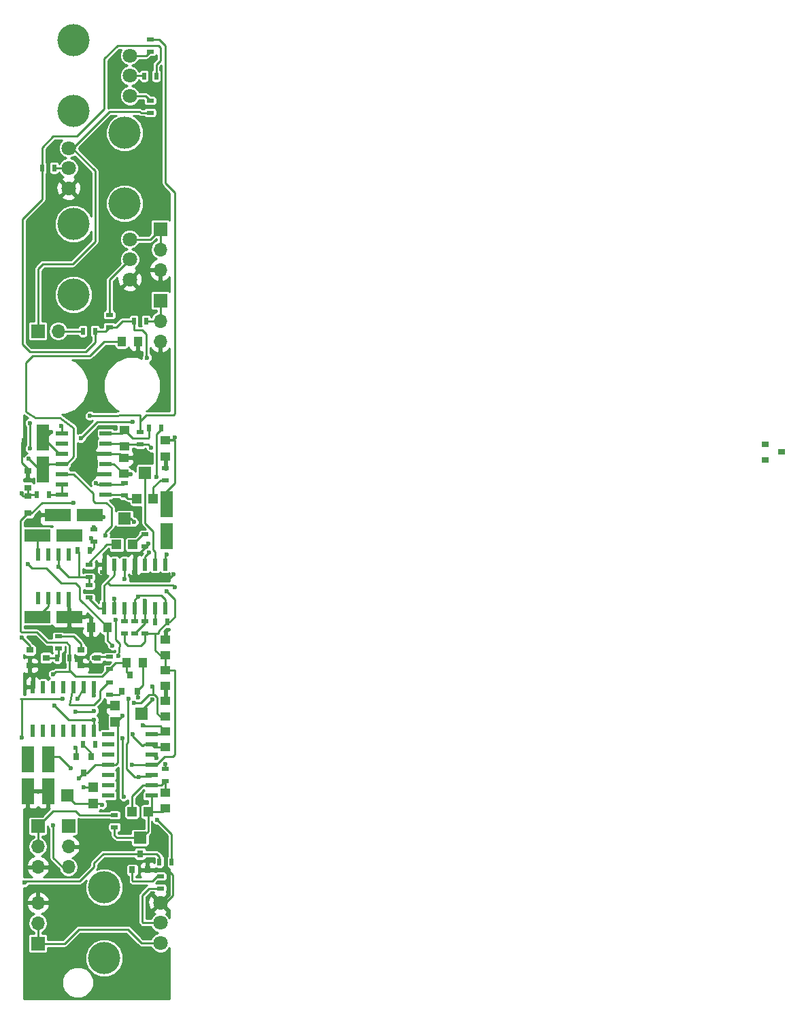
<source format=gbr>
G04 #@! TF.FileFunction,Copper,L1,Top,Signal*
%FSLAX46Y46*%
G04 Gerber Fmt 4.6, Leading zero omitted, Abs format (unit mm)*
G04 Created by KiCad (PCBNEW 4.0.6) date 07/12/17 23:45:09*
%MOMM*%
%LPD*%
G01*
G04 APERTURE LIST*
%ADD10C,0.100000*%
%ADD11C,1.800000*%
%ADD12C,4.000000*%
%ADD13R,0.900000X0.800000*%
%ADD14R,3.200000X1.500000*%
%ADD15R,1.250000X1.000000*%
%ADD16R,1.500000X3.200000*%
%ADD17R,1.000000X1.250000*%
%ADD18R,1.700000X1.700000*%
%ADD19O,1.700000X1.700000*%
%ADD20R,0.800000X0.900000*%
%ADD21R,0.900000X0.500000*%
%ADD22R,0.500000X0.900000*%
%ADD23R,0.600000X1.550000*%
%ADD24R,1.500000X0.600000*%
%ADD25R,0.600000X1.500000*%
%ADD26R,1.600000X1.500000*%
%ADD27R,1.200000X1.200000*%
%ADD28R,1.500000X1.600000*%
%ADD29C,0.600000*%
%ADD30C,0.250000*%
%ADD31C,0.254000*%
G04 APERTURE END LIST*
D10*
D11*
X152400000Y-46910000D03*
X152400000Y-44410000D03*
X152400000Y-41910000D03*
D12*
X145400000Y-48810000D03*
X145400000Y-40010000D03*
D13*
X139970000Y-115890000D03*
X139970000Y-117790000D03*
X141970000Y-116840000D03*
D14*
X140875000Y-111760000D03*
X144875000Y-111760000D03*
X140875000Y-101600000D03*
X144875000Y-101600000D03*
D15*
X151765000Y-88535000D03*
X151765000Y-90535000D03*
D16*
X156972000Y-97695000D03*
X156972000Y-101695000D03*
D15*
X156845000Y-91805000D03*
X156845000Y-89805000D03*
X156845000Y-122190000D03*
X156845000Y-124190000D03*
X156845000Y-116570000D03*
X156845000Y-114570000D03*
D17*
X147590000Y-113030000D03*
X149590000Y-113030000D03*
D15*
X156845000Y-118380000D03*
X156845000Y-120380000D03*
D17*
X153400000Y-77470000D03*
X151400000Y-77470000D03*
D15*
X151638000Y-93964000D03*
X151638000Y-91964000D03*
D16*
X139700000Y-129445000D03*
X139700000Y-133445000D03*
X142240000Y-133445000D03*
X142240000Y-129445000D03*
D17*
X154035000Y-117475000D03*
X152035000Y-117475000D03*
D16*
X141605000Y-93440000D03*
X141605000Y-89440000D03*
D14*
X143415000Y-99060000D03*
X147415000Y-99060000D03*
D15*
X156845000Y-133620000D03*
X156845000Y-135620000D03*
X156845000Y-128000000D03*
X156845000Y-126000000D03*
D13*
X139700000Y-98840000D03*
X139700000Y-96740000D03*
X139700000Y-95665000D03*
X139700000Y-93565000D03*
D18*
X156210000Y-72390000D03*
D19*
X156210000Y-74930000D03*
X156210000Y-77470000D03*
D18*
X156210000Y-63500000D03*
D19*
X156210000Y-66040000D03*
X156210000Y-68580000D03*
D18*
X140970000Y-152400000D03*
D19*
X140970000Y-149860000D03*
X140970000Y-147320000D03*
D18*
X144780000Y-137795000D03*
D19*
X144780000Y-140335000D03*
X144780000Y-142875000D03*
D18*
X140970000Y-137795000D03*
D19*
X140970000Y-140335000D03*
X140970000Y-142875000D03*
D20*
X152720000Y-143240000D03*
X154620000Y-143240000D03*
X153670000Y-141240000D03*
D13*
X146320000Y-115890000D03*
X146320000Y-117790000D03*
X148320000Y-116840000D03*
D20*
X151450000Y-121015000D03*
X153350000Y-121015000D03*
X152400000Y-119015000D03*
X147635000Y-129175000D03*
X145735000Y-129175000D03*
X146685000Y-131175000D03*
D21*
X154940000Y-47510000D03*
X154940000Y-49010000D03*
X154940000Y-39890000D03*
X154940000Y-41390000D03*
D22*
X147435000Y-103505000D03*
X145935000Y-103505000D03*
X155690000Y-44450000D03*
X154190000Y-44450000D03*
X141490000Y-55880000D03*
X142990000Y-55880000D03*
X148070000Y-76200000D03*
X146570000Y-76200000D03*
X152920000Y-74930000D03*
X154420000Y-74930000D03*
D21*
X149860000Y-75680000D03*
X149860000Y-74180000D03*
X156210000Y-144030000D03*
X156210000Y-145530000D03*
D22*
X156095000Y-142240000D03*
X157595000Y-142240000D03*
D21*
X147955000Y-100850000D03*
X147955000Y-102350000D03*
X151765000Y-96635000D03*
X151765000Y-95135000D03*
D22*
X140855000Y-96520000D03*
X142355000Y-96520000D03*
D21*
X156845000Y-93230000D03*
X156845000Y-94730000D03*
X153670000Y-90285000D03*
X153670000Y-88785000D03*
D22*
X144895000Y-116840000D03*
X143395000Y-116840000D03*
D21*
X143510000Y-114185000D03*
X143510000Y-115685000D03*
X149860000Y-118225000D03*
X149860000Y-116725000D03*
D22*
X154825000Y-88265000D03*
X156325000Y-88265000D03*
D21*
X149860000Y-121400000D03*
X149860000Y-119900000D03*
X147320000Y-109335000D03*
X147320000Y-107835000D03*
X147320000Y-105295000D03*
X147320000Y-106795000D03*
X154305000Y-102985000D03*
X154305000Y-101485000D03*
X156845000Y-132195000D03*
X156845000Y-130695000D03*
X150495000Y-137910000D03*
X150495000Y-136410000D03*
D22*
X148070000Y-127635000D03*
X146570000Y-127635000D03*
D21*
X151765000Y-112280000D03*
X151765000Y-113780000D03*
X153035000Y-112280000D03*
X153035000Y-113780000D03*
X154305000Y-112280000D03*
X154305000Y-113780000D03*
D22*
X155587000Y-112395000D03*
X157087000Y-112395000D03*
D11*
X144780000Y-53420000D03*
X144780000Y-55920000D03*
X144780000Y-58420000D03*
D12*
X151780000Y-51520000D03*
X151780000Y-60320000D03*
D11*
X152400000Y-69770000D03*
X152400000Y-67270000D03*
X152400000Y-64770000D03*
D12*
X145400000Y-71670000D03*
X145400000Y-62870000D03*
D11*
X156210000Y-152320000D03*
X156210000Y-149820000D03*
X156210000Y-147320000D03*
D12*
X149210000Y-154220000D03*
X149210000Y-145420000D03*
D18*
X140970000Y-76200000D03*
D19*
X143510000Y-76200000D03*
D23*
X140970000Y-109380000D03*
X142240000Y-109380000D03*
X143510000Y-109380000D03*
X144780000Y-109380000D03*
X144780000Y-103980000D03*
X143510000Y-103980000D03*
X142240000Y-103980000D03*
X140970000Y-103980000D03*
D24*
X143985000Y-88900000D03*
X143985000Y-90170000D03*
X143985000Y-91440000D03*
X143985000Y-92710000D03*
X143985000Y-93980000D03*
X143985000Y-95250000D03*
X143985000Y-96520000D03*
X149385000Y-96520000D03*
X149385000Y-95250000D03*
X149385000Y-93980000D03*
X149385000Y-92710000D03*
X149385000Y-91440000D03*
X149385000Y-90170000D03*
X149385000Y-88900000D03*
D25*
X147955000Y-120490000D03*
X146685000Y-120490000D03*
X145415000Y-120490000D03*
X144145000Y-120490000D03*
X142875000Y-120490000D03*
X141605000Y-120490000D03*
X140335000Y-120490000D03*
X140335000Y-125890000D03*
X141605000Y-125890000D03*
X142875000Y-125890000D03*
X144145000Y-125890000D03*
X145415000Y-125890000D03*
X146685000Y-125890000D03*
X147955000Y-125890000D03*
D13*
X231509524Y-90295000D03*
X231509524Y-92195000D03*
X233509524Y-91245000D03*
D24*
X149700000Y-126365000D03*
X149700000Y-127635000D03*
X149700000Y-128905000D03*
X149700000Y-130175000D03*
X149700000Y-131445000D03*
X149700000Y-132715000D03*
X149700000Y-133985000D03*
X155100000Y-133985000D03*
X155100000Y-132715000D03*
X155100000Y-131445000D03*
X155100000Y-130175000D03*
X155100000Y-128905000D03*
X155100000Y-127635000D03*
X155100000Y-126365000D03*
D25*
X156845000Y-105250000D03*
X155575000Y-105250000D03*
X154305000Y-105250000D03*
X153035000Y-105250000D03*
X151765000Y-105250000D03*
X150495000Y-105250000D03*
X149225000Y-105250000D03*
X149225000Y-110650000D03*
X150495000Y-110650000D03*
X151765000Y-110650000D03*
X153035000Y-110650000D03*
X154305000Y-110650000D03*
X155575000Y-110650000D03*
X156845000Y-110650000D03*
D26*
X153670000Y-139245000D03*
D27*
X152670000Y-135995000D03*
X154670000Y-135995000D03*
D28*
X153850000Y-123825000D03*
D27*
X150600000Y-124825000D03*
X150600000Y-122825000D03*
D26*
X151765000Y-99515000D03*
D27*
X152765000Y-102765000D03*
X150765000Y-102765000D03*
D28*
X144600000Y-133985000D03*
D27*
X147850000Y-132985000D03*
X147850000Y-134985000D03*
D26*
X154305000Y-93800000D03*
D27*
X155305000Y-97050000D03*
X153305000Y-97050000D03*
D29*
X156845000Y-120523000D03*
X156845000Y-114681000D03*
X141351000Y-133477000D03*
X156845000Y-91805000D03*
X153479500Y-77406500D03*
X144780000Y-109380000D03*
X142367000Y-99060000D03*
X139192000Y-89789000D03*
X142621000Y-88773000D03*
X145669000Y-92710000D03*
X144907000Y-111760000D03*
X154686000Y-102616000D03*
X156845000Y-101695000D03*
X157861000Y-106426000D03*
X155575000Y-107061000D03*
X144875000Y-101600000D03*
X147447000Y-113030000D03*
X145796000Y-117094000D03*
X143985000Y-91440000D03*
X148209000Y-91440000D03*
X152908000Y-106172000D03*
X148971000Y-106172000D03*
X139954000Y-117856000D03*
X139700000Y-133445000D03*
X140335000Y-120490000D03*
X150622000Y-122809000D03*
X156845000Y-122190000D03*
X155067000Y-90678000D03*
X156972000Y-104013000D03*
X157988000Y-89408000D03*
X152781000Y-87503000D03*
X145415000Y-97536000D03*
X146304000Y-89535000D03*
X142875000Y-118872000D03*
X143002000Y-122809000D03*
X147955000Y-124587000D03*
X151511000Y-126873000D03*
X151638000Y-134112000D03*
X155829000Y-137033000D03*
X152908000Y-122428000D03*
X151511000Y-124079000D03*
X139827000Y-92075000D03*
X139700000Y-105156000D03*
X155194000Y-120396000D03*
X150241000Y-115316000D03*
X139700000Y-129445000D03*
X146050000Y-131826000D03*
X156972000Y-108585000D03*
X149098000Y-99314000D03*
X152527000Y-93980000D03*
X145034000Y-130556000D03*
X152654000Y-130175000D03*
X142875000Y-137668000D03*
X142748000Y-128397000D03*
X148971000Y-135128000D03*
X153416000Y-121793000D03*
X152908000Y-99949000D03*
X152781000Y-126365000D03*
X148070000Y-127635000D03*
X154051000Y-125222000D03*
X138938000Y-96393000D03*
X138938000Y-114300000D03*
X139319000Y-144780000D03*
X138938000Y-126746000D03*
X144018000Y-121920000D03*
X145923000Y-121920000D03*
X147955000Y-121539000D03*
X147955000Y-123444000D03*
X145669000Y-123571000D03*
X147955000Y-116840000D03*
X153416000Y-109220000D03*
X145669000Y-128016000D03*
X147955000Y-100584000D03*
X143891000Y-88011000D03*
X139954000Y-87630000D03*
X139954000Y-90805000D03*
X143510000Y-105537000D03*
X147447000Y-86741000D03*
X143985000Y-90170000D03*
X147574000Y-101981000D03*
X148209000Y-95123000D03*
X154559000Y-79502000D03*
X155702000Y-94361000D03*
X154813000Y-103759000D03*
X155702000Y-129286000D03*
X157988000Y-108077000D03*
X155194000Y-122047000D03*
X156845000Y-130048000D03*
X150495000Y-109474000D03*
X154305000Y-109728000D03*
X149352000Y-101600000D03*
X151765000Y-107061000D03*
X150622000Y-112141000D03*
X151003000Y-116586000D03*
X152273000Y-121920000D03*
X153543000Y-131699000D03*
X146685000Y-132969000D03*
D30*
X142240000Y-109380000D02*
X142240000Y-110395000D01*
X142240000Y-110395000D02*
X140875000Y-111760000D01*
X156845000Y-120523000D02*
X156845000Y-120380000D01*
X156845000Y-114681000D02*
X156845000Y-114570000D01*
X142240000Y-133445000D02*
X141383000Y-133445000D01*
X141383000Y-133445000D02*
X141351000Y-133477000D01*
X153416000Y-77470000D02*
X153400000Y-77470000D01*
X153479500Y-77406500D02*
X153416000Y-77470000D01*
X156845000Y-93230000D02*
X156845000Y-91805000D01*
X149385000Y-93980000D02*
X148336000Y-93980000D01*
X148209000Y-93853000D02*
X148209000Y-91440000D01*
X148336000Y-93980000D02*
X148209000Y-93853000D01*
X142367000Y-99060000D02*
X143415000Y-99060000D01*
X139700000Y-93565000D02*
X139700000Y-93345000D01*
X139700000Y-93345000D02*
X138938000Y-92583000D01*
X138938000Y-92583000D02*
X138938000Y-90043000D01*
X138938000Y-90043000D02*
X139192000Y-89789000D01*
X141605000Y-89440000D02*
X141954000Y-89440000D01*
X141954000Y-89440000D02*
X142621000Y-88773000D01*
X148209000Y-91440000D02*
X146939000Y-91440000D01*
X146939000Y-91440000D02*
X145669000Y-92710000D01*
X144907000Y-111760000D02*
X144875000Y-111760000D01*
X154686000Y-102755000D02*
X154686000Y-102616000D01*
X157861000Y-106426000D02*
X157099000Y-107188000D01*
X157099000Y-107188000D02*
X155702000Y-107188000D01*
X155702000Y-107188000D02*
X155575000Y-107061000D01*
X147447000Y-113030000D02*
X147590000Y-113030000D01*
X146320000Y-117790000D02*
X146320000Y-117618000D01*
X146320000Y-117618000D02*
X145796000Y-117094000D01*
X143605000Y-91440000D02*
X143985000Y-91440000D01*
X149385000Y-91440000D02*
X148209000Y-91440000D01*
X153035000Y-105250000D02*
X153035000Y-106045000D01*
X153035000Y-106045000D02*
X152908000Y-106172000D01*
X149225000Y-105250000D02*
X149225000Y-105918000D01*
X149225000Y-105918000D02*
X148971000Y-106172000D01*
X154686000Y-102755000D02*
X153035000Y-104394000D01*
X153035000Y-104394000D02*
X153035000Y-105250000D01*
X139954000Y-117856000D02*
X139970000Y-117840000D01*
X139970000Y-117840000D02*
X139970000Y-117790000D01*
X150622000Y-122809000D02*
X150606000Y-122825000D01*
X150606000Y-122825000D02*
X150600000Y-122825000D01*
X140396000Y-117790000D02*
X139970000Y-117790000D01*
X156210000Y-147320000D02*
X156845000Y-147320000D01*
X156845000Y-147320000D02*
X157734000Y-146431000D01*
X157734000Y-146431000D02*
X157734000Y-143891000D01*
X157734000Y-143891000D02*
X157083000Y-143240000D01*
X157083000Y-143240000D02*
X154620000Y-143240000D01*
X143605000Y-91440000D02*
X141605000Y-89440000D01*
X149385000Y-91440000D02*
X151114000Y-91440000D01*
X151114000Y-91440000D02*
X151638000Y-91964000D01*
X140875000Y-101600000D02*
X140875000Y-103885000D01*
X140875000Y-103885000D02*
X140970000Y-103980000D01*
X154825000Y-88265000D02*
X154825000Y-89420000D01*
X152765000Y-89535000D02*
X151765000Y-88535000D01*
X154710000Y-89535000D02*
X152765000Y-89535000D01*
X154825000Y-89420000D02*
X154710000Y-89535000D01*
X149385000Y-88900000D02*
X151400000Y-88900000D01*
X151400000Y-88900000D02*
X151765000Y-88535000D01*
X156845000Y-105250000D02*
X156845000Y-104140000D01*
X154674000Y-90285000D02*
X153670000Y-90285000D01*
X155067000Y-90678000D02*
X154674000Y-90285000D01*
X156845000Y-104140000D02*
X156972000Y-104013000D01*
X153670000Y-90285000D02*
X152015000Y-90285000D01*
X152015000Y-90285000D02*
X151765000Y-90535000D01*
X149385000Y-90170000D02*
X151400000Y-90170000D01*
X151400000Y-90170000D02*
X151765000Y-90535000D01*
X152035000Y-117475000D02*
X152035000Y-118650000D01*
X152035000Y-118650000D02*
X152400000Y-119015000D01*
X148336000Y-87503000D02*
X150622000Y-87503000D01*
X157734000Y-89662000D02*
X156988000Y-89662000D01*
X157988000Y-89408000D02*
X157734000Y-89662000D01*
X150622000Y-87503000D02*
X152781000Y-87503000D01*
X156988000Y-89662000D02*
X156845000Y-89805000D01*
X146304000Y-89535000D02*
X148336000Y-87503000D01*
X148336000Y-87503000D02*
X148463000Y-87503000D01*
X139700000Y-98840000D02*
X140174000Y-98840000D01*
X141478000Y-97536000D02*
X145415000Y-97536000D01*
X140174000Y-98840000D02*
X141478000Y-97536000D01*
X146304000Y-89535000D02*
X146177000Y-89408000D01*
X144895000Y-116840000D02*
X144895000Y-115304000D01*
X138811000Y-99729000D02*
X139700000Y-98840000D01*
X138811000Y-113538000D02*
X138811000Y-99729000D01*
X138938000Y-113665000D02*
X138811000Y-113538000D01*
X140843000Y-113665000D02*
X138938000Y-113665000D01*
X142113000Y-114935000D02*
X140843000Y-113665000D01*
X144526000Y-114935000D02*
X142113000Y-114935000D01*
X144895000Y-115304000D02*
X144526000Y-114935000D01*
X147955000Y-124587000D02*
X144780000Y-124587000D01*
X143192500Y-118554500D02*
X145097500Y-118554500D01*
X142875000Y-118872000D02*
X143192500Y-118554500D01*
X144780000Y-124587000D02*
X143002000Y-122809000D01*
X157595000Y-142240000D02*
X157595000Y-138799000D01*
X147955000Y-124587000D02*
X147955000Y-125890000D01*
X151511000Y-133985000D02*
X151511000Y-126873000D01*
X151638000Y-134112000D02*
X151511000Y-133985000D01*
X157595000Y-138799000D02*
X155829000Y-137033000D01*
X152035000Y-117475000D02*
X150610000Y-117475000D01*
X150610000Y-117475000D02*
X149860000Y-118225000D01*
X144895000Y-116840000D02*
X144895000Y-118352000D01*
X144895000Y-118352000D02*
X145097500Y-118554500D01*
X148971000Y-119126000D02*
X150114000Y-117983000D01*
X145097500Y-118554500D02*
X145669000Y-119126000D01*
X145669000Y-119126000D02*
X148971000Y-119126000D01*
X150114000Y-117983000D02*
X149860000Y-118225000D01*
X156845000Y-97695000D02*
X156845000Y-96266000D01*
X156845000Y-96266000D02*
X157988000Y-95123000D01*
X157988000Y-95123000D02*
X157988000Y-89789000D01*
X157988000Y-89789000D02*
X157972000Y-89805000D01*
X157972000Y-89805000D02*
X156845000Y-89805000D01*
X156194000Y-124190000D02*
X155829000Y-123825000D01*
X155829000Y-123825000D02*
X155829000Y-121793000D01*
X155829000Y-121793000D02*
X155448000Y-121412000D01*
X155448000Y-121412000D02*
X154813000Y-121412000D01*
X154813000Y-121412000D02*
X153797000Y-122428000D01*
X153797000Y-122428000D02*
X153162000Y-122428000D01*
X153162000Y-122428000D02*
X153035000Y-122428000D01*
X153035000Y-122428000D02*
X152908000Y-122428000D01*
X156845000Y-124190000D02*
X156194000Y-124190000D01*
X149590000Y-113030000D02*
X149590000Y-114665000D01*
X149590000Y-114665000D02*
X150241000Y-115316000D01*
X150600000Y-124825000D02*
X150765000Y-124825000D01*
X150765000Y-124825000D02*
X151511000Y-124079000D01*
X149590000Y-113030000D02*
X149590000Y-113014000D01*
X149590000Y-113014000D02*
X146177000Y-109601000D01*
X139827000Y-92075000D02*
X141192000Y-93440000D01*
X140208000Y-105664000D02*
X139700000Y-105156000D01*
X141986000Y-105664000D02*
X140208000Y-105664000D01*
X143891000Y-107569000D02*
X141986000Y-105664000D01*
X145669000Y-107569000D02*
X143891000Y-107569000D01*
X146177000Y-108077000D02*
X145669000Y-107569000D01*
X146177000Y-109601000D02*
X146177000Y-108077000D01*
X141192000Y-93440000D02*
X141605000Y-93440000D01*
X155321000Y-120523000D02*
X155321000Y-121285000D01*
X155194000Y-120396000D02*
X155321000Y-120523000D01*
X149590000Y-114665000D02*
X150241000Y-115316000D01*
X151511000Y-124079000D02*
X150765000Y-124825000D01*
X149700000Y-130175000D02*
X150622000Y-130175000D01*
X150876000Y-129921000D02*
X150876000Y-125101000D01*
X150622000Y-130175000D02*
X150876000Y-129921000D01*
X150876000Y-125101000D02*
X150600000Y-124825000D01*
X146685000Y-131175000D02*
X147082000Y-131175000D01*
X147082000Y-131175000D02*
X148082000Y-130175000D01*
X148082000Y-130175000D02*
X149700000Y-130175000D01*
X146050000Y-131826000D02*
X146177000Y-131699000D01*
X146177000Y-131699000D02*
X146177000Y-131683000D01*
X146177000Y-131683000D02*
X146685000Y-131175000D01*
X143985000Y-92710000D02*
X144526000Y-92710000D01*
X144526000Y-92710000D02*
X145415000Y-91821000D01*
X149225000Y-77470000D02*
X151400000Y-77470000D01*
X147447000Y-79248000D02*
X149225000Y-77470000D01*
X140335000Y-79248000D02*
X147447000Y-79248000D01*
X139446000Y-80137000D02*
X140335000Y-79248000D01*
X139446000Y-86233000D02*
X139446000Y-80137000D01*
X140670000Y-86980000D02*
X139446000Y-86233000D01*
X143670000Y-86980000D02*
X140670000Y-86980000D01*
X145415000Y-88265000D02*
X143670000Y-86980000D01*
X145415000Y-91821000D02*
X145415000Y-88265000D01*
X141605000Y-93440000D02*
X141637000Y-93440000D01*
X141637000Y-93440000D02*
X142367000Y-92710000D01*
X142367000Y-92710000D02*
X143985000Y-92710000D01*
X157353000Y-112395000D02*
X157988000Y-111760000D01*
X157988000Y-111760000D02*
X157988000Y-109601000D01*
X157988000Y-109601000D02*
X156972000Y-108585000D01*
X157087000Y-112395000D02*
X157353000Y-112395000D01*
X155956000Y-113780000D02*
X155956000Y-113526000D01*
X155956000Y-113526000D02*
X157087000Y-112395000D01*
X155575000Y-113780000D02*
X155956000Y-113780000D01*
X155956000Y-113780000D02*
X155968000Y-113780000D01*
X147415000Y-99060000D02*
X148844000Y-99060000D01*
X148844000Y-99060000D02*
X149098000Y-99314000D01*
X152511000Y-93964000D02*
X151638000Y-93964000D01*
X152527000Y-93980000D02*
X152511000Y-93964000D01*
X155100000Y-130175000D02*
X155702000Y-130175000D01*
X155702000Y-130175000D02*
X156718000Y-129159000D01*
X157972000Y-118380000D02*
X156845000Y-118380000D01*
X157988000Y-118364000D02*
X157972000Y-118380000D01*
X157988000Y-128905000D02*
X157988000Y-118364000D01*
X157734000Y-129159000D02*
X157988000Y-128905000D01*
X156718000Y-129159000D02*
X157734000Y-129159000D01*
X155100000Y-130175000D02*
X152781000Y-130175000D01*
X143637000Y-129159000D02*
X142526000Y-129159000D01*
X145034000Y-130556000D02*
X143637000Y-129159000D01*
X152781000Y-130175000D02*
X152654000Y-130175000D01*
X142526000Y-129159000D02*
X142240000Y-129445000D01*
X144780000Y-142875000D02*
X144018000Y-142875000D01*
X144018000Y-142875000D02*
X142875000Y-141732000D01*
X142875000Y-141732000D02*
X142875000Y-137668000D01*
X142748000Y-128397000D02*
X142240000Y-128905000D01*
X142240000Y-128905000D02*
X142240000Y-129445000D01*
X154305000Y-113780000D02*
X154305000Y-114808000D01*
X151765000Y-114935000D02*
X151765000Y-113780000D01*
X152146000Y-115316000D02*
X151765000Y-114935000D01*
X153797000Y-115316000D02*
X152146000Y-115316000D01*
X154305000Y-114808000D02*
X153797000Y-115316000D01*
X155575000Y-113780000D02*
X154305000Y-113780000D01*
X156845000Y-116570000D02*
X156194000Y-116570000D01*
X155575000Y-115951000D02*
X155575000Y-113780000D01*
X156194000Y-116570000D02*
X155575000Y-115951000D01*
X156845000Y-118380000D02*
X156845000Y-116570000D01*
X149385000Y-92710000D02*
X150384000Y-92710000D01*
X150384000Y-92710000D02*
X151638000Y-93964000D01*
X153350000Y-121015000D02*
X153350000Y-121727000D01*
X148828000Y-134985000D02*
X147850000Y-134985000D01*
X148971000Y-135128000D02*
X148828000Y-134985000D01*
X153350000Y-121727000D02*
X153416000Y-121793000D01*
X144600000Y-133985000D02*
X144600000Y-134059000D01*
X144600000Y-134059000D02*
X145526000Y-134985000D01*
X145526000Y-134985000D02*
X147850000Y-134985000D01*
X153350000Y-121015000D02*
X153350000Y-120970000D01*
X153350000Y-120970000D02*
X154035000Y-120285000D01*
X154035000Y-120285000D02*
X154035000Y-117475000D01*
X155100000Y-132715000D02*
X156325000Y-132715000D01*
X156325000Y-132715000D02*
X156845000Y-132195000D01*
X156845000Y-133620000D02*
X156845000Y-132195000D01*
X152670000Y-135995000D02*
X152670000Y-134096000D01*
X154051000Y-132715000D02*
X155100000Y-132715000D01*
X152670000Y-134096000D02*
X154051000Y-132715000D01*
X155100000Y-133985000D02*
X155100000Y-135565000D01*
X155100000Y-135565000D02*
X154670000Y-135995000D01*
X154670000Y-135995000D02*
X156470000Y-135995000D01*
X156470000Y-135995000D02*
X156845000Y-135620000D01*
X153670000Y-139245000D02*
X153871000Y-139245000D01*
X153871000Y-139245000D02*
X154670000Y-138446000D01*
X154670000Y-138446000D02*
X154670000Y-135995000D01*
X150495000Y-137910000D02*
X150495000Y-138938000D01*
X150802000Y-139245000D02*
X153670000Y-139245000D01*
X150495000Y-138938000D02*
X150802000Y-139245000D01*
X155100000Y-127635000D02*
X154178000Y-127635000D01*
X152908000Y-99949000D02*
X152474000Y-99515000D01*
X152781000Y-126619000D02*
X152781000Y-126365000D01*
X153924000Y-127762000D02*
X152781000Y-126619000D01*
X154051000Y-127762000D02*
X153924000Y-127762000D01*
X154178000Y-127635000D02*
X154051000Y-127762000D01*
X152474000Y-99515000D02*
X151765000Y-99515000D01*
X156845000Y-128000000D02*
X155465000Y-128000000D01*
X155465000Y-128000000D02*
X155100000Y-127635000D01*
X155100000Y-126365000D02*
X156480000Y-126365000D01*
X156480000Y-126365000D02*
X156845000Y-126000000D01*
X156845000Y-126000000D02*
X156194000Y-125349000D01*
X154305000Y-125349000D02*
X156194000Y-125349000D01*
X154178000Y-125222000D02*
X154305000Y-125349000D01*
X154051000Y-125222000D02*
X154178000Y-125222000D01*
X139970000Y-115890000D02*
X139970000Y-115332000D01*
X139158000Y-96740000D02*
X139700000Y-96740000D01*
X138811000Y-96393000D02*
X139158000Y-96740000D01*
X138938000Y-96393000D02*
X138811000Y-96393000D01*
X139970000Y-115332000D02*
X138938000Y-114300000D01*
X139700000Y-95665000D02*
X139700000Y-96740000D01*
X140855000Y-96520000D02*
X139920000Y-96520000D01*
X139920000Y-96520000D02*
X139700000Y-96740000D01*
X156210000Y-72390000D02*
X156210000Y-74930000D01*
X154420000Y-74930000D02*
X156210000Y-74930000D01*
X156210000Y-66040000D02*
X156210000Y-63500000D01*
X152400000Y-64770000D02*
X154940000Y-64770000D01*
X154940000Y-64770000D02*
X156210000Y-63500000D01*
X140970000Y-152400000D02*
X144272000Y-152400000D01*
X153844000Y-152320000D02*
X156210000Y-152320000D01*
X152146000Y-150622000D02*
X153844000Y-152320000D01*
X146050000Y-150622000D02*
X152146000Y-150622000D01*
X144272000Y-152400000D02*
X146050000Y-150622000D01*
X140970000Y-149860000D02*
X140970000Y-152400000D01*
X150495000Y-136410000D02*
X146189000Y-136410000D01*
X142875000Y-135890000D02*
X140970000Y-137795000D01*
X145669000Y-135890000D02*
X142875000Y-135890000D01*
X146189000Y-136410000D02*
X145669000Y-135890000D01*
X140970000Y-140335000D02*
X140970000Y-137795000D01*
X156210000Y-144030000D02*
X155817000Y-144030000D01*
X155817000Y-144030000D02*
X155194000Y-144653000D01*
X155194000Y-144653000D02*
X152781000Y-144653000D01*
X152781000Y-144653000D02*
X152720000Y-144592000D01*
X152720000Y-144592000D02*
X152720000Y-143240000D01*
X146685000Y-120490000D02*
X145923000Y-121920000D01*
X149082000Y-141240000D02*
X153670000Y-141240000D01*
X147955000Y-142367000D02*
X149082000Y-141240000D01*
X147955000Y-142875000D02*
X147955000Y-142367000D01*
X146177000Y-144653000D02*
X147955000Y-142875000D01*
X139573000Y-144653000D02*
X146177000Y-144653000D01*
X139319000Y-144907000D02*
X139573000Y-144653000D01*
X139319000Y-144780000D02*
X139319000Y-144907000D01*
X138938000Y-122047000D02*
X138938000Y-126746000D01*
X138811000Y-121920000D02*
X138938000Y-122047000D01*
X144018000Y-121920000D02*
X138811000Y-121920000D01*
X156095000Y-142240000D02*
X156095000Y-141617000D01*
X155718000Y-141240000D02*
X153670000Y-141240000D01*
X156095000Y-141617000D02*
X155718000Y-141240000D01*
X143510000Y-115685000D02*
X143510000Y-116725000D01*
X143510000Y-116725000D02*
X143395000Y-116840000D01*
X141970000Y-116840000D02*
X143395000Y-116840000D01*
X146320000Y-115890000D02*
X146320000Y-115078000D01*
X145427000Y-114185000D02*
X143510000Y-114185000D01*
X146320000Y-115078000D02*
X145427000Y-114185000D01*
X147955000Y-123444000D02*
X147828000Y-123571000D01*
X147828000Y-123571000D02*
X145669000Y-123571000D01*
X147955000Y-120490000D02*
X147955000Y-121539000D01*
X147955000Y-116840000D02*
X148320000Y-116840000D01*
X149860000Y-116725000D02*
X148435000Y-116725000D01*
X148435000Y-116725000D02*
X148320000Y-116840000D01*
X149860000Y-121400000D02*
X151065000Y-121400000D01*
X151065000Y-121400000D02*
X151450000Y-121015000D01*
X147635000Y-129175000D02*
X147635000Y-128700000D01*
X147635000Y-128700000D02*
X146570000Y-127635000D01*
X145735000Y-129175000D02*
X145735000Y-128082000D01*
X145735000Y-128082000D02*
X145669000Y-128016000D01*
X153035000Y-110650000D02*
X153035000Y-109601000D01*
X156845000Y-109601000D02*
X156845000Y-110650000D01*
X156337000Y-109093000D02*
X156845000Y-109601000D01*
X153543000Y-109093000D02*
X156337000Y-109093000D01*
X153035000Y-109601000D02*
X153416000Y-109220000D01*
X153416000Y-109220000D02*
X153543000Y-109093000D01*
X153035000Y-110650000D02*
X153035000Y-112280000D01*
X152400000Y-46910000D02*
X154340000Y-46910000D01*
X154340000Y-46910000D02*
X154940000Y-47510000D01*
X147955000Y-100584000D02*
X147955000Y-100850000D01*
X143985000Y-88105000D02*
X143985000Y-88900000D01*
X143891000Y-88011000D02*
X143985000Y-88105000D01*
X144780000Y-53420000D02*
X145241000Y-53420000D01*
X145241000Y-53420000D02*
X148082000Y-56261000D01*
X140970000Y-68453000D02*
X140970000Y-76200000D01*
X141605000Y-67818000D02*
X140970000Y-68453000D01*
X145288000Y-67818000D02*
X141605000Y-67818000D01*
X148082000Y-65024000D02*
X145288000Y-67818000D01*
X148082000Y-56261000D02*
X148082000Y-65024000D01*
X144780000Y-53420000D02*
X145335000Y-53420000D01*
X145335000Y-53420000D02*
X148590000Y-50165000D01*
X148590000Y-50165000D02*
X149860000Y-48895000D01*
X149860000Y-48895000D02*
X153670000Y-48895000D01*
X153670000Y-48895000D02*
X153785000Y-49010000D01*
X153785000Y-49010000D02*
X154940000Y-49010000D01*
X153670000Y-87376000D02*
X153670000Y-86614000D01*
X151384000Y-86614000D02*
X153670000Y-86614000D01*
X150622000Y-86741000D02*
X151384000Y-86614000D01*
X139954000Y-90805000D02*
X139954000Y-87630000D01*
X147447000Y-86741000D02*
X150622000Y-86741000D01*
X153670000Y-88785000D02*
X153670000Y-87376000D01*
X156095000Y-39890000D02*
X156845000Y-40640000D01*
X156845000Y-40640000D02*
X156845000Y-57785000D01*
X156095000Y-39890000D02*
X154940000Y-39890000D01*
X157988000Y-58928000D02*
X156845000Y-57785000D01*
X157988000Y-86487000D02*
X157988000Y-58928000D01*
X157861000Y-86614000D02*
X157988000Y-86487000D01*
X154432000Y-86614000D02*
X157861000Y-86614000D01*
X153670000Y-87376000D02*
X154432000Y-86614000D01*
X146050000Y-106795000D02*
X146050000Y-103620000D01*
X146050000Y-103620000D02*
X145935000Y-103505000D01*
X147320000Y-106795000D02*
X147320000Y-107835000D01*
X143510000Y-103980000D02*
X143510000Y-105537000D01*
X144768000Y-106795000D02*
X146050000Y-106795000D01*
X143510000Y-105537000D02*
X144768000Y-106795000D01*
X146050000Y-106795000D02*
X147320000Y-106795000D01*
X152400000Y-41910000D02*
X154420000Y-41910000D01*
X154420000Y-41910000D02*
X154940000Y-41390000D01*
X147943000Y-102350000D02*
X147574000Y-101981000D01*
X147943000Y-102350000D02*
X147955000Y-102350000D01*
X147435000Y-103505000D02*
X147574000Y-103505000D01*
X147574000Y-103505000D02*
X147955000Y-103124000D01*
X147955000Y-103124000D02*
X147955000Y-102350000D01*
X149385000Y-95250000D02*
X148336000Y-95250000D01*
X148336000Y-95250000D02*
X148209000Y-95123000D01*
X154559000Y-79502000D02*
X154432000Y-79375000D01*
X154432000Y-79375000D02*
X154432000Y-76581000D01*
X154432000Y-76581000D02*
X153924000Y-76073000D01*
X153924000Y-76073000D02*
X152908000Y-76073000D01*
X152908000Y-76073000D02*
X152920000Y-76061000D01*
X152920000Y-76061000D02*
X152920000Y-74930000D01*
X149385000Y-95250000D02*
X151650000Y-95250000D01*
X151650000Y-95250000D02*
X151765000Y-95135000D01*
X149860000Y-75680000D02*
X150761000Y-75680000D01*
X150761000Y-75680000D02*
X151511000Y-74930000D01*
X151511000Y-74930000D02*
X152920000Y-74930000D01*
X148070000Y-76200000D02*
X149340000Y-76200000D01*
X149340000Y-76200000D02*
X149860000Y-75680000D01*
X141490000Y-55880000D02*
X141490000Y-59805000D01*
X148070000Y-77609000D02*
X148070000Y-76200000D01*
X146939000Y-78740000D02*
X148070000Y-77609000D01*
X139954000Y-78740000D02*
X146939000Y-78740000D01*
X139065000Y-77851000D02*
X139954000Y-78740000D01*
X139065000Y-62230000D02*
X139065000Y-77851000D01*
X141490000Y-59805000D02*
X139065000Y-62230000D01*
X155690000Y-44450000D02*
X155690000Y-43065000D01*
X141490000Y-53328000D02*
X141490000Y-55880000D01*
X142875000Y-51943000D02*
X141490000Y-53328000D01*
X145796000Y-51943000D02*
X142875000Y-51943000D01*
X149225000Y-48514000D02*
X145796000Y-51943000D01*
X149225000Y-42291000D02*
X149225000Y-48514000D01*
X150876000Y-40640000D02*
X149225000Y-42291000D01*
X155956000Y-40640000D02*
X150876000Y-40640000D01*
X156210000Y-40894000D02*
X155956000Y-40640000D01*
X156210000Y-42545000D02*
X156210000Y-40894000D01*
X155690000Y-43065000D02*
X156210000Y-42545000D01*
X152400000Y-44410000D02*
X154265000Y-44410000D01*
X154265000Y-44410000D02*
X154305000Y-44450000D01*
X154305000Y-44450000D02*
X154190000Y-44450000D01*
X142990000Y-55880000D02*
X144740000Y-55880000D01*
X144740000Y-55880000D02*
X144780000Y-55920000D01*
X146570000Y-76200000D02*
X143510000Y-76200000D01*
X149860000Y-74180000D02*
X149860000Y-69810000D01*
X149860000Y-69810000D02*
X152400000Y-67270000D01*
X156210000Y-149820000D02*
X154011000Y-149820000D01*
X154825000Y-145530000D02*
X156210000Y-145530000D01*
X153924000Y-146431000D02*
X154825000Y-145530000D01*
X153924000Y-149733000D02*
X153924000Y-146431000D01*
X154011000Y-149820000D02*
X153924000Y-149733000D01*
X153305000Y-97050000D02*
X152180000Y-97050000D01*
X152180000Y-97050000D02*
X151765000Y-96635000D01*
X149385000Y-96520000D02*
X151650000Y-96520000D01*
X151650000Y-96520000D02*
X151765000Y-96635000D01*
X143985000Y-96520000D02*
X142355000Y-96520000D01*
X143985000Y-95250000D02*
X143985000Y-96520000D01*
X155305000Y-97050000D02*
X155305000Y-95647000D01*
X156222000Y-94730000D02*
X156845000Y-94730000D01*
X155305000Y-95647000D02*
X156222000Y-94730000D01*
X156325000Y-88265000D02*
X156325000Y-88404000D01*
X156325000Y-88404000D02*
X155702000Y-89027000D01*
X155702000Y-89027000D02*
X155702000Y-94361000D01*
X154813000Y-103759000D02*
X154305000Y-104267000D01*
X154305000Y-104267000D02*
X154305000Y-105250000D01*
X145288000Y-120617000D02*
X144907000Y-122682000D01*
X147955000Y-122682000D02*
X144907000Y-122682000D01*
X148717000Y-121920000D02*
X147955000Y-122682000D01*
X148717000Y-120904000D02*
X148717000Y-121920000D01*
X148717000Y-120904000D02*
X149721000Y-119900000D01*
X145288000Y-120617000D02*
X145415000Y-120490000D01*
X149860000Y-119900000D02*
X149721000Y-119900000D01*
X155100000Y-128905000D02*
X155321000Y-128905000D01*
X155321000Y-128905000D02*
X155702000Y-129286000D01*
X157988000Y-108077000D02*
X157734000Y-107823000D01*
X157734000Y-107823000D02*
X149987000Y-107823000D01*
X149987000Y-107823000D02*
X149606000Y-107442000D01*
X149225000Y-110650000D02*
X149225000Y-107823000D01*
X150495000Y-106553000D02*
X150495000Y-105250000D01*
X149225000Y-107823000D02*
X149606000Y-107442000D01*
X149606000Y-107442000D02*
X150495000Y-106553000D01*
X149225000Y-110650000D02*
X148496000Y-110650000D01*
X148496000Y-110650000D02*
X147320000Y-109474000D01*
X147320000Y-109474000D02*
X147320000Y-109335000D01*
X147320000Y-105295000D02*
X147320000Y-105029000D01*
X149584000Y-102765000D02*
X150765000Y-102765000D01*
X147320000Y-105029000D02*
X149584000Y-102765000D01*
X154305000Y-101485000D02*
X154045000Y-101485000D01*
X154045000Y-101485000D02*
X152765000Y-102765000D01*
X156845000Y-130695000D02*
X156845000Y-130048000D01*
X155194000Y-122047000D02*
X153850000Y-123391000D01*
X153850000Y-123391000D02*
X153850000Y-123825000D01*
X151765000Y-110650000D02*
X151765000Y-112280000D01*
X154305000Y-112280000D02*
X154305000Y-112510000D01*
X154305000Y-112510000D02*
X153035000Y-113780000D01*
X154305000Y-110650000D02*
X154305000Y-109728000D01*
X150495000Y-109474000D02*
X150495000Y-110650000D01*
X154305000Y-110650000D02*
X154305000Y-112280000D01*
X155575000Y-110650000D02*
X155575000Y-112280000D01*
X154305000Y-93800000D02*
X154305000Y-100076000D01*
X155575000Y-103632000D02*
X155575000Y-105250000D01*
X155321000Y-103378000D02*
X155575000Y-103632000D01*
X155321000Y-101092000D02*
X155321000Y-103378000D01*
X154305000Y-100076000D02*
X155321000Y-101092000D01*
X143985000Y-93980000D02*
X145415000Y-93980000D01*
X149352000Y-101219000D02*
X149352000Y-101600000D01*
X150114000Y-100457000D02*
X149352000Y-101219000D01*
X150114000Y-98171000D02*
X150114000Y-100457000D01*
X149479000Y-97536000D02*
X150114000Y-98171000D01*
X148082000Y-97536000D02*
X149479000Y-97536000D01*
X147828000Y-97282000D02*
X148082000Y-97536000D01*
X147828000Y-96393000D02*
X147828000Y-97282000D01*
X145415000Y-93980000D02*
X147828000Y-96393000D01*
X153543000Y-131699000D02*
X153035000Y-131699000D01*
X151765000Y-107061000D02*
X151765000Y-105250000D01*
X150622000Y-112268000D02*
X150622000Y-112141000D01*
X150622000Y-114554000D02*
X150622000Y-112268000D01*
X151130000Y-115062000D02*
X150622000Y-114554000D01*
X151003000Y-116586000D02*
X151130000Y-115062000D01*
X152146000Y-122047000D02*
X152273000Y-121920000D01*
X152146000Y-127381000D02*
X152146000Y-122047000D01*
X152019000Y-127508000D02*
X152146000Y-127381000D01*
X152019000Y-130683000D02*
X152019000Y-127508000D01*
X153035000Y-131699000D02*
X152019000Y-130683000D01*
X147850000Y-132985000D02*
X146701000Y-132985000D01*
X153416000Y-131572000D02*
X154973000Y-131572000D01*
X153543000Y-131699000D02*
X153416000Y-131572000D01*
X146701000Y-132985000D02*
X146685000Y-132969000D01*
X154973000Y-131572000D02*
X155100000Y-131445000D01*
D31*
G36*
X151009000Y-133861433D02*
X150961118Y-133976746D01*
X150960883Y-134246073D01*
X151063733Y-134494989D01*
X151254010Y-134685598D01*
X151502746Y-134788882D01*
X151772073Y-134789117D01*
X152020989Y-134686267D01*
X152168000Y-134539512D01*
X152168000Y-135010615D01*
X152070000Y-135010615D01*
X151930292Y-135036903D01*
X151801980Y-135119470D01*
X151715899Y-135245453D01*
X151685615Y-135395000D01*
X151685615Y-136595000D01*
X151711903Y-136734708D01*
X151794470Y-136863020D01*
X151920453Y-136949101D01*
X152070000Y-136979385D01*
X153270000Y-136979385D01*
X153409708Y-136953097D01*
X153538020Y-136870530D01*
X153624101Y-136744547D01*
X153654385Y-136595000D01*
X153654385Y-135395000D01*
X153628097Y-135255292D01*
X153545530Y-135126980D01*
X153419547Y-135040899D01*
X153270000Y-135010615D01*
X153172000Y-135010615D01*
X153172000Y-134303936D01*
X154144836Y-133331100D01*
X154173420Y-133350630D01*
X154081980Y-133409470D01*
X153995899Y-133535453D01*
X153965615Y-133685000D01*
X153965615Y-134285000D01*
X153991903Y-134424708D01*
X154074470Y-134553020D01*
X154200453Y-134639101D01*
X154350000Y-134669385D01*
X154598000Y-134669385D01*
X154598000Y-135010615D01*
X154070000Y-135010615D01*
X153930292Y-135036903D01*
X153801980Y-135119470D01*
X153715899Y-135245453D01*
X153685615Y-135395000D01*
X153685615Y-136595000D01*
X153711903Y-136734708D01*
X153794470Y-136863020D01*
X153920453Y-136949101D01*
X154070000Y-136979385D01*
X154168000Y-136979385D01*
X154168000Y-138110615D01*
X152870000Y-138110615D01*
X152730292Y-138136903D01*
X152601980Y-138219470D01*
X152515899Y-138345453D01*
X152485615Y-138495000D01*
X152485615Y-138743000D01*
X151009935Y-138743000D01*
X150997000Y-138730064D01*
X150997000Y-138534600D01*
X151084708Y-138518097D01*
X151213020Y-138435530D01*
X151299101Y-138309547D01*
X151329385Y-138160000D01*
X151329385Y-137660000D01*
X151303097Y-137520292D01*
X151220530Y-137391980D01*
X151094547Y-137305899D01*
X150945000Y-137275615D01*
X150045000Y-137275615D01*
X149905292Y-137301903D01*
X149776980Y-137384470D01*
X149690899Y-137510453D01*
X149660615Y-137660000D01*
X149660615Y-138160000D01*
X149686903Y-138299708D01*
X149769470Y-138428020D01*
X149895453Y-138514101D01*
X149993000Y-138533855D01*
X149993000Y-138937995D01*
X149992999Y-138938000D01*
X150031212Y-139130107D01*
X150140032Y-139292968D01*
X150447030Y-139599965D01*
X150447032Y-139599968D01*
X150609893Y-139708788D01*
X150802000Y-139747001D01*
X150802005Y-139747000D01*
X152485615Y-139747000D01*
X152485615Y-139995000D01*
X152511903Y-140134708D01*
X152594470Y-140263020D01*
X152720453Y-140349101D01*
X152870000Y-140379385D01*
X154470000Y-140379385D01*
X154609708Y-140353097D01*
X154738020Y-140270530D01*
X154824101Y-140144547D01*
X154854385Y-139995000D01*
X154854385Y-138971550D01*
X155024965Y-138800970D01*
X155024968Y-138800968D01*
X155133788Y-138638107D01*
X155144743Y-138583032D01*
X155172001Y-138446000D01*
X155172000Y-138445995D01*
X155172000Y-137215760D01*
X155254733Y-137415989D01*
X155445010Y-137606598D01*
X155693746Y-137709882D01*
X155796035Y-137709971D01*
X157093000Y-139006935D01*
X157093000Y-141504161D01*
X157076980Y-141514470D01*
X156990899Y-141640453D01*
X156960615Y-141790000D01*
X156960615Y-142690000D01*
X156986903Y-142829708D01*
X157069470Y-142958020D01*
X157195453Y-143044101D01*
X157345000Y-143074385D01*
X157353000Y-143074385D01*
X157353000Y-146440616D01*
X157290159Y-146419446D01*
X156389605Y-147320000D01*
X157290159Y-148220554D01*
X157353000Y-148199384D01*
X157353000Y-149242264D01*
X157293219Y-149097583D01*
X156934307Y-148738043D01*
X156881035Y-148715922D01*
X157024148Y-148656643D01*
X157110554Y-148400159D01*
X156210000Y-147499605D01*
X155309446Y-148400159D01*
X155395852Y-148656643D01*
X155547370Y-148712077D01*
X155487583Y-148736781D01*
X155128043Y-149095693D01*
X155035733Y-149318000D01*
X154426000Y-149318000D01*
X154426000Y-147079336D01*
X154663542Y-147079336D01*
X154689161Y-147689460D01*
X154873357Y-148134148D01*
X155129841Y-148220554D01*
X156030395Y-147320000D01*
X155129841Y-146419446D01*
X154873357Y-146505852D01*
X154663542Y-147079336D01*
X154426000Y-147079336D01*
X154426000Y-146638936D01*
X155032935Y-146032000D01*
X155379465Y-146032000D01*
X155309446Y-146239841D01*
X156210000Y-147140395D01*
X157110554Y-146239841D01*
X157024148Y-145983357D01*
X156986696Y-145969655D01*
X157014101Y-145929547D01*
X157044385Y-145780000D01*
X157044385Y-145280000D01*
X157018097Y-145140292D01*
X156935530Y-145011980D01*
X156809547Y-144925899D01*
X156660000Y-144895615D01*
X155760000Y-144895615D01*
X155638450Y-144918486D01*
X155892551Y-144664385D01*
X156660000Y-144664385D01*
X156799708Y-144638097D01*
X156928020Y-144555530D01*
X157014101Y-144429547D01*
X157044385Y-144280000D01*
X157044385Y-143780000D01*
X157018097Y-143640292D01*
X156935530Y-143511980D01*
X156809547Y-143425899D01*
X156660000Y-143395615D01*
X155760000Y-143395615D01*
X155620292Y-143421903D01*
X155578223Y-143448973D01*
X155496250Y-143367000D01*
X154747000Y-143367000D01*
X154747000Y-143387000D01*
X154493000Y-143387000D01*
X154493000Y-143367000D01*
X153743750Y-143367000D01*
X153585000Y-143525750D01*
X153585000Y-143816309D01*
X153681673Y-144049698D01*
X153782974Y-144151000D01*
X153222000Y-144151000D01*
X153222000Y-144055192D01*
X153259708Y-144048097D01*
X153388020Y-143965530D01*
X153474101Y-143839547D01*
X153504385Y-143690000D01*
X153504385Y-142790000D01*
X153480619Y-142663691D01*
X153585000Y-142663691D01*
X153585000Y-142954250D01*
X153743750Y-143113000D01*
X154493000Y-143113000D01*
X154493000Y-142313750D01*
X154334250Y-142155000D01*
X154093690Y-142155000D01*
X153860301Y-142251673D01*
X153681673Y-142430302D01*
X153585000Y-142663691D01*
X153480619Y-142663691D01*
X153478097Y-142650292D01*
X153395530Y-142521980D01*
X153269547Y-142435899D01*
X153120000Y-142405615D01*
X152320000Y-142405615D01*
X152180292Y-142431903D01*
X152051980Y-142514470D01*
X151965899Y-142640453D01*
X151935615Y-142790000D01*
X151935615Y-143690000D01*
X151961903Y-143829708D01*
X152044470Y-143958020D01*
X152170453Y-144044101D01*
X152218000Y-144053730D01*
X152218000Y-144591995D01*
X152217999Y-144592000D01*
X152256212Y-144784107D01*
X152365032Y-144946968D01*
X152426032Y-145007968D01*
X152588893Y-145116788D01*
X152781000Y-145155001D01*
X152781005Y-145155000D01*
X154500012Y-145155000D01*
X154470032Y-145175032D01*
X154470030Y-145175035D01*
X153569032Y-146076032D01*
X153460212Y-146238893D01*
X153421999Y-146431000D01*
X153422000Y-146431005D01*
X153422000Y-149732995D01*
X153421999Y-149733000D01*
X153460212Y-149925107D01*
X153569032Y-150087968D01*
X153656030Y-150174965D01*
X153656032Y-150174968D01*
X153793816Y-150267032D01*
X153818893Y-150283788D01*
X154011000Y-150322001D01*
X154011005Y-150322000D01*
X155035706Y-150322000D01*
X155126781Y-150542417D01*
X155485693Y-150901957D01*
X155890804Y-151070173D01*
X155487583Y-151236781D01*
X155128043Y-151595693D01*
X155035733Y-151818000D01*
X154051935Y-151818000D01*
X152500968Y-150267032D01*
X152338107Y-150158212D01*
X152146000Y-150119999D01*
X152145995Y-150120000D01*
X146050005Y-150120000D01*
X146050000Y-150119999D01*
X145857893Y-150158212D01*
X145695032Y-150267032D01*
X145695030Y-150267035D01*
X144064064Y-151898000D01*
X142204385Y-151898000D01*
X142204385Y-151550000D01*
X142178097Y-151410292D01*
X142095530Y-151281980D01*
X141969547Y-151195899D01*
X141820000Y-151165615D01*
X141472000Y-151165615D01*
X141472000Y-150987981D01*
X141861658Y-150727620D01*
X142127638Y-150329553D01*
X142221038Y-149860000D01*
X142127638Y-149390447D01*
X141861658Y-148992380D01*
X141463591Y-148726400D01*
X141420046Y-148717738D01*
X141851358Y-148515183D01*
X142241645Y-148086924D01*
X142411476Y-147676890D01*
X142290155Y-147447000D01*
X141097000Y-147447000D01*
X141097000Y-147467000D01*
X140843000Y-147467000D01*
X140843000Y-147447000D01*
X139649845Y-147447000D01*
X139528524Y-147676890D01*
X139698355Y-148086924D01*
X140088642Y-148515183D01*
X140519954Y-148717738D01*
X140476409Y-148726400D01*
X140078342Y-148992380D01*
X139812362Y-149390447D01*
X139718962Y-149860000D01*
X139812362Y-150329553D01*
X140078342Y-150727620D01*
X140468000Y-150987981D01*
X140468000Y-151165615D01*
X140120000Y-151165615D01*
X139980292Y-151191903D01*
X139851980Y-151274470D01*
X139765899Y-151400453D01*
X139735615Y-151550000D01*
X139735615Y-153250000D01*
X139761903Y-153389708D01*
X139844470Y-153518020D01*
X139970453Y-153604101D01*
X140120000Y-153634385D01*
X141820000Y-153634385D01*
X141959708Y-153608097D01*
X142088020Y-153525530D01*
X142174101Y-153399547D01*
X142204385Y-153250000D01*
X142204385Y-152902000D01*
X144271995Y-152902000D01*
X144272000Y-152902001D01*
X144464107Y-152863788D01*
X144626968Y-152754968D01*
X146257935Y-151124000D01*
X151938064Y-151124000D01*
X153489030Y-152674965D01*
X153489032Y-152674968D01*
X153608761Y-152754968D01*
X153651893Y-152783788D01*
X153844000Y-152822001D01*
X153844005Y-152822000D01*
X155035706Y-152822000D01*
X155126781Y-153042417D01*
X155485693Y-153401957D01*
X155954875Y-153596778D01*
X156462897Y-153597221D01*
X156932417Y-153403219D01*
X157291957Y-153044307D01*
X157353000Y-152897299D01*
X157353000Y-159258000D01*
X139192000Y-159258000D01*
X139192000Y-157641524D01*
X143952657Y-157641524D01*
X144253003Y-158368418D01*
X144808657Y-158925042D01*
X145535025Y-159226656D01*
X146321524Y-159227343D01*
X147048418Y-158926997D01*
X147605042Y-158371343D01*
X147906656Y-157644975D01*
X147907343Y-156858476D01*
X147606997Y-156131582D01*
X147051343Y-155574958D01*
X146324975Y-155273344D01*
X145538476Y-155272657D01*
X144811582Y-155573003D01*
X144254958Y-156128657D01*
X143953344Y-156855025D01*
X143952657Y-157641524D01*
X139192000Y-157641524D01*
X139192000Y-154690740D01*
X146832588Y-154690740D01*
X147193703Y-155564703D01*
X147861780Y-156233947D01*
X148735111Y-156596586D01*
X149680740Y-156597412D01*
X150554703Y-156236297D01*
X151223947Y-155568220D01*
X151586586Y-154694889D01*
X151587412Y-153749260D01*
X151226297Y-152875297D01*
X150558220Y-152206053D01*
X149684889Y-151843414D01*
X148739260Y-151842588D01*
X147865297Y-152203703D01*
X147196053Y-152871780D01*
X146833414Y-153745111D01*
X146832588Y-154690740D01*
X139192000Y-154690740D01*
X139192000Y-146963110D01*
X139528524Y-146963110D01*
X139649845Y-147193000D01*
X140843000Y-147193000D01*
X140843000Y-145999181D01*
X141097000Y-145999181D01*
X141097000Y-147193000D01*
X142290155Y-147193000D01*
X142411476Y-146963110D01*
X142241645Y-146553076D01*
X141851358Y-146124817D01*
X141326892Y-145878514D01*
X141097000Y-145999181D01*
X140843000Y-145999181D01*
X140613108Y-145878514D01*
X140088642Y-146124817D01*
X139698355Y-146553076D01*
X139528524Y-146963110D01*
X139192000Y-146963110D01*
X139192000Y-145456889D01*
X139453073Y-145457117D01*
X139701989Y-145354267D01*
X139892598Y-145163990D01*
X139896331Y-145155000D01*
X146176995Y-145155000D01*
X146177000Y-145155001D01*
X146369107Y-145116788D01*
X146531968Y-145007968D01*
X147002835Y-144537101D01*
X146833414Y-144945111D01*
X146832588Y-145890740D01*
X147193703Y-146764703D01*
X147861780Y-147433947D01*
X148735111Y-147796586D01*
X149680740Y-147797412D01*
X150554703Y-147436297D01*
X151223947Y-146768220D01*
X151586586Y-145894889D01*
X151587412Y-144949260D01*
X151226297Y-144075297D01*
X150558220Y-143406053D01*
X149684889Y-143043414D01*
X148739260Y-143042588D01*
X148319198Y-143216155D01*
X148418788Y-143067107D01*
X148423665Y-143042588D01*
X148457001Y-142875000D01*
X148457000Y-142874995D01*
X148457000Y-142574936D01*
X149289935Y-141742000D01*
X152895400Y-141742000D01*
X152911903Y-141829708D01*
X152994470Y-141958020D01*
X153120453Y-142044101D01*
X153270000Y-142074385D01*
X154070000Y-142074385D01*
X154209708Y-142048097D01*
X154338020Y-141965530D01*
X154424101Y-141839547D01*
X154443855Y-141742000D01*
X155470335Y-141742000D01*
X155460615Y-141790000D01*
X155460615Y-142332589D01*
X155379699Y-142251673D01*
X155146310Y-142155000D01*
X154905750Y-142155000D01*
X154747000Y-142313750D01*
X154747000Y-143113000D01*
X155496250Y-143113000D01*
X155618042Y-142991208D01*
X155695453Y-143044101D01*
X155845000Y-143074385D01*
X156345000Y-143074385D01*
X156484708Y-143048097D01*
X156613020Y-142965530D01*
X156699101Y-142839547D01*
X156729385Y-142690000D01*
X156729385Y-141790000D01*
X156703097Y-141650292D01*
X156620530Y-141521980D01*
X156571426Y-141488429D01*
X156558788Y-141424893D01*
X156454097Y-141268212D01*
X156449968Y-141262032D01*
X156449965Y-141262030D01*
X156072968Y-140885032D01*
X155910107Y-140776212D01*
X155718000Y-140737999D01*
X155717995Y-140738000D01*
X154444600Y-140738000D01*
X154428097Y-140650292D01*
X154345530Y-140521980D01*
X154219547Y-140435899D01*
X154070000Y-140405615D01*
X153270000Y-140405615D01*
X153130292Y-140431903D01*
X153001980Y-140514470D01*
X152915899Y-140640453D01*
X152896145Y-140738000D01*
X149082005Y-140738000D01*
X149082000Y-140737999D01*
X148889893Y-140776212D01*
X148727032Y-140885032D01*
X148727030Y-140885035D01*
X147600032Y-142012032D01*
X147491212Y-142174893D01*
X147452999Y-142367000D01*
X147453000Y-142367005D01*
X147453000Y-142667065D01*
X145969064Y-144151000D01*
X141679270Y-144151000D01*
X141851358Y-144070183D01*
X142241645Y-143641924D01*
X142411476Y-143231890D01*
X142290155Y-143002000D01*
X141097000Y-143002000D01*
X141097000Y-143022000D01*
X140843000Y-143022000D01*
X140843000Y-143002000D01*
X139649845Y-143002000D01*
X139528524Y-143231890D01*
X139698355Y-143641924D01*
X140088642Y-144070183D01*
X140260730Y-144151000D01*
X139573000Y-144151000D01*
X139570679Y-144151462D01*
X139454254Y-144103118D01*
X139192000Y-144102889D01*
X139192000Y-135680000D01*
X139414250Y-135680000D01*
X139573000Y-135521250D01*
X139573000Y-133572000D01*
X139827000Y-133572000D01*
X139827000Y-135521250D01*
X139985750Y-135680000D01*
X140576310Y-135680000D01*
X140809699Y-135583327D01*
X140970000Y-135423025D01*
X141130301Y-135583327D01*
X141363690Y-135680000D01*
X141954250Y-135680000D01*
X142113000Y-135521250D01*
X142113000Y-133572000D01*
X141013750Y-133572000D01*
X140970000Y-133615750D01*
X140926250Y-133572000D01*
X139827000Y-133572000D01*
X139573000Y-133572000D01*
X139553000Y-133572000D01*
X139553000Y-133318000D01*
X139573000Y-133318000D01*
X139573000Y-133298000D01*
X139827000Y-133298000D01*
X139827000Y-133318000D01*
X140926250Y-133318000D01*
X140970000Y-133274250D01*
X141013750Y-133318000D01*
X142113000Y-133318000D01*
X142113000Y-133298000D01*
X142367000Y-133298000D01*
X142367000Y-133318000D01*
X142387000Y-133318000D01*
X142387000Y-133572000D01*
X142367000Y-133572000D01*
X142367000Y-135521250D01*
X142450407Y-135604657D01*
X141494449Y-136560615D01*
X140120000Y-136560615D01*
X139980292Y-136586903D01*
X139851980Y-136669470D01*
X139765899Y-136795453D01*
X139735615Y-136945000D01*
X139735615Y-138645000D01*
X139761903Y-138784708D01*
X139844470Y-138913020D01*
X139970453Y-138999101D01*
X140120000Y-139029385D01*
X140468000Y-139029385D01*
X140468000Y-139207019D01*
X140078342Y-139467380D01*
X139812362Y-139865447D01*
X139718962Y-140335000D01*
X139812362Y-140804553D01*
X140078342Y-141202620D01*
X140476409Y-141468600D01*
X140519954Y-141477262D01*
X140088642Y-141679817D01*
X139698355Y-142108076D01*
X139528524Y-142518110D01*
X139649845Y-142748000D01*
X140843000Y-142748000D01*
X140843000Y-142728000D01*
X141097000Y-142728000D01*
X141097000Y-142748000D01*
X142290155Y-142748000D01*
X142411476Y-142518110D01*
X142241645Y-142108076D01*
X141851358Y-141679817D01*
X141420046Y-141477262D01*
X141463591Y-141468600D01*
X141861658Y-141202620D01*
X142127638Y-140804553D01*
X142221038Y-140335000D01*
X142127638Y-139865447D01*
X141861658Y-139467380D01*
X141472000Y-139207019D01*
X141472000Y-139029385D01*
X141820000Y-139029385D01*
X141959708Y-139003097D01*
X142088020Y-138920530D01*
X142174101Y-138794547D01*
X142204385Y-138645000D01*
X142204385Y-137817809D01*
X142300733Y-138050989D01*
X142373000Y-138123382D01*
X142373000Y-141731995D01*
X142372999Y-141732000D01*
X142411212Y-141924107D01*
X142520032Y-142086968D01*
X143583812Y-143150748D01*
X143622362Y-143344553D01*
X143888342Y-143742620D01*
X144286409Y-144008600D01*
X144755962Y-144102000D01*
X144804038Y-144102000D01*
X145273591Y-144008600D01*
X145671658Y-143742620D01*
X145937638Y-143344553D01*
X146031038Y-142875000D01*
X145937638Y-142405447D01*
X145671658Y-142007380D01*
X145273591Y-141741400D01*
X145230046Y-141732738D01*
X145661358Y-141530183D01*
X146051645Y-141101924D01*
X146221476Y-140691890D01*
X146100155Y-140462000D01*
X144907000Y-140462000D01*
X144907000Y-140482000D01*
X144653000Y-140482000D01*
X144653000Y-140462000D01*
X144633000Y-140462000D01*
X144633000Y-140208000D01*
X144653000Y-140208000D01*
X144653000Y-140188000D01*
X144907000Y-140188000D01*
X144907000Y-140208000D01*
X146100155Y-140208000D01*
X146221476Y-139978110D01*
X146051645Y-139568076D01*
X145661358Y-139139817D01*
X145426209Y-139029385D01*
X145630000Y-139029385D01*
X145769708Y-139003097D01*
X145898020Y-138920530D01*
X145984101Y-138794547D01*
X146014385Y-138645000D01*
X146014385Y-136945000D01*
X146001145Y-136874634D01*
X146189000Y-136912001D01*
X146189005Y-136912000D01*
X149759161Y-136912000D01*
X149769470Y-136928020D01*
X149895453Y-137014101D01*
X150045000Y-137044385D01*
X150945000Y-137044385D01*
X151084708Y-137018097D01*
X151213020Y-136935530D01*
X151299101Y-136809547D01*
X151329385Y-136660000D01*
X151329385Y-136160000D01*
X151303097Y-136020292D01*
X151220530Y-135891980D01*
X151094547Y-135805899D01*
X150945000Y-135775615D01*
X150045000Y-135775615D01*
X149905292Y-135801903D01*
X149776980Y-135884470D01*
X149760903Y-135908000D01*
X148644250Y-135908000D01*
X148718020Y-135860530D01*
X148773658Y-135779101D01*
X148835746Y-135804882D01*
X149105073Y-135805117D01*
X149353989Y-135702267D01*
X149544598Y-135511990D01*
X149647882Y-135263254D01*
X149648117Y-134993927D01*
X149545267Y-134745011D01*
X149469773Y-134669385D01*
X150450000Y-134669385D01*
X150589708Y-134643097D01*
X150718020Y-134560530D01*
X150804101Y-134434547D01*
X150834385Y-134285000D01*
X150834385Y-133685000D01*
X150808097Y-133545292D01*
X150725530Y-133416980D01*
X150626580Y-133349370D01*
X150718020Y-133290530D01*
X150804101Y-133164547D01*
X150834385Y-133015000D01*
X150834385Y-132415000D01*
X150808097Y-132275292D01*
X150725530Y-132146980D01*
X150626580Y-132079370D01*
X150718020Y-132020530D01*
X150804101Y-131894547D01*
X150834385Y-131745000D01*
X150834385Y-131145000D01*
X150808097Y-131005292D01*
X150725530Y-130876980D01*
X150626580Y-130809370D01*
X150718020Y-130750530D01*
X150791266Y-130643331D01*
X150814107Y-130638788D01*
X150976968Y-130529968D01*
X151009000Y-130497936D01*
X151009000Y-133861433D01*
X151009000Y-133861433D01*
G37*
X151009000Y-133861433D02*
X150961118Y-133976746D01*
X150960883Y-134246073D01*
X151063733Y-134494989D01*
X151254010Y-134685598D01*
X151502746Y-134788882D01*
X151772073Y-134789117D01*
X152020989Y-134686267D01*
X152168000Y-134539512D01*
X152168000Y-135010615D01*
X152070000Y-135010615D01*
X151930292Y-135036903D01*
X151801980Y-135119470D01*
X151715899Y-135245453D01*
X151685615Y-135395000D01*
X151685615Y-136595000D01*
X151711903Y-136734708D01*
X151794470Y-136863020D01*
X151920453Y-136949101D01*
X152070000Y-136979385D01*
X153270000Y-136979385D01*
X153409708Y-136953097D01*
X153538020Y-136870530D01*
X153624101Y-136744547D01*
X153654385Y-136595000D01*
X153654385Y-135395000D01*
X153628097Y-135255292D01*
X153545530Y-135126980D01*
X153419547Y-135040899D01*
X153270000Y-135010615D01*
X153172000Y-135010615D01*
X153172000Y-134303936D01*
X154144836Y-133331100D01*
X154173420Y-133350630D01*
X154081980Y-133409470D01*
X153995899Y-133535453D01*
X153965615Y-133685000D01*
X153965615Y-134285000D01*
X153991903Y-134424708D01*
X154074470Y-134553020D01*
X154200453Y-134639101D01*
X154350000Y-134669385D01*
X154598000Y-134669385D01*
X154598000Y-135010615D01*
X154070000Y-135010615D01*
X153930292Y-135036903D01*
X153801980Y-135119470D01*
X153715899Y-135245453D01*
X153685615Y-135395000D01*
X153685615Y-136595000D01*
X153711903Y-136734708D01*
X153794470Y-136863020D01*
X153920453Y-136949101D01*
X154070000Y-136979385D01*
X154168000Y-136979385D01*
X154168000Y-138110615D01*
X152870000Y-138110615D01*
X152730292Y-138136903D01*
X152601980Y-138219470D01*
X152515899Y-138345453D01*
X152485615Y-138495000D01*
X152485615Y-138743000D01*
X151009935Y-138743000D01*
X150997000Y-138730064D01*
X150997000Y-138534600D01*
X151084708Y-138518097D01*
X151213020Y-138435530D01*
X151299101Y-138309547D01*
X151329385Y-138160000D01*
X151329385Y-137660000D01*
X151303097Y-137520292D01*
X151220530Y-137391980D01*
X151094547Y-137305899D01*
X150945000Y-137275615D01*
X150045000Y-137275615D01*
X149905292Y-137301903D01*
X149776980Y-137384470D01*
X149690899Y-137510453D01*
X149660615Y-137660000D01*
X149660615Y-138160000D01*
X149686903Y-138299708D01*
X149769470Y-138428020D01*
X149895453Y-138514101D01*
X149993000Y-138533855D01*
X149993000Y-138937995D01*
X149992999Y-138938000D01*
X150031212Y-139130107D01*
X150140032Y-139292968D01*
X150447030Y-139599965D01*
X150447032Y-139599968D01*
X150609893Y-139708788D01*
X150802000Y-139747001D01*
X150802005Y-139747000D01*
X152485615Y-139747000D01*
X152485615Y-139995000D01*
X152511903Y-140134708D01*
X152594470Y-140263020D01*
X152720453Y-140349101D01*
X152870000Y-140379385D01*
X154470000Y-140379385D01*
X154609708Y-140353097D01*
X154738020Y-140270530D01*
X154824101Y-140144547D01*
X154854385Y-139995000D01*
X154854385Y-138971550D01*
X155024965Y-138800970D01*
X155024968Y-138800968D01*
X155133788Y-138638107D01*
X155144743Y-138583032D01*
X155172001Y-138446000D01*
X155172000Y-138445995D01*
X155172000Y-137215760D01*
X155254733Y-137415989D01*
X155445010Y-137606598D01*
X155693746Y-137709882D01*
X155796035Y-137709971D01*
X157093000Y-139006935D01*
X157093000Y-141504161D01*
X157076980Y-141514470D01*
X156990899Y-141640453D01*
X156960615Y-141790000D01*
X156960615Y-142690000D01*
X156986903Y-142829708D01*
X157069470Y-142958020D01*
X157195453Y-143044101D01*
X157345000Y-143074385D01*
X157353000Y-143074385D01*
X157353000Y-146440616D01*
X157290159Y-146419446D01*
X156389605Y-147320000D01*
X157290159Y-148220554D01*
X157353000Y-148199384D01*
X157353000Y-149242264D01*
X157293219Y-149097583D01*
X156934307Y-148738043D01*
X156881035Y-148715922D01*
X157024148Y-148656643D01*
X157110554Y-148400159D01*
X156210000Y-147499605D01*
X155309446Y-148400159D01*
X155395852Y-148656643D01*
X155547370Y-148712077D01*
X155487583Y-148736781D01*
X155128043Y-149095693D01*
X155035733Y-149318000D01*
X154426000Y-149318000D01*
X154426000Y-147079336D01*
X154663542Y-147079336D01*
X154689161Y-147689460D01*
X154873357Y-148134148D01*
X155129841Y-148220554D01*
X156030395Y-147320000D01*
X155129841Y-146419446D01*
X154873357Y-146505852D01*
X154663542Y-147079336D01*
X154426000Y-147079336D01*
X154426000Y-146638936D01*
X155032935Y-146032000D01*
X155379465Y-146032000D01*
X155309446Y-146239841D01*
X156210000Y-147140395D01*
X157110554Y-146239841D01*
X157024148Y-145983357D01*
X156986696Y-145969655D01*
X157014101Y-145929547D01*
X157044385Y-145780000D01*
X157044385Y-145280000D01*
X157018097Y-145140292D01*
X156935530Y-145011980D01*
X156809547Y-144925899D01*
X156660000Y-144895615D01*
X155760000Y-144895615D01*
X155638450Y-144918486D01*
X155892551Y-144664385D01*
X156660000Y-144664385D01*
X156799708Y-144638097D01*
X156928020Y-144555530D01*
X157014101Y-144429547D01*
X157044385Y-144280000D01*
X157044385Y-143780000D01*
X157018097Y-143640292D01*
X156935530Y-143511980D01*
X156809547Y-143425899D01*
X156660000Y-143395615D01*
X155760000Y-143395615D01*
X155620292Y-143421903D01*
X155578223Y-143448973D01*
X155496250Y-143367000D01*
X154747000Y-143367000D01*
X154747000Y-143387000D01*
X154493000Y-143387000D01*
X154493000Y-143367000D01*
X153743750Y-143367000D01*
X153585000Y-143525750D01*
X153585000Y-143816309D01*
X153681673Y-144049698D01*
X153782974Y-144151000D01*
X153222000Y-144151000D01*
X153222000Y-144055192D01*
X153259708Y-144048097D01*
X153388020Y-143965530D01*
X153474101Y-143839547D01*
X153504385Y-143690000D01*
X153504385Y-142790000D01*
X153480619Y-142663691D01*
X153585000Y-142663691D01*
X153585000Y-142954250D01*
X153743750Y-143113000D01*
X154493000Y-143113000D01*
X154493000Y-142313750D01*
X154334250Y-142155000D01*
X154093690Y-142155000D01*
X153860301Y-142251673D01*
X153681673Y-142430302D01*
X153585000Y-142663691D01*
X153480619Y-142663691D01*
X153478097Y-142650292D01*
X153395530Y-142521980D01*
X153269547Y-142435899D01*
X153120000Y-142405615D01*
X152320000Y-142405615D01*
X152180292Y-142431903D01*
X152051980Y-142514470D01*
X151965899Y-142640453D01*
X151935615Y-142790000D01*
X151935615Y-143690000D01*
X151961903Y-143829708D01*
X152044470Y-143958020D01*
X152170453Y-144044101D01*
X152218000Y-144053730D01*
X152218000Y-144591995D01*
X152217999Y-144592000D01*
X152256212Y-144784107D01*
X152365032Y-144946968D01*
X152426032Y-145007968D01*
X152588893Y-145116788D01*
X152781000Y-145155001D01*
X152781005Y-145155000D01*
X154500012Y-145155000D01*
X154470032Y-145175032D01*
X154470030Y-145175035D01*
X153569032Y-146076032D01*
X153460212Y-146238893D01*
X153421999Y-146431000D01*
X153422000Y-146431005D01*
X153422000Y-149732995D01*
X153421999Y-149733000D01*
X153460212Y-149925107D01*
X153569032Y-150087968D01*
X153656030Y-150174965D01*
X153656032Y-150174968D01*
X153793816Y-150267032D01*
X153818893Y-150283788D01*
X154011000Y-150322001D01*
X154011005Y-150322000D01*
X155035706Y-150322000D01*
X155126781Y-150542417D01*
X155485693Y-150901957D01*
X155890804Y-151070173D01*
X155487583Y-151236781D01*
X155128043Y-151595693D01*
X155035733Y-151818000D01*
X154051935Y-151818000D01*
X152500968Y-150267032D01*
X152338107Y-150158212D01*
X152146000Y-150119999D01*
X152145995Y-150120000D01*
X146050005Y-150120000D01*
X146050000Y-150119999D01*
X145857893Y-150158212D01*
X145695032Y-150267032D01*
X145695030Y-150267035D01*
X144064064Y-151898000D01*
X142204385Y-151898000D01*
X142204385Y-151550000D01*
X142178097Y-151410292D01*
X142095530Y-151281980D01*
X141969547Y-151195899D01*
X141820000Y-151165615D01*
X141472000Y-151165615D01*
X141472000Y-150987981D01*
X141861658Y-150727620D01*
X142127638Y-150329553D01*
X142221038Y-149860000D01*
X142127638Y-149390447D01*
X141861658Y-148992380D01*
X141463591Y-148726400D01*
X141420046Y-148717738D01*
X141851358Y-148515183D01*
X142241645Y-148086924D01*
X142411476Y-147676890D01*
X142290155Y-147447000D01*
X141097000Y-147447000D01*
X141097000Y-147467000D01*
X140843000Y-147467000D01*
X140843000Y-147447000D01*
X139649845Y-147447000D01*
X139528524Y-147676890D01*
X139698355Y-148086924D01*
X140088642Y-148515183D01*
X140519954Y-148717738D01*
X140476409Y-148726400D01*
X140078342Y-148992380D01*
X139812362Y-149390447D01*
X139718962Y-149860000D01*
X139812362Y-150329553D01*
X140078342Y-150727620D01*
X140468000Y-150987981D01*
X140468000Y-151165615D01*
X140120000Y-151165615D01*
X139980292Y-151191903D01*
X139851980Y-151274470D01*
X139765899Y-151400453D01*
X139735615Y-151550000D01*
X139735615Y-153250000D01*
X139761903Y-153389708D01*
X139844470Y-153518020D01*
X139970453Y-153604101D01*
X140120000Y-153634385D01*
X141820000Y-153634385D01*
X141959708Y-153608097D01*
X142088020Y-153525530D01*
X142174101Y-153399547D01*
X142204385Y-153250000D01*
X142204385Y-152902000D01*
X144271995Y-152902000D01*
X144272000Y-152902001D01*
X144464107Y-152863788D01*
X144626968Y-152754968D01*
X146257935Y-151124000D01*
X151938064Y-151124000D01*
X153489030Y-152674965D01*
X153489032Y-152674968D01*
X153608761Y-152754968D01*
X153651893Y-152783788D01*
X153844000Y-152822001D01*
X153844005Y-152822000D01*
X155035706Y-152822000D01*
X155126781Y-153042417D01*
X155485693Y-153401957D01*
X155954875Y-153596778D01*
X156462897Y-153597221D01*
X156932417Y-153403219D01*
X157291957Y-153044307D01*
X157353000Y-152897299D01*
X157353000Y-159258000D01*
X139192000Y-159258000D01*
X139192000Y-157641524D01*
X143952657Y-157641524D01*
X144253003Y-158368418D01*
X144808657Y-158925042D01*
X145535025Y-159226656D01*
X146321524Y-159227343D01*
X147048418Y-158926997D01*
X147605042Y-158371343D01*
X147906656Y-157644975D01*
X147907343Y-156858476D01*
X147606997Y-156131582D01*
X147051343Y-155574958D01*
X146324975Y-155273344D01*
X145538476Y-155272657D01*
X144811582Y-155573003D01*
X144254958Y-156128657D01*
X143953344Y-156855025D01*
X143952657Y-157641524D01*
X139192000Y-157641524D01*
X139192000Y-154690740D01*
X146832588Y-154690740D01*
X147193703Y-155564703D01*
X147861780Y-156233947D01*
X148735111Y-156596586D01*
X149680740Y-156597412D01*
X150554703Y-156236297D01*
X151223947Y-155568220D01*
X151586586Y-154694889D01*
X151587412Y-153749260D01*
X151226297Y-152875297D01*
X150558220Y-152206053D01*
X149684889Y-151843414D01*
X148739260Y-151842588D01*
X147865297Y-152203703D01*
X147196053Y-152871780D01*
X146833414Y-153745111D01*
X146832588Y-154690740D01*
X139192000Y-154690740D01*
X139192000Y-146963110D01*
X139528524Y-146963110D01*
X139649845Y-147193000D01*
X140843000Y-147193000D01*
X140843000Y-145999181D01*
X141097000Y-145999181D01*
X141097000Y-147193000D01*
X142290155Y-147193000D01*
X142411476Y-146963110D01*
X142241645Y-146553076D01*
X141851358Y-146124817D01*
X141326892Y-145878514D01*
X141097000Y-145999181D01*
X140843000Y-145999181D01*
X140613108Y-145878514D01*
X140088642Y-146124817D01*
X139698355Y-146553076D01*
X139528524Y-146963110D01*
X139192000Y-146963110D01*
X139192000Y-145456889D01*
X139453073Y-145457117D01*
X139701989Y-145354267D01*
X139892598Y-145163990D01*
X139896331Y-145155000D01*
X146176995Y-145155000D01*
X146177000Y-145155001D01*
X146369107Y-145116788D01*
X146531968Y-145007968D01*
X147002835Y-144537101D01*
X146833414Y-144945111D01*
X146832588Y-145890740D01*
X147193703Y-146764703D01*
X147861780Y-147433947D01*
X148735111Y-147796586D01*
X149680740Y-147797412D01*
X150554703Y-147436297D01*
X151223947Y-146768220D01*
X151586586Y-145894889D01*
X151587412Y-144949260D01*
X151226297Y-144075297D01*
X150558220Y-143406053D01*
X149684889Y-143043414D01*
X148739260Y-143042588D01*
X148319198Y-143216155D01*
X148418788Y-143067107D01*
X148423665Y-143042588D01*
X148457001Y-142875000D01*
X148457000Y-142874995D01*
X148457000Y-142574936D01*
X149289935Y-141742000D01*
X152895400Y-141742000D01*
X152911903Y-141829708D01*
X152994470Y-141958020D01*
X153120453Y-142044101D01*
X153270000Y-142074385D01*
X154070000Y-142074385D01*
X154209708Y-142048097D01*
X154338020Y-141965530D01*
X154424101Y-141839547D01*
X154443855Y-141742000D01*
X155470335Y-141742000D01*
X155460615Y-141790000D01*
X155460615Y-142332589D01*
X155379699Y-142251673D01*
X155146310Y-142155000D01*
X154905750Y-142155000D01*
X154747000Y-142313750D01*
X154747000Y-143113000D01*
X155496250Y-143113000D01*
X155618042Y-142991208D01*
X155695453Y-143044101D01*
X155845000Y-143074385D01*
X156345000Y-143074385D01*
X156484708Y-143048097D01*
X156613020Y-142965530D01*
X156699101Y-142839547D01*
X156729385Y-142690000D01*
X156729385Y-141790000D01*
X156703097Y-141650292D01*
X156620530Y-141521980D01*
X156571426Y-141488429D01*
X156558788Y-141424893D01*
X156454097Y-141268212D01*
X156449968Y-141262032D01*
X156449965Y-141262030D01*
X156072968Y-140885032D01*
X155910107Y-140776212D01*
X155718000Y-140737999D01*
X155717995Y-140738000D01*
X154444600Y-140738000D01*
X154428097Y-140650292D01*
X154345530Y-140521980D01*
X154219547Y-140435899D01*
X154070000Y-140405615D01*
X153270000Y-140405615D01*
X153130292Y-140431903D01*
X153001980Y-140514470D01*
X152915899Y-140640453D01*
X152896145Y-140738000D01*
X149082005Y-140738000D01*
X149082000Y-140737999D01*
X148889893Y-140776212D01*
X148727032Y-140885032D01*
X148727030Y-140885035D01*
X147600032Y-142012032D01*
X147491212Y-142174893D01*
X147452999Y-142367000D01*
X147453000Y-142367005D01*
X147453000Y-142667065D01*
X145969064Y-144151000D01*
X141679270Y-144151000D01*
X141851358Y-144070183D01*
X142241645Y-143641924D01*
X142411476Y-143231890D01*
X142290155Y-143002000D01*
X141097000Y-143002000D01*
X141097000Y-143022000D01*
X140843000Y-143022000D01*
X140843000Y-143002000D01*
X139649845Y-143002000D01*
X139528524Y-143231890D01*
X139698355Y-143641924D01*
X140088642Y-144070183D01*
X140260730Y-144151000D01*
X139573000Y-144151000D01*
X139570679Y-144151462D01*
X139454254Y-144103118D01*
X139192000Y-144102889D01*
X139192000Y-135680000D01*
X139414250Y-135680000D01*
X139573000Y-135521250D01*
X139573000Y-133572000D01*
X139827000Y-133572000D01*
X139827000Y-135521250D01*
X139985750Y-135680000D01*
X140576310Y-135680000D01*
X140809699Y-135583327D01*
X140970000Y-135423025D01*
X141130301Y-135583327D01*
X141363690Y-135680000D01*
X141954250Y-135680000D01*
X142113000Y-135521250D01*
X142113000Y-133572000D01*
X141013750Y-133572000D01*
X140970000Y-133615750D01*
X140926250Y-133572000D01*
X139827000Y-133572000D01*
X139573000Y-133572000D01*
X139553000Y-133572000D01*
X139553000Y-133318000D01*
X139573000Y-133318000D01*
X139573000Y-133298000D01*
X139827000Y-133298000D01*
X139827000Y-133318000D01*
X140926250Y-133318000D01*
X140970000Y-133274250D01*
X141013750Y-133318000D01*
X142113000Y-133318000D01*
X142113000Y-133298000D01*
X142367000Y-133298000D01*
X142367000Y-133318000D01*
X142387000Y-133318000D01*
X142387000Y-133572000D01*
X142367000Y-133572000D01*
X142367000Y-135521250D01*
X142450407Y-135604657D01*
X141494449Y-136560615D01*
X140120000Y-136560615D01*
X139980292Y-136586903D01*
X139851980Y-136669470D01*
X139765899Y-136795453D01*
X139735615Y-136945000D01*
X139735615Y-138645000D01*
X139761903Y-138784708D01*
X139844470Y-138913020D01*
X139970453Y-138999101D01*
X140120000Y-139029385D01*
X140468000Y-139029385D01*
X140468000Y-139207019D01*
X140078342Y-139467380D01*
X139812362Y-139865447D01*
X139718962Y-140335000D01*
X139812362Y-140804553D01*
X140078342Y-141202620D01*
X140476409Y-141468600D01*
X140519954Y-141477262D01*
X140088642Y-141679817D01*
X139698355Y-142108076D01*
X139528524Y-142518110D01*
X139649845Y-142748000D01*
X140843000Y-142748000D01*
X140843000Y-142728000D01*
X141097000Y-142728000D01*
X141097000Y-142748000D01*
X142290155Y-142748000D01*
X142411476Y-142518110D01*
X142241645Y-142108076D01*
X141851358Y-141679817D01*
X141420046Y-141477262D01*
X141463591Y-141468600D01*
X141861658Y-141202620D01*
X142127638Y-140804553D01*
X142221038Y-140335000D01*
X142127638Y-139865447D01*
X141861658Y-139467380D01*
X141472000Y-139207019D01*
X141472000Y-139029385D01*
X141820000Y-139029385D01*
X141959708Y-139003097D01*
X142088020Y-138920530D01*
X142174101Y-138794547D01*
X142204385Y-138645000D01*
X142204385Y-137817809D01*
X142300733Y-138050989D01*
X142373000Y-138123382D01*
X142373000Y-141731995D01*
X142372999Y-141732000D01*
X142411212Y-141924107D01*
X142520032Y-142086968D01*
X143583812Y-143150748D01*
X143622362Y-143344553D01*
X143888342Y-143742620D01*
X144286409Y-144008600D01*
X144755962Y-144102000D01*
X144804038Y-144102000D01*
X145273591Y-144008600D01*
X145671658Y-143742620D01*
X145937638Y-143344553D01*
X146031038Y-142875000D01*
X145937638Y-142405447D01*
X145671658Y-142007380D01*
X145273591Y-141741400D01*
X145230046Y-141732738D01*
X145661358Y-141530183D01*
X146051645Y-141101924D01*
X146221476Y-140691890D01*
X146100155Y-140462000D01*
X144907000Y-140462000D01*
X144907000Y-140482000D01*
X144653000Y-140482000D01*
X144653000Y-140462000D01*
X144633000Y-140462000D01*
X144633000Y-140208000D01*
X144653000Y-140208000D01*
X144653000Y-140188000D01*
X144907000Y-140188000D01*
X144907000Y-140208000D01*
X146100155Y-140208000D01*
X146221476Y-139978110D01*
X146051645Y-139568076D01*
X145661358Y-139139817D01*
X145426209Y-139029385D01*
X145630000Y-139029385D01*
X145769708Y-139003097D01*
X145898020Y-138920530D01*
X145984101Y-138794547D01*
X146014385Y-138645000D01*
X146014385Y-136945000D01*
X146001145Y-136874634D01*
X146189000Y-136912001D01*
X146189005Y-136912000D01*
X149759161Y-136912000D01*
X149769470Y-136928020D01*
X149895453Y-137014101D01*
X150045000Y-137044385D01*
X150945000Y-137044385D01*
X151084708Y-137018097D01*
X151213020Y-136935530D01*
X151299101Y-136809547D01*
X151329385Y-136660000D01*
X151329385Y-136160000D01*
X151303097Y-136020292D01*
X151220530Y-135891980D01*
X151094547Y-135805899D01*
X150945000Y-135775615D01*
X150045000Y-135775615D01*
X149905292Y-135801903D01*
X149776980Y-135884470D01*
X149760903Y-135908000D01*
X148644250Y-135908000D01*
X148718020Y-135860530D01*
X148773658Y-135779101D01*
X148835746Y-135804882D01*
X149105073Y-135805117D01*
X149353989Y-135702267D01*
X149544598Y-135511990D01*
X149647882Y-135263254D01*
X149648117Y-134993927D01*
X149545267Y-134745011D01*
X149469773Y-134669385D01*
X150450000Y-134669385D01*
X150589708Y-134643097D01*
X150718020Y-134560530D01*
X150804101Y-134434547D01*
X150834385Y-134285000D01*
X150834385Y-133685000D01*
X150808097Y-133545292D01*
X150725530Y-133416980D01*
X150626580Y-133349370D01*
X150718020Y-133290530D01*
X150804101Y-133164547D01*
X150834385Y-133015000D01*
X150834385Y-132415000D01*
X150808097Y-132275292D01*
X150725530Y-132146980D01*
X150626580Y-132079370D01*
X150718020Y-132020530D01*
X150804101Y-131894547D01*
X150834385Y-131745000D01*
X150834385Y-131145000D01*
X150808097Y-131005292D01*
X150725530Y-130876980D01*
X150626580Y-130809370D01*
X150718020Y-130750530D01*
X150791266Y-130643331D01*
X150814107Y-130638788D01*
X150976968Y-130529968D01*
X151009000Y-130497936D01*
X151009000Y-133861433D01*
G36*
X149260453Y-122004101D02*
X149393058Y-122030954D01*
X149365000Y-122098691D01*
X149365000Y-122539250D01*
X149523750Y-122698000D01*
X150473000Y-122698000D01*
X150473000Y-122678000D01*
X150727000Y-122678000D01*
X150727000Y-122698000D01*
X150747000Y-122698000D01*
X150747000Y-122952000D01*
X150727000Y-122952000D01*
X150727000Y-122972000D01*
X150473000Y-122972000D01*
X150473000Y-122952000D01*
X149523750Y-122952000D01*
X149365000Y-123110750D01*
X149365000Y-123551309D01*
X149461673Y-123784698D01*
X149640301Y-123963327D01*
X149704377Y-123989868D01*
X149645899Y-124075453D01*
X149615615Y-124225000D01*
X149615615Y-125425000D01*
X149641903Y-125564708D01*
X149716488Y-125680615D01*
X148950000Y-125680615D01*
X148810292Y-125706903D01*
X148681980Y-125789470D01*
X148639385Y-125851809D01*
X148639385Y-125140000D01*
X148613097Y-125000292D01*
X148554344Y-124908987D01*
X148631882Y-124722254D01*
X148632117Y-124452927D01*
X148529267Y-124204011D01*
X148340923Y-124015338D01*
X148528598Y-123827990D01*
X148631882Y-123579254D01*
X148632117Y-123309927D01*
X148529267Y-123061011D01*
X148407702Y-122939234D01*
X149071965Y-122274970D01*
X149071968Y-122274968D01*
X149180788Y-122112107D01*
X149186783Y-122081968D01*
X149209233Y-121969104D01*
X149260453Y-122004101D01*
X149260453Y-122004101D01*
G37*
X149260453Y-122004101D02*
X149393058Y-122030954D01*
X149365000Y-122098691D01*
X149365000Y-122539250D01*
X149523750Y-122698000D01*
X150473000Y-122698000D01*
X150473000Y-122678000D01*
X150727000Y-122678000D01*
X150727000Y-122698000D01*
X150747000Y-122698000D01*
X150747000Y-122952000D01*
X150727000Y-122952000D01*
X150727000Y-122972000D01*
X150473000Y-122972000D01*
X150473000Y-122952000D01*
X149523750Y-122952000D01*
X149365000Y-123110750D01*
X149365000Y-123551309D01*
X149461673Y-123784698D01*
X149640301Y-123963327D01*
X149704377Y-123989868D01*
X149645899Y-124075453D01*
X149615615Y-124225000D01*
X149615615Y-125425000D01*
X149641903Y-125564708D01*
X149716488Y-125680615D01*
X148950000Y-125680615D01*
X148810292Y-125706903D01*
X148681980Y-125789470D01*
X148639385Y-125851809D01*
X148639385Y-125140000D01*
X148613097Y-125000292D01*
X148554344Y-124908987D01*
X148631882Y-124722254D01*
X148632117Y-124452927D01*
X148529267Y-124204011D01*
X148340923Y-124015338D01*
X148528598Y-123827990D01*
X148631882Y-123579254D01*
X148632117Y-123309927D01*
X148529267Y-123061011D01*
X148407702Y-122939234D01*
X149071965Y-122274970D01*
X149071968Y-122274968D01*
X149180788Y-122112107D01*
X149186783Y-122081968D01*
X149209233Y-121969104D01*
X149260453Y-122004101D01*
G36*
X156972000Y-120253000D02*
X156992000Y-120253000D01*
X156992000Y-120507000D01*
X156972000Y-120507000D01*
X156972000Y-122063000D01*
X156992000Y-122063000D01*
X156992000Y-122317000D01*
X156972000Y-122317000D01*
X156972000Y-122337000D01*
X156718000Y-122337000D01*
X156718000Y-122317000D01*
X156698000Y-122317000D01*
X156698000Y-122063000D01*
X156718000Y-122063000D01*
X156718000Y-120507000D01*
X156698000Y-120507000D01*
X156698000Y-120253000D01*
X156718000Y-120253000D01*
X156718000Y-120233000D01*
X156972000Y-120233000D01*
X156972000Y-120253000D01*
X156972000Y-120253000D01*
G37*
X156972000Y-120253000D02*
X156992000Y-120253000D01*
X156992000Y-120507000D01*
X156972000Y-120507000D01*
X156972000Y-122063000D01*
X156992000Y-122063000D01*
X156992000Y-122317000D01*
X156972000Y-122317000D01*
X156972000Y-122337000D01*
X156718000Y-122337000D01*
X156718000Y-122317000D01*
X156698000Y-122317000D01*
X156698000Y-122063000D01*
X156718000Y-122063000D01*
X156718000Y-120507000D01*
X156698000Y-120507000D01*
X156698000Y-120253000D01*
X156718000Y-120253000D01*
X156718000Y-120233000D01*
X156972000Y-120233000D01*
X156972000Y-120253000D01*
G36*
X141758030Y-115289965D02*
X141758032Y-115289968D01*
X141855660Y-115355200D01*
X141920892Y-115398788D01*
X142113000Y-115437000D01*
X142675615Y-115437000D01*
X142675615Y-115935000D01*
X142701903Y-116074708D01*
X142784470Y-116203020D01*
X142806289Y-116217929D01*
X142790899Y-116240453D01*
X142778427Y-116302044D01*
X142778097Y-116300292D01*
X142695530Y-116171980D01*
X142569547Y-116085899D01*
X142420000Y-116055615D01*
X141520000Y-116055615D01*
X141380292Y-116081903D01*
X141251980Y-116164470D01*
X141165899Y-116290453D01*
X141135615Y-116440000D01*
X141135615Y-117240000D01*
X141161903Y-117379708D01*
X141244470Y-117508020D01*
X141370453Y-117594101D01*
X141520000Y-117624385D01*
X142420000Y-117624385D01*
X142559708Y-117598097D01*
X142688020Y-117515530D01*
X142774101Y-117389547D01*
X142776820Y-117376121D01*
X142786903Y-117429708D01*
X142869470Y-117558020D01*
X142995453Y-117644101D01*
X143145000Y-117674385D01*
X143645000Y-117674385D01*
X143784708Y-117648097D01*
X143913020Y-117565530D01*
X143999101Y-117439547D01*
X144029385Y-117290000D01*
X144029385Y-116390000D01*
X144014180Y-116309190D01*
X144099708Y-116293097D01*
X144228020Y-116210530D01*
X144314101Y-116084547D01*
X144344385Y-115935000D01*
X144344385Y-115463321D01*
X144393000Y-115511935D01*
X144393000Y-116104161D01*
X144376980Y-116114470D01*
X144290899Y-116240453D01*
X144260615Y-116390000D01*
X144260615Y-117290000D01*
X144286903Y-117429708D01*
X144369470Y-117558020D01*
X144393000Y-117574097D01*
X144393000Y-118052500D01*
X143192505Y-118052500D01*
X143192500Y-118052499D01*
X143000393Y-118090712D01*
X142844355Y-118194973D01*
X142740927Y-118194883D01*
X142492011Y-118297733D01*
X142301402Y-118488010D01*
X142198118Y-118736746D01*
X142197883Y-119006073D01*
X142300733Y-119254989D01*
X142430503Y-119384985D01*
X142306980Y-119464470D01*
X142239370Y-119563420D01*
X142180530Y-119471980D01*
X142054547Y-119385899D01*
X141905000Y-119355615D01*
X141305000Y-119355615D01*
X141173361Y-119380385D01*
X141173327Y-119380302D01*
X140994699Y-119201673D01*
X140761310Y-119105000D01*
X140620750Y-119105000D01*
X140462000Y-119263750D01*
X140462000Y-120363000D01*
X140482000Y-120363000D01*
X140482000Y-120617000D01*
X140462000Y-120617000D01*
X140462000Y-120637000D01*
X140208000Y-120637000D01*
X140208000Y-120617000D01*
X139558750Y-120617000D01*
X139400000Y-120775750D01*
X139400000Y-121366309D01*
X139421411Y-121418000D01*
X139192000Y-121418000D01*
X139192000Y-119613691D01*
X139400000Y-119613691D01*
X139400000Y-120204250D01*
X139558750Y-120363000D01*
X140208000Y-120363000D01*
X140208000Y-119263750D01*
X140049250Y-119105000D01*
X139908690Y-119105000D01*
X139675301Y-119201673D01*
X139496673Y-119380302D01*
X139400000Y-119613691D01*
X139192000Y-119613691D01*
X139192000Y-118741457D01*
X139393691Y-118825000D01*
X139684250Y-118825000D01*
X139843000Y-118666250D01*
X139843000Y-117917000D01*
X140097000Y-117917000D01*
X140097000Y-118666250D01*
X140255750Y-118825000D01*
X140546309Y-118825000D01*
X140779698Y-118728327D01*
X140958327Y-118549699D01*
X141055000Y-118316310D01*
X141055000Y-118075750D01*
X140896250Y-117917000D01*
X140097000Y-117917000D01*
X139843000Y-117917000D01*
X139823000Y-117917000D01*
X139823000Y-117663000D01*
X139843000Y-117663000D01*
X139843000Y-116913750D01*
X140097000Y-116913750D01*
X140097000Y-117663000D01*
X140896250Y-117663000D01*
X141055000Y-117504250D01*
X141055000Y-117263690D01*
X140958327Y-117030301D01*
X140779698Y-116851673D01*
X140546309Y-116755000D01*
X140255750Y-116755000D01*
X140097000Y-116913750D01*
X139843000Y-116913750D01*
X139684250Y-116755000D01*
X139393691Y-116755000D01*
X139192000Y-116838543D01*
X139192000Y-116476480D01*
X139244470Y-116558020D01*
X139370453Y-116644101D01*
X139520000Y-116674385D01*
X140420000Y-116674385D01*
X140559708Y-116648097D01*
X140688020Y-116565530D01*
X140774101Y-116439547D01*
X140804385Y-116290000D01*
X140804385Y-115490000D01*
X140778097Y-115350292D01*
X140695530Y-115221980D01*
X140569547Y-115135899D01*
X140420000Y-115105615D01*
X140410885Y-115105615D01*
X140381742Y-115062000D01*
X140324968Y-114977032D01*
X140324965Y-114977030D01*
X139615029Y-114267093D01*
X139615116Y-114167000D01*
X140635064Y-114167000D01*
X141758030Y-115289965D01*
X141758030Y-115289965D01*
G37*
X141758030Y-115289965D02*
X141758032Y-115289968D01*
X141855660Y-115355200D01*
X141920892Y-115398788D01*
X142113000Y-115437000D01*
X142675615Y-115437000D01*
X142675615Y-115935000D01*
X142701903Y-116074708D01*
X142784470Y-116203020D01*
X142806289Y-116217929D01*
X142790899Y-116240453D01*
X142778427Y-116302044D01*
X142778097Y-116300292D01*
X142695530Y-116171980D01*
X142569547Y-116085899D01*
X142420000Y-116055615D01*
X141520000Y-116055615D01*
X141380292Y-116081903D01*
X141251980Y-116164470D01*
X141165899Y-116290453D01*
X141135615Y-116440000D01*
X141135615Y-117240000D01*
X141161903Y-117379708D01*
X141244470Y-117508020D01*
X141370453Y-117594101D01*
X141520000Y-117624385D01*
X142420000Y-117624385D01*
X142559708Y-117598097D01*
X142688020Y-117515530D01*
X142774101Y-117389547D01*
X142776820Y-117376121D01*
X142786903Y-117429708D01*
X142869470Y-117558020D01*
X142995453Y-117644101D01*
X143145000Y-117674385D01*
X143645000Y-117674385D01*
X143784708Y-117648097D01*
X143913020Y-117565530D01*
X143999101Y-117439547D01*
X144029385Y-117290000D01*
X144029385Y-116390000D01*
X144014180Y-116309190D01*
X144099708Y-116293097D01*
X144228020Y-116210530D01*
X144314101Y-116084547D01*
X144344385Y-115935000D01*
X144344385Y-115463321D01*
X144393000Y-115511935D01*
X144393000Y-116104161D01*
X144376980Y-116114470D01*
X144290899Y-116240453D01*
X144260615Y-116390000D01*
X144260615Y-117290000D01*
X144286903Y-117429708D01*
X144369470Y-117558020D01*
X144393000Y-117574097D01*
X144393000Y-118052500D01*
X143192505Y-118052500D01*
X143192500Y-118052499D01*
X143000393Y-118090712D01*
X142844355Y-118194973D01*
X142740927Y-118194883D01*
X142492011Y-118297733D01*
X142301402Y-118488010D01*
X142198118Y-118736746D01*
X142197883Y-119006073D01*
X142300733Y-119254989D01*
X142430503Y-119384985D01*
X142306980Y-119464470D01*
X142239370Y-119563420D01*
X142180530Y-119471980D01*
X142054547Y-119385899D01*
X141905000Y-119355615D01*
X141305000Y-119355615D01*
X141173361Y-119380385D01*
X141173327Y-119380302D01*
X140994699Y-119201673D01*
X140761310Y-119105000D01*
X140620750Y-119105000D01*
X140462000Y-119263750D01*
X140462000Y-120363000D01*
X140482000Y-120363000D01*
X140482000Y-120617000D01*
X140462000Y-120617000D01*
X140462000Y-120637000D01*
X140208000Y-120637000D01*
X140208000Y-120617000D01*
X139558750Y-120617000D01*
X139400000Y-120775750D01*
X139400000Y-121366309D01*
X139421411Y-121418000D01*
X139192000Y-121418000D01*
X139192000Y-119613691D01*
X139400000Y-119613691D01*
X139400000Y-120204250D01*
X139558750Y-120363000D01*
X140208000Y-120363000D01*
X140208000Y-119263750D01*
X140049250Y-119105000D01*
X139908690Y-119105000D01*
X139675301Y-119201673D01*
X139496673Y-119380302D01*
X139400000Y-119613691D01*
X139192000Y-119613691D01*
X139192000Y-118741457D01*
X139393691Y-118825000D01*
X139684250Y-118825000D01*
X139843000Y-118666250D01*
X139843000Y-117917000D01*
X140097000Y-117917000D01*
X140097000Y-118666250D01*
X140255750Y-118825000D01*
X140546309Y-118825000D01*
X140779698Y-118728327D01*
X140958327Y-118549699D01*
X141055000Y-118316310D01*
X141055000Y-118075750D01*
X140896250Y-117917000D01*
X140097000Y-117917000D01*
X139843000Y-117917000D01*
X139823000Y-117917000D01*
X139823000Y-117663000D01*
X139843000Y-117663000D01*
X139843000Y-116913750D01*
X140097000Y-116913750D01*
X140097000Y-117663000D01*
X140896250Y-117663000D01*
X141055000Y-117504250D01*
X141055000Y-117263690D01*
X140958327Y-117030301D01*
X140779698Y-116851673D01*
X140546309Y-116755000D01*
X140255750Y-116755000D01*
X140097000Y-116913750D01*
X139843000Y-116913750D01*
X139684250Y-116755000D01*
X139393691Y-116755000D01*
X139192000Y-116838543D01*
X139192000Y-116476480D01*
X139244470Y-116558020D01*
X139370453Y-116644101D01*
X139520000Y-116674385D01*
X140420000Y-116674385D01*
X140559708Y-116648097D01*
X140688020Y-116565530D01*
X140774101Y-116439547D01*
X140804385Y-116290000D01*
X140804385Y-115490000D01*
X140778097Y-115350292D01*
X140695530Y-115221980D01*
X140569547Y-115135899D01*
X140420000Y-115105615D01*
X140410885Y-115105615D01*
X140381742Y-115062000D01*
X140324968Y-114977032D01*
X140324965Y-114977030D01*
X139615029Y-114267093D01*
X139615116Y-114167000D01*
X140635064Y-114167000D01*
X141758030Y-115289965D01*
G36*
X144907000Y-109253000D02*
X144927000Y-109253000D01*
X144927000Y-109507000D01*
X144907000Y-109507000D01*
X144907000Y-110631250D01*
X145002000Y-110726250D01*
X145002000Y-111633000D01*
X146951250Y-111633000D01*
X147110000Y-111474250D01*
X147110000Y-111243936D01*
X147755907Y-111889843D01*
X147717000Y-111928750D01*
X147717000Y-112903000D01*
X147737000Y-112903000D01*
X147737000Y-113157000D01*
X147717000Y-113157000D01*
X147717000Y-114131250D01*
X147875750Y-114290000D01*
X148216309Y-114290000D01*
X148449698Y-114193327D01*
X148628327Y-114014699D01*
X148725000Y-113781310D01*
X148725000Y-113758022D01*
X148731903Y-113794708D01*
X148814470Y-113923020D01*
X148940453Y-114009101D01*
X149088000Y-114038980D01*
X149088000Y-114664995D01*
X149087999Y-114665000D01*
X149126212Y-114857107D01*
X149235032Y-115019968D01*
X149563971Y-115348907D01*
X149563883Y-115450073D01*
X149666733Y-115698989D01*
X149857010Y-115889598D01*
X150105746Y-115992882D01*
X150375073Y-115993117D01*
X150554857Y-115918832D01*
X150540501Y-116091104D01*
X150489887Y-116141630D01*
X150459547Y-116120899D01*
X150310000Y-116090615D01*
X149410000Y-116090615D01*
X149270292Y-116116903D01*
X149141980Y-116199470D01*
X149125903Y-116223000D01*
X149078361Y-116223000D01*
X149045530Y-116171980D01*
X148919547Y-116085899D01*
X148770000Y-116055615D01*
X147870000Y-116055615D01*
X147730292Y-116081903D01*
X147601980Y-116164470D01*
X147515899Y-116290453D01*
X147507956Y-116329676D01*
X147381402Y-116456010D01*
X147278118Y-116704746D01*
X147277883Y-116974073D01*
X147296038Y-117018013D01*
X147129698Y-116851673D01*
X146896309Y-116755000D01*
X146605750Y-116755000D01*
X146447000Y-116913750D01*
X146447000Y-117663000D01*
X147246250Y-117663000D01*
X147405000Y-117504250D01*
X147405000Y-117263690D01*
X147393395Y-117235673D01*
X147506032Y-117348507D01*
X147511903Y-117379708D01*
X147594470Y-117508020D01*
X147720453Y-117594101D01*
X147870000Y-117624385D01*
X148770000Y-117624385D01*
X148909708Y-117598097D01*
X149038020Y-117515530D01*
X149124101Y-117389547D01*
X149151427Y-117254606D01*
X149260453Y-117329101D01*
X149410000Y-117359385D01*
X150015680Y-117359385D01*
X149784449Y-117590615D01*
X149410000Y-117590615D01*
X149270292Y-117616903D01*
X149141980Y-117699470D01*
X149055899Y-117825453D01*
X149025615Y-117975000D01*
X149025615Y-118361449D01*
X148763064Y-118624000D01*
X147234026Y-118624000D01*
X147308327Y-118549699D01*
X147405000Y-118316310D01*
X147405000Y-118075750D01*
X147246250Y-117917000D01*
X146447000Y-117917000D01*
X146447000Y-117937000D01*
X146193000Y-117937000D01*
X146193000Y-117917000D01*
X146173000Y-117917000D01*
X146173000Y-117663000D01*
X146193000Y-117663000D01*
X146193000Y-116913750D01*
X146034250Y-116755000D01*
X145743691Y-116755000D01*
X145529385Y-116843769D01*
X145529385Y-116456876D01*
X145594470Y-116558020D01*
X145720453Y-116644101D01*
X145870000Y-116674385D01*
X146770000Y-116674385D01*
X146909708Y-116648097D01*
X147038020Y-116565530D01*
X147124101Y-116439547D01*
X147154385Y-116290000D01*
X147154385Y-115490000D01*
X147128097Y-115350292D01*
X147045530Y-115221980D01*
X146919547Y-115135899D01*
X146822000Y-115116145D01*
X146822000Y-115078005D01*
X146822001Y-115078000D01*
X146783788Y-114885893D01*
X146747805Y-114832041D01*
X146674968Y-114723032D01*
X146674965Y-114723030D01*
X145781968Y-113830032D01*
X145619107Y-113721212D01*
X145427000Y-113682999D01*
X145426995Y-113683000D01*
X144245839Y-113683000D01*
X144235530Y-113666980D01*
X144109547Y-113580899D01*
X143960000Y-113550615D01*
X143060000Y-113550615D01*
X142920292Y-113576903D01*
X142791980Y-113659470D01*
X142705899Y-113785453D01*
X142675615Y-113935000D01*
X142675615Y-114433000D01*
X142320935Y-114433000D01*
X141197968Y-113310032D01*
X141035107Y-113201212D01*
X140843000Y-113162999D01*
X140842995Y-113163000D01*
X139313000Y-113163000D01*
X139313000Y-112894385D01*
X142475000Y-112894385D01*
X142614708Y-112868097D01*
X142710482Y-112806468D01*
X142736673Y-112869699D01*
X142915302Y-113048327D01*
X143148691Y-113145000D01*
X144589250Y-113145000D01*
X144748000Y-112986250D01*
X144748000Y-111887000D01*
X145002000Y-111887000D01*
X145002000Y-112986250D01*
X145160750Y-113145000D01*
X146455000Y-113145000D01*
X146455000Y-113157002D01*
X146613748Y-113157002D01*
X146455000Y-113315750D01*
X146455000Y-113781310D01*
X146551673Y-114014699D01*
X146730302Y-114193327D01*
X146963691Y-114290000D01*
X147304250Y-114290000D01*
X147463000Y-114131250D01*
X147463000Y-113157000D01*
X147443000Y-113157000D01*
X147443000Y-112903000D01*
X147463000Y-112903000D01*
X147463000Y-111928750D01*
X147304250Y-111770000D01*
X146963691Y-111770000D01*
X146730302Y-111866673D01*
X146709975Y-111887000D01*
X145002000Y-111887000D01*
X144748000Y-111887000D01*
X144728000Y-111887000D01*
X144728000Y-111633000D01*
X144748000Y-111633000D01*
X144748000Y-110533750D01*
X144653000Y-110438750D01*
X144653000Y-109507000D01*
X144633000Y-109507000D01*
X144633000Y-109253000D01*
X144653000Y-109253000D01*
X144653000Y-109233000D01*
X144907000Y-109233000D01*
X144907000Y-109253000D01*
X144907000Y-109253000D01*
G37*
X144907000Y-109253000D02*
X144927000Y-109253000D01*
X144927000Y-109507000D01*
X144907000Y-109507000D01*
X144907000Y-110631250D01*
X145002000Y-110726250D01*
X145002000Y-111633000D01*
X146951250Y-111633000D01*
X147110000Y-111474250D01*
X147110000Y-111243936D01*
X147755907Y-111889843D01*
X147717000Y-111928750D01*
X147717000Y-112903000D01*
X147737000Y-112903000D01*
X147737000Y-113157000D01*
X147717000Y-113157000D01*
X147717000Y-114131250D01*
X147875750Y-114290000D01*
X148216309Y-114290000D01*
X148449698Y-114193327D01*
X148628327Y-114014699D01*
X148725000Y-113781310D01*
X148725000Y-113758022D01*
X148731903Y-113794708D01*
X148814470Y-113923020D01*
X148940453Y-114009101D01*
X149088000Y-114038980D01*
X149088000Y-114664995D01*
X149087999Y-114665000D01*
X149126212Y-114857107D01*
X149235032Y-115019968D01*
X149563971Y-115348907D01*
X149563883Y-115450073D01*
X149666733Y-115698989D01*
X149857010Y-115889598D01*
X150105746Y-115992882D01*
X150375073Y-115993117D01*
X150554857Y-115918832D01*
X150540501Y-116091104D01*
X150489887Y-116141630D01*
X150459547Y-116120899D01*
X150310000Y-116090615D01*
X149410000Y-116090615D01*
X149270292Y-116116903D01*
X149141980Y-116199470D01*
X149125903Y-116223000D01*
X149078361Y-116223000D01*
X149045530Y-116171980D01*
X148919547Y-116085899D01*
X148770000Y-116055615D01*
X147870000Y-116055615D01*
X147730292Y-116081903D01*
X147601980Y-116164470D01*
X147515899Y-116290453D01*
X147507956Y-116329676D01*
X147381402Y-116456010D01*
X147278118Y-116704746D01*
X147277883Y-116974073D01*
X147296038Y-117018013D01*
X147129698Y-116851673D01*
X146896309Y-116755000D01*
X146605750Y-116755000D01*
X146447000Y-116913750D01*
X146447000Y-117663000D01*
X147246250Y-117663000D01*
X147405000Y-117504250D01*
X147405000Y-117263690D01*
X147393395Y-117235673D01*
X147506032Y-117348507D01*
X147511903Y-117379708D01*
X147594470Y-117508020D01*
X147720453Y-117594101D01*
X147870000Y-117624385D01*
X148770000Y-117624385D01*
X148909708Y-117598097D01*
X149038020Y-117515530D01*
X149124101Y-117389547D01*
X149151427Y-117254606D01*
X149260453Y-117329101D01*
X149410000Y-117359385D01*
X150015680Y-117359385D01*
X149784449Y-117590615D01*
X149410000Y-117590615D01*
X149270292Y-117616903D01*
X149141980Y-117699470D01*
X149055899Y-117825453D01*
X149025615Y-117975000D01*
X149025615Y-118361449D01*
X148763064Y-118624000D01*
X147234026Y-118624000D01*
X147308327Y-118549699D01*
X147405000Y-118316310D01*
X147405000Y-118075750D01*
X147246250Y-117917000D01*
X146447000Y-117917000D01*
X146447000Y-117937000D01*
X146193000Y-117937000D01*
X146193000Y-117917000D01*
X146173000Y-117917000D01*
X146173000Y-117663000D01*
X146193000Y-117663000D01*
X146193000Y-116913750D01*
X146034250Y-116755000D01*
X145743691Y-116755000D01*
X145529385Y-116843769D01*
X145529385Y-116456876D01*
X145594470Y-116558020D01*
X145720453Y-116644101D01*
X145870000Y-116674385D01*
X146770000Y-116674385D01*
X146909708Y-116648097D01*
X147038020Y-116565530D01*
X147124101Y-116439547D01*
X147154385Y-116290000D01*
X147154385Y-115490000D01*
X147128097Y-115350292D01*
X147045530Y-115221980D01*
X146919547Y-115135899D01*
X146822000Y-115116145D01*
X146822000Y-115078005D01*
X146822001Y-115078000D01*
X146783788Y-114885893D01*
X146747805Y-114832041D01*
X146674968Y-114723032D01*
X146674965Y-114723030D01*
X145781968Y-113830032D01*
X145619107Y-113721212D01*
X145427000Y-113682999D01*
X145426995Y-113683000D01*
X144245839Y-113683000D01*
X144235530Y-113666980D01*
X144109547Y-113580899D01*
X143960000Y-113550615D01*
X143060000Y-113550615D01*
X142920292Y-113576903D01*
X142791980Y-113659470D01*
X142705899Y-113785453D01*
X142675615Y-113935000D01*
X142675615Y-114433000D01*
X142320935Y-114433000D01*
X141197968Y-113310032D01*
X141035107Y-113201212D01*
X140843000Y-113162999D01*
X140842995Y-113163000D01*
X139313000Y-113163000D01*
X139313000Y-112894385D01*
X142475000Y-112894385D01*
X142614708Y-112868097D01*
X142710482Y-112806468D01*
X142736673Y-112869699D01*
X142915302Y-113048327D01*
X143148691Y-113145000D01*
X144589250Y-113145000D01*
X144748000Y-112986250D01*
X144748000Y-111887000D01*
X145002000Y-111887000D01*
X145002000Y-112986250D01*
X145160750Y-113145000D01*
X146455000Y-113145000D01*
X146455000Y-113157002D01*
X146613748Y-113157002D01*
X146455000Y-113315750D01*
X146455000Y-113781310D01*
X146551673Y-114014699D01*
X146730302Y-114193327D01*
X146963691Y-114290000D01*
X147304250Y-114290000D01*
X147463000Y-114131250D01*
X147463000Y-113157000D01*
X147443000Y-113157000D01*
X147443000Y-112903000D01*
X147463000Y-112903000D01*
X147463000Y-111928750D01*
X147304250Y-111770000D01*
X146963691Y-111770000D01*
X146730302Y-111866673D01*
X146709975Y-111887000D01*
X145002000Y-111887000D01*
X144748000Y-111887000D01*
X144728000Y-111887000D01*
X144728000Y-111633000D01*
X144748000Y-111633000D01*
X144748000Y-110533750D01*
X144653000Y-110438750D01*
X144653000Y-109507000D01*
X144633000Y-109507000D01*
X144633000Y-109253000D01*
X144653000Y-109253000D01*
X144653000Y-109233000D01*
X144907000Y-109233000D01*
X144907000Y-109253000D01*
G36*
X157353000Y-113435000D02*
X157130750Y-113435000D01*
X156972000Y-113593750D01*
X156972000Y-114443000D01*
X156992000Y-114443000D01*
X156992000Y-114697000D01*
X156972000Y-114697000D01*
X156972000Y-114717000D01*
X156718000Y-114717000D01*
X156718000Y-114697000D01*
X156698000Y-114697000D01*
X156698000Y-114443000D01*
X156718000Y-114443000D01*
X156718000Y-113593750D01*
X156658093Y-113533843D01*
X156962550Y-113229385D01*
X157337000Y-113229385D01*
X157353000Y-113226374D01*
X157353000Y-113435000D01*
X157353000Y-113435000D01*
G37*
X157353000Y-113435000D02*
X157130750Y-113435000D01*
X156972000Y-113593750D01*
X156972000Y-114443000D01*
X156992000Y-114443000D01*
X156992000Y-114697000D01*
X156972000Y-114697000D01*
X156972000Y-114717000D01*
X156718000Y-114717000D01*
X156718000Y-114697000D01*
X156698000Y-114697000D01*
X156698000Y-114443000D01*
X156718000Y-114443000D01*
X156718000Y-113593750D01*
X156658093Y-113533843D01*
X156962550Y-113229385D01*
X157337000Y-113229385D01*
X157353000Y-113226374D01*
X157353000Y-113435000D01*
G36*
X150956903Y-97024708D02*
X151039470Y-97153020D01*
X151165453Y-97239101D01*
X151315000Y-97269385D01*
X151689450Y-97269385D01*
X151825030Y-97404965D01*
X151825032Y-97404968D01*
X151928506Y-97474107D01*
X151987893Y-97513788D01*
X152180000Y-97552001D01*
X152180005Y-97552000D01*
X152320615Y-97552000D01*
X152320615Y-97650000D01*
X152346903Y-97789708D01*
X152429470Y-97918020D01*
X152555453Y-98004101D01*
X152705000Y-98034385D01*
X153803000Y-98034385D01*
X153803000Y-100075995D01*
X153802999Y-100076000D01*
X153841212Y-100268107D01*
X153950032Y-100430968D01*
X154369679Y-100850615D01*
X153855000Y-100850615D01*
X153715292Y-100876903D01*
X153586980Y-100959470D01*
X153500899Y-101085453D01*
X153470615Y-101235000D01*
X153470615Y-101349450D01*
X153039449Y-101780615D01*
X152165000Y-101780615D01*
X152025292Y-101806903D01*
X151896980Y-101889470D01*
X151810899Y-102015453D01*
X151780615Y-102165000D01*
X151780615Y-103365000D01*
X151806903Y-103504708D01*
X151889470Y-103633020D01*
X152015453Y-103719101D01*
X152165000Y-103749385D01*
X153365000Y-103749385D01*
X153454516Y-103732541D01*
X153495301Y-103773327D01*
X153728690Y-103870000D01*
X153992064Y-103870000D01*
X153950032Y-103912032D01*
X153841212Y-104074893D01*
X153835688Y-104102663D01*
X153694699Y-103961673D01*
X153461310Y-103865000D01*
X153320750Y-103865000D01*
X153162000Y-104023750D01*
X153162000Y-105123000D01*
X153182000Y-105123000D01*
X153182000Y-105377000D01*
X153162000Y-105377000D01*
X153162000Y-106476250D01*
X153320750Y-106635000D01*
X153461310Y-106635000D01*
X153694699Y-106538327D01*
X153873327Y-106359698D01*
X153874083Y-106357874D01*
X154005000Y-106384385D01*
X154605000Y-106384385D01*
X154744708Y-106358097D01*
X154873020Y-106275530D01*
X154940630Y-106176580D01*
X154999470Y-106268020D01*
X155125453Y-106354101D01*
X155275000Y-106384385D01*
X155875000Y-106384385D01*
X156014708Y-106358097D01*
X156143020Y-106275530D01*
X156210630Y-106176580D01*
X156269470Y-106268020D01*
X156395453Y-106354101D01*
X156545000Y-106384385D01*
X157145000Y-106384385D01*
X157284708Y-106358097D01*
X157353000Y-106314152D01*
X157353000Y-107321000D01*
X152390083Y-107321000D01*
X152441882Y-107196254D01*
X152442117Y-106926927D01*
X152339267Y-106678011D01*
X152267000Y-106605618D01*
X152267000Y-106430025D01*
X152375301Y-106538327D01*
X152608690Y-106635000D01*
X152749250Y-106635000D01*
X152908000Y-106476250D01*
X152908000Y-105377000D01*
X152888000Y-105377000D01*
X152888000Y-105123000D01*
X152908000Y-105123000D01*
X152908000Y-104023750D01*
X152749250Y-103865000D01*
X152608690Y-103865000D01*
X152375301Y-103961673D01*
X152196673Y-104140302D01*
X152195917Y-104142126D01*
X152065000Y-104115615D01*
X151465000Y-104115615D01*
X151325292Y-104141903D01*
X151196980Y-104224470D01*
X151129370Y-104323420D01*
X151070530Y-104231980D01*
X150944547Y-104145899D01*
X150795000Y-104115615D01*
X150195000Y-104115615D01*
X150063361Y-104140385D01*
X150063327Y-104140302D01*
X149884699Y-103961673D01*
X149651310Y-103865000D01*
X149510750Y-103865000D01*
X149352000Y-104023750D01*
X149352000Y-105123000D01*
X149372000Y-105123000D01*
X149372000Y-105377000D01*
X149352000Y-105377000D01*
X149352000Y-106476250D01*
X149510750Y-106635000D01*
X149651310Y-106635000D01*
X149739660Y-106598404D01*
X149251032Y-107087032D01*
X149251030Y-107087035D01*
X148870032Y-107468032D01*
X148761212Y-107630893D01*
X148722999Y-107823000D01*
X148723000Y-107823005D01*
X148723000Y-109581987D01*
X148656980Y-109624470D01*
X148570899Y-109750453D01*
X148540615Y-109900000D01*
X148540615Y-109984680D01*
X148152120Y-109596184D01*
X148154385Y-109585000D01*
X148154385Y-109085000D01*
X148128097Y-108945292D01*
X148045530Y-108816980D01*
X147919547Y-108730899D01*
X147770000Y-108700615D01*
X146870000Y-108700615D01*
X146730292Y-108726903D01*
X146679000Y-108759909D01*
X146679000Y-108410777D01*
X146720453Y-108439101D01*
X146870000Y-108469385D01*
X147770000Y-108469385D01*
X147909708Y-108443097D01*
X148038020Y-108360530D01*
X148124101Y-108234547D01*
X148154385Y-108085000D01*
X148154385Y-107585000D01*
X148128097Y-107445292D01*
X148045530Y-107316980D01*
X148042064Y-107314612D01*
X148124101Y-107194547D01*
X148154385Y-107045000D01*
X148154385Y-106545000D01*
X148128097Y-106405292D01*
X148045530Y-106276980D01*
X147919547Y-106190899D01*
X147770000Y-106160615D01*
X146870000Y-106160615D01*
X146730292Y-106186903D01*
X146601980Y-106269470D01*
X146585903Y-106293000D01*
X146552000Y-106293000D01*
X146552000Y-105747020D01*
X146594470Y-105813020D01*
X146720453Y-105899101D01*
X146870000Y-105929385D01*
X147770000Y-105929385D01*
X147909708Y-105903097D01*
X148038020Y-105820530D01*
X148124101Y-105694547D01*
X148154385Y-105545000D01*
X148154385Y-105535750D01*
X148290000Y-105535750D01*
X148290000Y-106126309D01*
X148386673Y-106359698D01*
X148565301Y-106538327D01*
X148798690Y-106635000D01*
X148939250Y-106635000D01*
X149098000Y-106476250D01*
X149098000Y-105377000D01*
X148448750Y-105377000D01*
X148290000Y-105535750D01*
X148154385Y-105535750D01*
X148154385Y-105045000D01*
X148132143Y-104926793D01*
X148290000Y-104768936D01*
X148290000Y-104964250D01*
X148448750Y-105123000D01*
X149098000Y-105123000D01*
X149098000Y-104023750D01*
X149066593Y-103992343D01*
X149780615Y-103278320D01*
X149780615Y-103365000D01*
X149806903Y-103504708D01*
X149889470Y-103633020D01*
X150015453Y-103719101D01*
X150165000Y-103749385D01*
X151365000Y-103749385D01*
X151504708Y-103723097D01*
X151633020Y-103640530D01*
X151719101Y-103514547D01*
X151749385Y-103365000D01*
X151749385Y-102165000D01*
X151723097Y-102025292D01*
X151640530Y-101896980D01*
X151514547Y-101810899D01*
X151365000Y-101780615D01*
X150165000Y-101780615D01*
X150025292Y-101806903D01*
X149989592Y-101829876D01*
X150028882Y-101735254D01*
X150029117Y-101465927D01*
X149966516Y-101314420D01*
X150468965Y-100811970D01*
X150468968Y-100811968D01*
X150577788Y-100649107D01*
X150582962Y-100623097D01*
X150616001Y-100457000D01*
X150616000Y-100456995D01*
X150616000Y-100418845D01*
X150689470Y-100533020D01*
X150815453Y-100619101D01*
X150965000Y-100649385D01*
X152565000Y-100649385D01*
X152704708Y-100623097D01*
X152728762Y-100607618D01*
X152772746Y-100625882D01*
X153042073Y-100626117D01*
X153290989Y-100523267D01*
X153481598Y-100332990D01*
X153584882Y-100084254D01*
X153585117Y-99814927D01*
X153482267Y-99566011D01*
X153291990Y-99375402D01*
X153043254Y-99272118D01*
X152949385Y-99272036D01*
X152949385Y-98765000D01*
X152923097Y-98625292D01*
X152840530Y-98496980D01*
X152714547Y-98410899D01*
X152565000Y-98380615D01*
X150965000Y-98380615D01*
X150825292Y-98406903D01*
X150696980Y-98489470D01*
X150616000Y-98607987D01*
X150616000Y-98171005D01*
X150616001Y-98171000D01*
X150577788Y-97978893D01*
X150538430Y-97919990D01*
X150468968Y-97816032D01*
X150468965Y-97816030D01*
X149857321Y-97204385D01*
X150135000Y-97204385D01*
X150274708Y-97178097D01*
X150403020Y-97095530D01*
X150453261Y-97022000D01*
X150956393Y-97022000D01*
X150956903Y-97024708D01*
X150956903Y-97024708D01*
G37*
X150956903Y-97024708D02*
X151039470Y-97153020D01*
X151165453Y-97239101D01*
X151315000Y-97269385D01*
X151689450Y-97269385D01*
X151825030Y-97404965D01*
X151825032Y-97404968D01*
X151928506Y-97474107D01*
X151987893Y-97513788D01*
X152180000Y-97552001D01*
X152180005Y-97552000D01*
X152320615Y-97552000D01*
X152320615Y-97650000D01*
X152346903Y-97789708D01*
X152429470Y-97918020D01*
X152555453Y-98004101D01*
X152705000Y-98034385D01*
X153803000Y-98034385D01*
X153803000Y-100075995D01*
X153802999Y-100076000D01*
X153841212Y-100268107D01*
X153950032Y-100430968D01*
X154369679Y-100850615D01*
X153855000Y-100850615D01*
X153715292Y-100876903D01*
X153586980Y-100959470D01*
X153500899Y-101085453D01*
X153470615Y-101235000D01*
X153470615Y-101349450D01*
X153039449Y-101780615D01*
X152165000Y-101780615D01*
X152025292Y-101806903D01*
X151896980Y-101889470D01*
X151810899Y-102015453D01*
X151780615Y-102165000D01*
X151780615Y-103365000D01*
X151806903Y-103504708D01*
X151889470Y-103633020D01*
X152015453Y-103719101D01*
X152165000Y-103749385D01*
X153365000Y-103749385D01*
X153454516Y-103732541D01*
X153495301Y-103773327D01*
X153728690Y-103870000D01*
X153992064Y-103870000D01*
X153950032Y-103912032D01*
X153841212Y-104074893D01*
X153835688Y-104102663D01*
X153694699Y-103961673D01*
X153461310Y-103865000D01*
X153320750Y-103865000D01*
X153162000Y-104023750D01*
X153162000Y-105123000D01*
X153182000Y-105123000D01*
X153182000Y-105377000D01*
X153162000Y-105377000D01*
X153162000Y-106476250D01*
X153320750Y-106635000D01*
X153461310Y-106635000D01*
X153694699Y-106538327D01*
X153873327Y-106359698D01*
X153874083Y-106357874D01*
X154005000Y-106384385D01*
X154605000Y-106384385D01*
X154744708Y-106358097D01*
X154873020Y-106275530D01*
X154940630Y-106176580D01*
X154999470Y-106268020D01*
X155125453Y-106354101D01*
X155275000Y-106384385D01*
X155875000Y-106384385D01*
X156014708Y-106358097D01*
X156143020Y-106275530D01*
X156210630Y-106176580D01*
X156269470Y-106268020D01*
X156395453Y-106354101D01*
X156545000Y-106384385D01*
X157145000Y-106384385D01*
X157284708Y-106358097D01*
X157353000Y-106314152D01*
X157353000Y-107321000D01*
X152390083Y-107321000D01*
X152441882Y-107196254D01*
X152442117Y-106926927D01*
X152339267Y-106678011D01*
X152267000Y-106605618D01*
X152267000Y-106430025D01*
X152375301Y-106538327D01*
X152608690Y-106635000D01*
X152749250Y-106635000D01*
X152908000Y-106476250D01*
X152908000Y-105377000D01*
X152888000Y-105377000D01*
X152888000Y-105123000D01*
X152908000Y-105123000D01*
X152908000Y-104023750D01*
X152749250Y-103865000D01*
X152608690Y-103865000D01*
X152375301Y-103961673D01*
X152196673Y-104140302D01*
X152195917Y-104142126D01*
X152065000Y-104115615D01*
X151465000Y-104115615D01*
X151325292Y-104141903D01*
X151196980Y-104224470D01*
X151129370Y-104323420D01*
X151070530Y-104231980D01*
X150944547Y-104145899D01*
X150795000Y-104115615D01*
X150195000Y-104115615D01*
X150063361Y-104140385D01*
X150063327Y-104140302D01*
X149884699Y-103961673D01*
X149651310Y-103865000D01*
X149510750Y-103865000D01*
X149352000Y-104023750D01*
X149352000Y-105123000D01*
X149372000Y-105123000D01*
X149372000Y-105377000D01*
X149352000Y-105377000D01*
X149352000Y-106476250D01*
X149510750Y-106635000D01*
X149651310Y-106635000D01*
X149739660Y-106598404D01*
X149251032Y-107087032D01*
X149251030Y-107087035D01*
X148870032Y-107468032D01*
X148761212Y-107630893D01*
X148722999Y-107823000D01*
X148723000Y-107823005D01*
X148723000Y-109581987D01*
X148656980Y-109624470D01*
X148570899Y-109750453D01*
X148540615Y-109900000D01*
X148540615Y-109984680D01*
X148152120Y-109596184D01*
X148154385Y-109585000D01*
X148154385Y-109085000D01*
X148128097Y-108945292D01*
X148045530Y-108816980D01*
X147919547Y-108730899D01*
X147770000Y-108700615D01*
X146870000Y-108700615D01*
X146730292Y-108726903D01*
X146679000Y-108759909D01*
X146679000Y-108410777D01*
X146720453Y-108439101D01*
X146870000Y-108469385D01*
X147770000Y-108469385D01*
X147909708Y-108443097D01*
X148038020Y-108360530D01*
X148124101Y-108234547D01*
X148154385Y-108085000D01*
X148154385Y-107585000D01*
X148128097Y-107445292D01*
X148045530Y-107316980D01*
X148042064Y-107314612D01*
X148124101Y-107194547D01*
X148154385Y-107045000D01*
X148154385Y-106545000D01*
X148128097Y-106405292D01*
X148045530Y-106276980D01*
X147919547Y-106190899D01*
X147770000Y-106160615D01*
X146870000Y-106160615D01*
X146730292Y-106186903D01*
X146601980Y-106269470D01*
X146585903Y-106293000D01*
X146552000Y-106293000D01*
X146552000Y-105747020D01*
X146594470Y-105813020D01*
X146720453Y-105899101D01*
X146870000Y-105929385D01*
X147770000Y-105929385D01*
X147909708Y-105903097D01*
X148038020Y-105820530D01*
X148124101Y-105694547D01*
X148154385Y-105545000D01*
X148154385Y-105535750D01*
X148290000Y-105535750D01*
X148290000Y-106126309D01*
X148386673Y-106359698D01*
X148565301Y-106538327D01*
X148798690Y-106635000D01*
X148939250Y-106635000D01*
X149098000Y-106476250D01*
X149098000Y-105377000D01*
X148448750Y-105377000D01*
X148290000Y-105535750D01*
X148154385Y-105535750D01*
X148154385Y-105045000D01*
X148132143Y-104926793D01*
X148290000Y-104768936D01*
X148290000Y-104964250D01*
X148448750Y-105123000D01*
X149098000Y-105123000D01*
X149098000Y-104023750D01*
X149066593Y-103992343D01*
X149780615Y-103278320D01*
X149780615Y-103365000D01*
X149806903Y-103504708D01*
X149889470Y-103633020D01*
X150015453Y-103719101D01*
X150165000Y-103749385D01*
X151365000Y-103749385D01*
X151504708Y-103723097D01*
X151633020Y-103640530D01*
X151719101Y-103514547D01*
X151749385Y-103365000D01*
X151749385Y-102165000D01*
X151723097Y-102025292D01*
X151640530Y-101896980D01*
X151514547Y-101810899D01*
X151365000Y-101780615D01*
X150165000Y-101780615D01*
X150025292Y-101806903D01*
X149989592Y-101829876D01*
X150028882Y-101735254D01*
X150029117Y-101465927D01*
X149966516Y-101314420D01*
X150468965Y-100811970D01*
X150468968Y-100811968D01*
X150577788Y-100649107D01*
X150582962Y-100623097D01*
X150616001Y-100457000D01*
X150616000Y-100456995D01*
X150616000Y-100418845D01*
X150689470Y-100533020D01*
X150815453Y-100619101D01*
X150965000Y-100649385D01*
X152565000Y-100649385D01*
X152704708Y-100623097D01*
X152728762Y-100607618D01*
X152772746Y-100625882D01*
X153042073Y-100626117D01*
X153290989Y-100523267D01*
X153481598Y-100332990D01*
X153584882Y-100084254D01*
X153585117Y-99814927D01*
X153482267Y-99566011D01*
X153291990Y-99375402D01*
X153043254Y-99272118D01*
X152949385Y-99272036D01*
X152949385Y-98765000D01*
X152923097Y-98625292D01*
X152840530Y-98496980D01*
X152714547Y-98410899D01*
X152565000Y-98380615D01*
X150965000Y-98380615D01*
X150825292Y-98406903D01*
X150696980Y-98489470D01*
X150616000Y-98607987D01*
X150616000Y-98171005D01*
X150616001Y-98171000D01*
X150577788Y-97978893D01*
X150538430Y-97919990D01*
X150468968Y-97816032D01*
X150468965Y-97816030D01*
X149857321Y-97204385D01*
X150135000Y-97204385D01*
X150274708Y-97178097D01*
X150403020Y-97095530D01*
X150453261Y-97022000D01*
X150956393Y-97022000D01*
X150956903Y-97024708D01*
G36*
X154432000Y-102860000D02*
X154452000Y-102860000D01*
X154452000Y-103110000D01*
X154432000Y-103110000D01*
X154432000Y-103132000D01*
X154178000Y-103132000D01*
X154178000Y-103110000D01*
X154158000Y-103110000D01*
X154158000Y-102860000D01*
X154178000Y-102860000D01*
X154178000Y-102838000D01*
X154432000Y-102838000D01*
X154432000Y-102860000D01*
X154432000Y-102860000D01*
G37*
X154432000Y-102860000D02*
X154452000Y-102860000D01*
X154452000Y-103110000D01*
X154432000Y-103110000D01*
X154432000Y-103132000D01*
X154178000Y-103132000D01*
X154178000Y-103110000D01*
X154158000Y-103110000D01*
X154158000Y-102860000D01*
X154178000Y-102860000D01*
X154178000Y-102838000D01*
X154432000Y-102838000D01*
X154432000Y-102860000D01*
G36*
X157099000Y-101568000D02*
X157119000Y-101568000D01*
X157119000Y-101822000D01*
X157099000Y-101822000D01*
X157099000Y-101842000D01*
X156845000Y-101842000D01*
X156845000Y-101822000D01*
X156825000Y-101822000D01*
X156825000Y-101568000D01*
X156845000Y-101568000D01*
X156845000Y-101548000D01*
X157099000Y-101548000D01*
X157099000Y-101568000D01*
X157099000Y-101568000D01*
G37*
X157099000Y-101568000D02*
X157119000Y-101568000D01*
X157119000Y-101822000D01*
X157099000Y-101822000D01*
X157099000Y-101842000D01*
X156845000Y-101842000D01*
X156845000Y-101822000D01*
X156825000Y-101822000D01*
X156825000Y-101568000D01*
X156845000Y-101568000D01*
X156845000Y-101548000D01*
X157099000Y-101548000D01*
X157099000Y-101568000D01*
G36*
X145002000Y-101473000D02*
X145022000Y-101473000D01*
X145022000Y-101727000D01*
X145002000Y-101727000D01*
X145002000Y-101747000D01*
X144748000Y-101747000D01*
X144748000Y-101727000D01*
X144728000Y-101727000D01*
X144728000Y-101473000D01*
X144748000Y-101473000D01*
X144748000Y-101453000D01*
X145002000Y-101453000D01*
X145002000Y-101473000D01*
X145002000Y-101473000D01*
G37*
X145002000Y-101473000D02*
X145022000Y-101473000D01*
X145022000Y-101727000D01*
X145002000Y-101727000D01*
X145002000Y-101747000D01*
X144748000Y-101747000D01*
X144748000Y-101727000D01*
X144728000Y-101727000D01*
X144728000Y-101473000D01*
X144748000Y-101473000D01*
X144748000Y-101453000D01*
X145002000Y-101453000D01*
X145002000Y-101473000D01*
G36*
X141180000Y-98774250D02*
X141338750Y-98933000D01*
X143288000Y-98933000D01*
X143288000Y-98913000D01*
X143542000Y-98913000D01*
X143542000Y-98933000D01*
X143562000Y-98933000D01*
X143562000Y-99187000D01*
X143542000Y-99187000D01*
X143542000Y-99207000D01*
X143288000Y-99207000D01*
X143288000Y-99187000D01*
X141338750Y-99187000D01*
X141180000Y-99345750D01*
X141180000Y-99936310D01*
X141276673Y-100169699D01*
X141455302Y-100348327D01*
X141688691Y-100445000D01*
X142781974Y-100445000D01*
X142736673Y-100490301D01*
X142710132Y-100554377D01*
X142624547Y-100495899D01*
X142475000Y-100465615D01*
X139313000Y-100465615D01*
X139313000Y-99936936D01*
X139625551Y-99624385D01*
X140150000Y-99624385D01*
X140289708Y-99598097D01*
X140418020Y-99515530D01*
X140504101Y-99389547D01*
X140534385Y-99240000D01*
X140534385Y-99189551D01*
X141180000Y-98543936D01*
X141180000Y-98774250D01*
X141180000Y-98774250D01*
G37*
X141180000Y-98774250D02*
X141338750Y-98933000D01*
X143288000Y-98933000D01*
X143288000Y-98913000D01*
X143542000Y-98913000D01*
X143542000Y-98933000D01*
X143562000Y-98933000D01*
X143562000Y-99187000D01*
X143542000Y-99187000D01*
X143542000Y-99207000D01*
X143288000Y-99207000D01*
X143288000Y-99187000D01*
X141338750Y-99187000D01*
X141180000Y-99345750D01*
X141180000Y-99936310D01*
X141276673Y-100169699D01*
X141455302Y-100348327D01*
X141688691Y-100445000D01*
X142781974Y-100445000D01*
X142736673Y-100490301D01*
X142710132Y-100554377D01*
X142624547Y-100495899D01*
X142475000Y-100465615D01*
X139313000Y-100465615D01*
X139313000Y-99936936D01*
X139625551Y-99624385D01*
X140150000Y-99624385D01*
X140289708Y-99598097D01*
X140418020Y-99515530D01*
X140504101Y-99389547D01*
X140534385Y-99240000D01*
X140534385Y-99189551D01*
X141180000Y-98543936D01*
X141180000Y-98774250D01*
G36*
X150755615Y-88035000D02*
X150755615Y-88398000D01*
X150453013Y-88398000D01*
X150410530Y-88331980D01*
X150284547Y-88245899D01*
X150135000Y-88215615D01*
X148635000Y-88215615D01*
X148495292Y-88241903D01*
X148366980Y-88324470D01*
X148280899Y-88450453D01*
X148250615Y-88600000D01*
X148250615Y-89200000D01*
X148276903Y-89339708D01*
X148359470Y-89468020D01*
X148458420Y-89535630D01*
X148366980Y-89594470D01*
X148280899Y-89720453D01*
X148250615Y-89870000D01*
X148250615Y-90470000D01*
X148275385Y-90601639D01*
X148275302Y-90601673D01*
X148096673Y-90780301D01*
X148000000Y-91013690D01*
X148000000Y-91154250D01*
X148158750Y-91313000D01*
X149258000Y-91313000D01*
X149258000Y-91293000D01*
X149512000Y-91293000D01*
X149512000Y-91313000D01*
X149532000Y-91313000D01*
X149532000Y-91567000D01*
X149512000Y-91567000D01*
X149512000Y-91587000D01*
X149258000Y-91587000D01*
X149258000Y-91567000D01*
X148158750Y-91567000D01*
X148000000Y-91725750D01*
X148000000Y-91866310D01*
X148096673Y-92099699D01*
X148275302Y-92278327D01*
X148277126Y-92279083D01*
X148250615Y-92410000D01*
X148250615Y-93010000D01*
X148275385Y-93141639D01*
X148275302Y-93141673D01*
X148096673Y-93320301D01*
X148000000Y-93553690D01*
X148000000Y-93694250D01*
X148158750Y-93853000D01*
X149258000Y-93853000D01*
X149258000Y-93833000D01*
X149512000Y-93833000D01*
X149512000Y-93853000D01*
X149532000Y-93853000D01*
X149532000Y-94107000D01*
X149512000Y-94107000D01*
X149512000Y-94127000D01*
X149258000Y-94127000D01*
X149258000Y-94107000D01*
X148158750Y-94107000D01*
X148000000Y-94265750D01*
X148000000Y-94406310D01*
X148024946Y-94466535D01*
X147826011Y-94548733D01*
X147635402Y-94739010D01*
X147532118Y-94987746D01*
X147531883Y-95257073D01*
X147623332Y-95478397D01*
X145769968Y-93625032D01*
X145607107Y-93516212D01*
X145415000Y-93477999D01*
X145414995Y-93478000D01*
X145053013Y-93478000D01*
X145010530Y-93411980D01*
X144911580Y-93344370D01*
X145003020Y-93285530D01*
X145089101Y-93159547D01*
X145119385Y-93010000D01*
X145119385Y-92826551D01*
X145769968Y-92175968D01*
X145878788Y-92013107D01*
X145917001Y-91821000D01*
X145917000Y-91820995D01*
X145917000Y-90105583D01*
X145920010Y-90108598D01*
X146168746Y-90211882D01*
X146438073Y-90212117D01*
X146686989Y-90109267D01*
X146877598Y-89918990D01*
X146980882Y-89670254D01*
X146980971Y-89567965D01*
X148543936Y-88005000D01*
X150761690Y-88005000D01*
X150755615Y-88035000D01*
X150755615Y-88035000D01*
G37*
X150755615Y-88035000D02*
X150755615Y-88398000D01*
X150453013Y-88398000D01*
X150410530Y-88331980D01*
X150284547Y-88245899D01*
X150135000Y-88215615D01*
X148635000Y-88215615D01*
X148495292Y-88241903D01*
X148366980Y-88324470D01*
X148280899Y-88450453D01*
X148250615Y-88600000D01*
X148250615Y-89200000D01*
X148276903Y-89339708D01*
X148359470Y-89468020D01*
X148458420Y-89535630D01*
X148366980Y-89594470D01*
X148280899Y-89720453D01*
X148250615Y-89870000D01*
X148250615Y-90470000D01*
X148275385Y-90601639D01*
X148275302Y-90601673D01*
X148096673Y-90780301D01*
X148000000Y-91013690D01*
X148000000Y-91154250D01*
X148158750Y-91313000D01*
X149258000Y-91313000D01*
X149258000Y-91293000D01*
X149512000Y-91293000D01*
X149512000Y-91313000D01*
X149532000Y-91313000D01*
X149532000Y-91567000D01*
X149512000Y-91567000D01*
X149512000Y-91587000D01*
X149258000Y-91587000D01*
X149258000Y-91567000D01*
X148158750Y-91567000D01*
X148000000Y-91725750D01*
X148000000Y-91866310D01*
X148096673Y-92099699D01*
X148275302Y-92278327D01*
X148277126Y-92279083D01*
X148250615Y-92410000D01*
X148250615Y-93010000D01*
X148275385Y-93141639D01*
X148275302Y-93141673D01*
X148096673Y-93320301D01*
X148000000Y-93553690D01*
X148000000Y-93694250D01*
X148158750Y-93853000D01*
X149258000Y-93853000D01*
X149258000Y-93833000D01*
X149512000Y-93833000D01*
X149512000Y-93853000D01*
X149532000Y-93853000D01*
X149532000Y-94107000D01*
X149512000Y-94107000D01*
X149512000Y-94127000D01*
X149258000Y-94127000D01*
X149258000Y-94107000D01*
X148158750Y-94107000D01*
X148000000Y-94265750D01*
X148000000Y-94406310D01*
X148024946Y-94466535D01*
X147826011Y-94548733D01*
X147635402Y-94739010D01*
X147532118Y-94987746D01*
X147531883Y-95257073D01*
X147623332Y-95478397D01*
X145769968Y-93625032D01*
X145607107Y-93516212D01*
X145415000Y-93477999D01*
X145414995Y-93478000D01*
X145053013Y-93478000D01*
X145010530Y-93411980D01*
X144911580Y-93344370D01*
X145003020Y-93285530D01*
X145089101Y-93159547D01*
X145119385Y-93010000D01*
X145119385Y-92826551D01*
X145769968Y-92175968D01*
X145878788Y-92013107D01*
X145917001Y-91821000D01*
X145917000Y-91820995D01*
X145917000Y-90105583D01*
X145920010Y-90108598D01*
X146168746Y-90211882D01*
X146438073Y-90212117D01*
X146686989Y-90109267D01*
X146877598Y-89918990D01*
X146980882Y-89670254D01*
X146980971Y-89567965D01*
X148543936Y-88005000D01*
X150761690Y-88005000D01*
X150755615Y-88035000D01*
G36*
X139827000Y-93438000D02*
X139847000Y-93438000D01*
X139847000Y-93692000D01*
X139827000Y-93692000D01*
X139827000Y-94441250D01*
X139985750Y-94600000D01*
X140276310Y-94600000D01*
X140470615Y-94519516D01*
X140470615Y-95040000D01*
X140477807Y-95078220D01*
X140425530Y-94996980D01*
X140299547Y-94910899D01*
X140150000Y-94880615D01*
X139250000Y-94880615D01*
X139192000Y-94891529D01*
X139192000Y-94600000D01*
X139414250Y-94600000D01*
X139573000Y-94441250D01*
X139573000Y-93692000D01*
X139553000Y-93692000D01*
X139553000Y-93438000D01*
X139573000Y-93438000D01*
X139573000Y-93418000D01*
X139827000Y-93418000D01*
X139827000Y-93438000D01*
X139827000Y-93438000D01*
G37*
X139827000Y-93438000D02*
X139847000Y-93438000D01*
X139847000Y-93692000D01*
X139827000Y-93692000D01*
X139827000Y-94441250D01*
X139985750Y-94600000D01*
X140276310Y-94600000D01*
X140470615Y-94519516D01*
X140470615Y-95040000D01*
X140477807Y-95078220D01*
X140425530Y-94996980D01*
X140299547Y-94910899D01*
X140150000Y-94880615D01*
X139250000Y-94880615D01*
X139192000Y-94891529D01*
X139192000Y-94600000D01*
X139414250Y-94600000D01*
X139573000Y-94441250D01*
X139573000Y-93692000D01*
X139553000Y-93692000D01*
X139553000Y-93438000D01*
X139573000Y-93438000D01*
X139573000Y-93418000D01*
X139827000Y-93418000D01*
X139827000Y-93438000D01*
G36*
X152944470Y-90803020D02*
X153070453Y-90889101D01*
X153220000Y-90919385D01*
X154120000Y-90919385D01*
X154259708Y-90893097D01*
X154388020Y-90810530D01*
X154389887Y-90807798D01*
X154389883Y-90812073D01*
X154492733Y-91060989D01*
X154683010Y-91251598D01*
X154931746Y-91354882D01*
X155200000Y-91355116D01*
X155200000Y-92684853D01*
X155105000Y-92665615D01*
X153505000Y-92665615D01*
X153365292Y-92691903D01*
X153236980Y-92774470D01*
X153150899Y-92900453D01*
X153120615Y-93050000D01*
X153120615Y-93643837D01*
X153101267Y-93597011D01*
X152910990Y-93406402D01*
X152662254Y-93303118D01*
X152607441Y-93303070D01*
X152538530Y-93195980D01*
X152412547Y-93109899D01*
X152358726Y-93099000D01*
X152389310Y-93099000D01*
X152622699Y-93002327D01*
X152801327Y-92823698D01*
X152898000Y-92590309D01*
X152898000Y-92249750D01*
X152739250Y-92091000D01*
X151765000Y-92091000D01*
X151765000Y-92111000D01*
X151511000Y-92111000D01*
X151511000Y-92091000D01*
X151491000Y-92091000D01*
X151491000Y-91837000D01*
X151511000Y-91837000D01*
X151511000Y-91817000D01*
X151765000Y-91817000D01*
X151765000Y-91837000D01*
X152739250Y-91837000D01*
X152898000Y-91678250D01*
X152898000Y-91337691D01*
X152801327Y-91104302D01*
X152767251Y-91070226D01*
X152774385Y-91035000D01*
X152774385Y-90787000D01*
X152934161Y-90787000D01*
X152944470Y-90803020D01*
X152944470Y-90803020D01*
G37*
X152944470Y-90803020D02*
X153070453Y-90889101D01*
X153220000Y-90919385D01*
X154120000Y-90919385D01*
X154259708Y-90893097D01*
X154388020Y-90810530D01*
X154389887Y-90807798D01*
X154389883Y-90812073D01*
X154492733Y-91060989D01*
X154683010Y-91251598D01*
X154931746Y-91354882D01*
X155200000Y-91355116D01*
X155200000Y-92684853D01*
X155105000Y-92665615D01*
X153505000Y-92665615D01*
X153365292Y-92691903D01*
X153236980Y-92774470D01*
X153150899Y-92900453D01*
X153120615Y-93050000D01*
X153120615Y-93643837D01*
X153101267Y-93597011D01*
X152910990Y-93406402D01*
X152662254Y-93303118D01*
X152607441Y-93303070D01*
X152538530Y-93195980D01*
X152412547Y-93109899D01*
X152358726Y-93099000D01*
X152389310Y-93099000D01*
X152622699Y-93002327D01*
X152801327Y-92823698D01*
X152898000Y-92590309D01*
X152898000Y-92249750D01*
X152739250Y-92091000D01*
X151765000Y-92091000D01*
X151765000Y-92111000D01*
X151511000Y-92111000D01*
X151511000Y-92091000D01*
X151491000Y-92091000D01*
X151491000Y-91837000D01*
X151511000Y-91837000D01*
X151511000Y-91817000D01*
X151765000Y-91817000D01*
X151765000Y-91837000D01*
X152739250Y-91837000D01*
X152898000Y-91678250D01*
X152898000Y-91337691D01*
X152801327Y-91104302D01*
X152767251Y-91070226D01*
X152774385Y-91035000D01*
X152774385Y-90787000D01*
X152934161Y-90787000D01*
X152944470Y-90803020D01*
G36*
X156972000Y-91678000D02*
X156992000Y-91678000D01*
X156992000Y-91932000D01*
X156972000Y-91932000D01*
X156972000Y-93105000D01*
X156992000Y-93105000D01*
X156992000Y-93355000D01*
X156972000Y-93355000D01*
X156972000Y-93377000D01*
X156718000Y-93377000D01*
X156718000Y-93355000D01*
X156698000Y-93355000D01*
X156698000Y-93105000D01*
X156718000Y-93105000D01*
X156718000Y-91932000D01*
X156698000Y-91932000D01*
X156698000Y-91678000D01*
X156718000Y-91678000D01*
X156718000Y-91658000D01*
X156972000Y-91658000D01*
X156972000Y-91678000D01*
X156972000Y-91678000D01*
G37*
X156972000Y-91678000D02*
X156992000Y-91678000D01*
X156992000Y-91932000D01*
X156972000Y-91932000D01*
X156972000Y-93105000D01*
X156992000Y-93105000D01*
X156992000Y-93355000D01*
X156972000Y-93355000D01*
X156972000Y-93377000D01*
X156718000Y-93377000D01*
X156718000Y-93355000D01*
X156698000Y-93355000D01*
X156698000Y-93105000D01*
X156718000Y-93105000D01*
X156718000Y-91932000D01*
X156698000Y-91932000D01*
X156698000Y-91678000D01*
X156718000Y-91678000D01*
X156718000Y-91658000D01*
X156972000Y-91658000D01*
X156972000Y-91678000D01*
G36*
X139725714Y-86991811D02*
X139571011Y-87055733D01*
X139380402Y-87246010D01*
X139277118Y-87494746D01*
X139276883Y-87764073D01*
X139379733Y-88012989D01*
X139452000Y-88085382D01*
X139452000Y-90349537D01*
X139380402Y-90421010D01*
X139277118Y-90669746D01*
X139276883Y-90939073D01*
X139379733Y-91187989D01*
X139570010Y-91378598D01*
X139654596Y-91413721D01*
X139444011Y-91500733D01*
X139253402Y-91691010D01*
X139192000Y-91838883D01*
X139192000Y-86666088D01*
X139725714Y-86991811D01*
X139725714Y-86991811D01*
G37*
X139725714Y-86991811D02*
X139571011Y-87055733D01*
X139380402Y-87246010D01*
X139277118Y-87494746D01*
X139276883Y-87764073D01*
X139379733Y-88012989D01*
X139452000Y-88085382D01*
X139452000Y-90349537D01*
X139380402Y-90421010D01*
X139277118Y-90669746D01*
X139276883Y-90939073D01*
X139379733Y-91187989D01*
X139570010Y-91378598D01*
X139654596Y-91413721D01*
X139444011Y-91500733D01*
X139253402Y-91691010D01*
X139192000Y-91838883D01*
X139192000Y-86666088D01*
X139725714Y-86991811D01*
G36*
X144112000Y-91313000D02*
X144132000Y-91313000D01*
X144132000Y-91567000D01*
X144112000Y-91567000D01*
X144112000Y-91587000D01*
X143858000Y-91587000D01*
X143858000Y-91567000D01*
X143838000Y-91567000D01*
X143838000Y-91313000D01*
X143858000Y-91313000D01*
X143858000Y-91293000D01*
X144112000Y-91293000D01*
X144112000Y-91313000D01*
X144112000Y-91313000D01*
G37*
X144112000Y-91313000D02*
X144132000Y-91313000D01*
X144132000Y-91567000D01*
X144112000Y-91567000D01*
X144112000Y-91587000D01*
X143858000Y-91587000D01*
X143858000Y-91567000D01*
X143838000Y-91567000D01*
X143838000Y-91313000D01*
X143858000Y-91313000D01*
X143858000Y-91293000D01*
X144112000Y-91293000D01*
X144112000Y-91313000D01*
G36*
X141732000Y-89313000D02*
X141752000Y-89313000D01*
X141752000Y-89567000D01*
X141732000Y-89567000D01*
X141732000Y-89587000D01*
X141478000Y-89587000D01*
X141478000Y-89567000D01*
X141458000Y-89567000D01*
X141458000Y-89313000D01*
X141478000Y-89313000D01*
X141478000Y-89293000D01*
X141732000Y-89293000D01*
X141732000Y-89313000D01*
X141732000Y-89313000D01*
G37*
X141732000Y-89313000D02*
X141752000Y-89313000D01*
X141752000Y-89567000D01*
X141732000Y-89567000D01*
X141732000Y-89587000D01*
X141478000Y-89587000D01*
X141478000Y-89567000D01*
X141458000Y-89567000D01*
X141458000Y-89313000D01*
X141478000Y-89313000D01*
X141478000Y-89293000D01*
X141732000Y-89293000D01*
X141732000Y-89313000D01*
G36*
X153527000Y-77343000D02*
X153547000Y-77343000D01*
X153547000Y-77597000D01*
X153527000Y-77597000D01*
X153527000Y-78571250D01*
X153685750Y-78730000D01*
X153930000Y-78730000D01*
X153930000Y-79251433D01*
X153882118Y-79366746D01*
X153881906Y-79610108D01*
X153384631Y-79403622D01*
X151961612Y-79402380D01*
X150646439Y-79945798D01*
X149639335Y-80951146D01*
X149093622Y-82265369D01*
X149092380Y-83688388D01*
X149635798Y-85003561D01*
X150641146Y-86010665D01*
X151016156Y-86166383D01*
X150580452Y-86239000D01*
X147902463Y-86239000D01*
X147830990Y-86167402D01*
X147582254Y-86064118D01*
X147312927Y-86063883D01*
X147064011Y-86166733D01*
X146873402Y-86357010D01*
X146770118Y-86605746D01*
X146769883Y-86875073D01*
X146872733Y-87123989D01*
X147063010Y-87314598D01*
X147311746Y-87417882D01*
X147581073Y-87418117D01*
X147802396Y-87326668D01*
X146271093Y-88857971D01*
X146169927Y-88857883D01*
X145921011Y-88960733D01*
X145917000Y-88964737D01*
X145917000Y-88265000D01*
X145909575Y-88227671D01*
X145911313Y-88189652D01*
X145890645Y-88132502D01*
X145878788Y-88072893D01*
X145857643Y-88041247D01*
X145844699Y-88005456D01*
X145803733Y-87960565D01*
X145769968Y-87910032D01*
X145738322Y-87888887D01*
X145712667Y-87860774D01*
X143967667Y-86575775D01*
X143928103Y-86557227D01*
X144378388Y-86557620D01*
X145693561Y-86014202D01*
X146700665Y-85008854D01*
X147246378Y-83694631D01*
X147247620Y-82271612D01*
X146704202Y-80956439D01*
X145698854Y-79949335D01*
X145218802Y-79750000D01*
X147446995Y-79750000D01*
X147447000Y-79750001D01*
X147639107Y-79711788D01*
X147801968Y-79602968D01*
X149432935Y-77972000D01*
X150515615Y-77972000D01*
X150515615Y-78095000D01*
X150541903Y-78234708D01*
X150624470Y-78363020D01*
X150750453Y-78449101D01*
X150900000Y-78479385D01*
X151900000Y-78479385D01*
X152039708Y-78453097D01*
X152168020Y-78370530D01*
X152254101Y-78244547D01*
X152265000Y-78190726D01*
X152265000Y-78221310D01*
X152361673Y-78454699D01*
X152540302Y-78633327D01*
X152773691Y-78730000D01*
X153114250Y-78730000D01*
X153273000Y-78571250D01*
X153273000Y-77597000D01*
X153253000Y-77597000D01*
X153253000Y-77343000D01*
X153273000Y-77343000D01*
X153273000Y-77323000D01*
X153527000Y-77323000D01*
X153527000Y-77343000D01*
X153527000Y-77343000D01*
G37*
X153527000Y-77343000D02*
X153547000Y-77343000D01*
X153547000Y-77597000D01*
X153527000Y-77597000D01*
X153527000Y-78571250D01*
X153685750Y-78730000D01*
X153930000Y-78730000D01*
X153930000Y-79251433D01*
X153882118Y-79366746D01*
X153881906Y-79610108D01*
X153384631Y-79403622D01*
X151961612Y-79402380D01*
X150646439Y-79945798D01*
X149639335Y-80951146D01*
X149093622Y-82265369D01*
X149092380Y-83688388D01*
X149635798Y-85003561D01*
X150641146Y-86010665D01*
X151016156Y-86166383D01*
X150580452Y-86239000D01*
X147902463Y-86239000D01*
X147830990Y-86167402D01*
X147582254Y-86064118D01*
X147312927Y-86063883D01*
X147064011Y-86166733D01*
X146873402Y-86357010D01*
X146770118Y-86605746D01*
X146769883Y-86875073D01*
X146872733Y-87123989D01*
X147063010Y-87314598D01*
X147311746Y-87417882D01*
X147581073Y-87418117D01*
X147802396Y-87326668D01*
X146271093Y-88857971D01*
X146169927Y-88857883D01*
X145921011Y-88960733D01*
X145917000Y-88964737D01*
X145917000Y-88265000D01*
X145909575Y-88227671D01*
X145911313Y-88189652D01*
X145890645Y-88132502D01*
X145878788Y-88072893D01*
X145857643Y-88041247D01*
X145844699Y-88005456D01*
X145803733Y-87960565D01*
X145769968Y-87910032D01*
X145738322Y-87888887D01*
X145712667Y-87860774D01*
X143967667Y-86575775D01*
X143928103Y-86557227D01*
X144378388Y-86557620D01*
X145693561Y-86014202D01*
X146700665Y-85008854D01*
X147246378Y-83694631D01*
X147247620Y-82271612D01*
X146704202Y-80956439D01*
X145698854Y-79949335D01*
X145218802Y-79750000D01*
X147446995Y-79750000D01*
X147447000Y-79750001D01*
X147639107Y-79711788D01*
X147801968Y-79602968D01*
X149432935Y-77972000D01*
X150515615Y-77972000D01*
X150515615Y-78095000D01*
X150541903Y-78234708D01*
X150624470Y-78363020D01*
X150750453Y-78449101D01*
X150900000Y-78479385D01*
X151900000Y-78479385D01*
X152039708Y-78453097D01*
X152168020Y-78370530D01*
X152254101Y-78244547D01*
X152265000Y-78190726D01*
X152265000Y-78221310D01*
X152361673Y-78454699D01*
X152540302Y-78633327D01*
X152773691Y-78730000D01*
X153114250Y-78730000D01*
X153273000Y-78571250D01*
X153273000Y-77597000D01*
X153253000Y-77597000D01*
X153253000Y-77343000D01*
X153273000Y-77343000D01*
X153273000Y-77323000D01*
X153527000Y-77323000D01*
X153527000Y-77343000D01*
G36*
X156337000Y-77343000D02*
X156357000Y-77343000D01*
X156357000Y-77597000D01*
X156337000Y-77597000D01*
X156337000Y-78790819D01*
X156566892Y-78911486D01*
X157091358Y-78665183D01*
X157353000Y-78378085D01*
X157353000Y-86112000D01*
X154456872Y-86112000D01*
X154693561Y-86014202D01*
X155700665Y-85008854D01*
X156246378Y-83694631D01*
X156247620Y-82271612D01*
X155704202Y-80956439D01*
X154859563Y-80110325D01*
X154941989Y-80076267D01*
X155132598Y-79885990D01*
X155235882Y-79637254D01*
X155236117Y-79367927D01*
X155133267Y-79119011D01*
X154942990Y-78928402D01*
X154934000Y-78924669D01*
X154934000Y-78226409D01*
X154938355Y-78236924D01*
X155328642Y-78665183D01*
X155853108Y-78911486D01*
X156083000Y-78790819D01*
X156083000Y-77597000D01*
X156063000Y-77597000D01*
X156063000Y-77343000D01*
X156083000Y-77343000D01*
X156083000Y-77323000D01*
X156337000Y-77323000D01*
X156337000Y-77343000D01*
X156337000Y-77343000D01*
G37*
X156337000Y-77343000D02*
X156357000Y-77343000D01*
X156357000Y-77597000D01*
X156337000Y-77597000D01*
X156337000Y-78790819D01*
X156566892Y-78911486D01*
X157091358Y-78665183D01*
X157353000Y-78378085D01*
X157353000Y-86112000D01*
X154456872Y-86112000D01*
X154693561Y-86014202D01*
X155700665Y-85008854D01*
X156246378Y-83694631D01*
X156247620Y-82271612D01*
X155704202Y-80956439D01*
X154859563Y-80110325D01*
X154941989Y-80076267D01*
X155132598Y-79885990D01*
X155235882Y-79637254D01*
X155236117Y-79367927D01*
X155133267Y-79119011D01*
X154942990Y-78928402D01*
X154934000Y-78924669D01*
X154934000Y-78226409D01*
X154938355Y-78236924D01*
X155328642Y-78665183D01*
X155853108Y-78911486D01*
X156083000Y-78790819D01*
X156083000Y-77597000D01*
X156063000Y-77597000D01*
X156063000Y-77343000D01*
X156083000Y-77343000D01*
X156083000Y-77323000D01*
X156337000Y-77323000D01*
X156337000Y-77343000D01*
G36*
X151318043Y-41185693D02*
X151123222Y-41654875D01*
X151122779Y-42162897D01*
X151316781Y-42632417D01*
X151675693Y-42991957D01*
X152080804Y-43160173D01*
X151677583Y-43326781D01*
X151318043Y-43685693D01*
X151123222Y-44154875D01*
X151122779Y-44662897D01*
X151316781Y-45132417D01*
X151675693Y-45491957D01*
X152080804Y-45660173D01*
X151677583Y-45826781D01*
X151318043Y-46185693D01*
X151123222Y-46654875D01*
X151122779Y-47162897D01*
X151316781Y-47632417D01*
X151675693Y-47991957D01*
X152144875Y-48186778D01*
X152652897Y-48187221D01*
X153122417Y-47993219D01*
X153481957Y-47634307D01*
X153574267Y-47412000D01*
X154105615Y-47412000D01*
X154105615Y-47760000D01*
X154131903Y-47899708D01*
X154214470Y-48028020D01*
X154340453Y-48114101D01*
X154490000Y-48144385D01*
X155390000Y-48144385D01*
X155529708Y-48118097D01*
X155658020Y-48035530D01*
X155744101Y-47909547D01*
X155774385Y-47760000D01*
X155774385Y-47260000D01*
X155748097Y-47120292D01*
X155665530Y-46991980D01*
X155539547Y-46905899D01*
X155390000Y-46875615D01*
X155015551Y-46875615D01*
X154694968Y-46555032D01*
X154532107Y-46446212D01*
X154340000Y-46407999D01*
X154339995Y-46408000D01*
X153574294Y-46408000D01*
X153483219Y-46187583D01*
X153124307Y-45828043D01*
X152719196Y-45659827D01*
X153122417Y-45493219D01*
X153481957Y-45134307D01*
X153562985Y-44939169D01*
X153581903Y-45039708D01*
X153664470Y-45168020D01*
X153790453Y-45254101D01*
X153940000Y-45284385D01*
X154440000Y-45284385D01*
X154579708Y-45258097D01*
X154708020Y-45175530D01*
X154794101Y-45049547D01*
X154824385Y-44900000D01*
X154824385Y-44000000D01*
X154798097Y-43860292D01*
X154715530Y-43731980D01*
X154589547Y-43645899D01*
X154440000Y-43615615D01*
X153940000Y-43615615D01*
X153800292Y-43641903D01*
X153671980Y-43724470D01*
X153585899Y-43850453D01*
X153574261Y-43907922D01*
X153483219Y-43687583D01*
X153124307Y-43328043D01*
X152719196Y-43159827D01*
X153122417Y-42993219D01*
X153481957Y-42634307D01*
X153574267Y-42412000D01*
X154419995Y-42412000D01*
X154420000Y-42412001D01*
X154612107Y-42373788D01*
X154774968Y-42264968D01*
X155015551Y-42024385D01*
X155390000Y-42024385D01*
X155529708Y-41998097D01*
X155658020Y-41915530D01*
X155708000Y-41842382D01*
X155708000Y-42337064D01*
X155335032Y-42710032D01*
X155226212Y-42872893D01*
X155187999Y-43065000D01*
X155188000Y-43065005D01*
X155188000Y-43714161D01*
X155171980Y-43724470D01*
X155085899Y-43850453D01*
X155055615Y-44000000D01*
X155055615Y-44900000D01*
X155081903Y-45039708D01*
X155164470Y-45168020D01*
X155290453Y-45254101D01*
X155440000Y-45284385D01*
X155940000Y-45284385D01*
X156079708Y-45258097D01*
X156208020Y-45175530D01*
X156294101Y-45049547D01*
X156324385Y-44900000D01*
X156324385Y-44000000D01*
X156298097Y-43860292D01*
X156215530Y-43731980D01*
X156192000Y-43715903D01*
X156192000Y-43272936D01*
X156343000Y-43121936D01*
X156343000Y-57784995D01*
X156342999Y-57785000D01*
X156381212Y-57977107D01*
X156490032Y-58139968D01*
X157353000Y-59002936D01*
X157353000Y-62409129D01*
X157335530Y-62381980D01*
X157209547Y-62295899D01*
X157060000Y-62265615D01*
X155360000Y-62265615D01*
X155220292Y-62291903D01*
X155091980Y-62374470D01*
X155005899Y-62500453D01*
X154975615Y-62650000D01*
X154975615Y-64024449D01*
X154732064Y-64268000D01*
X153574294Y-64268000D01*
X153483219Y-64047583D01*
X153124307Y-63688043D01*
X152655125Y-63493222D01*
X152147103Y-63492779D01*
X151677583Y-63686781D01*
X151318043Y-64045693D01*
X151123222Y-64514875D01*
X151122779Y-65022897D01*
X151316781Y-65492417D01*
X151675693Y-65851957D01*
X152080804Y-66020173D01*
X151677583Y-66186781D01*
X151318043Y-66545693D01*
X151123222Y-67014875D01*
X151122779Y-67522897D01*
X151214701Y-67745364D01*
X149505032Y-69455032D01*
X149396212Y-69617893D01*
X149357999Y-69810000D01*
X149358000Y-69810005D01*
X149358000Y-73555400D01*
X149270292Y-73571903D01*
X149141980Y-73654470D01*
X149055899Y-73780453D01*
X149025615Y-73930000D01*
X149025615Y-74430000D01*
X149051903Y-74569708D01*
X149134470Y-74698020D01*
X149260453Y-74784101D01*
X149410000Y-74814385D01*
X150310000Y-74814385D01*
X150449708Y-74788097D01*
X150578020Y-74705530D01*
X150664101Y-74579547D01*
X150694385Y-74430000D01*
X150694385Y-73930000D01*
X150668097Y-73790292D01*
X150585530Y-73661980D01*
X150459547Y-73575899D01*
X150362000Y-73556145D01*
X150362000Y-70850159D01*
X151499446Y-70850159D01*
X151585852Y-71106643D01*
X152159336Y-71316458D01*
X152769460Y-71290839D01*
X153214148Y-71106643D01*
X153300554Y-70850159D01*
X152400000Y-69949605D01*
X151499446Y-70850159D01*
X150362000Y-70850159D01*
X150362000Y-70017936D01*
X150855240Y-69524696D01*
X150853542Y-69529336D01*
X150879161Y-70139460D01*
X151063357Y-70584148D01*
X151319841Y-70670554D01*
X152220395Y-69770000D01*
X152579605Y-69770000D01*
X153480159Y-70670554D01*
X153736643Y-70584148D01*
X153946458Y-70010664D01*
X153920839Y-69400540D01*
X153736643Y-68955852D01*
X153680357Y-68936890D01*
X154768524Y-68936890D01*
X154938355Y-69346924D01*
X155328642Y-69775183D01*
X155853108Y-70021486D01*
X156083000Y-69900819D01*
X156083000Y-68707000D01*
X154889845Y-68707000D01*
X154768524Y-68936890D01*
X153680357Y-68936890D01*
X153480159Y-68869446D01*
X152579605Y-69770000D01*
X152220395Y-69770000D01*
X152206253Y-69755858D01*
X152385858Y-69576253D01*
X152400000Y-69590395D01*
X153300554Y-68689841D01*
X153214148Y-68433357D01*
X153062630Y-68377923D01*
X153122417Y-68353219D01*
X153481957Y-67994307D01*
X153676778Y-67525125D01*
X153677221Y-67017103D01*
X153483219Y-66547583D01*
X153124307Y-66188043D01*
X152719196Y-66019827D01*
X153122417Y-65853219D01*
X153481957Y-65494307D01*
X153574267Y-65272000D01*
X154939995Y-65272000D01*
X154940000Y-65272001D01*
X155132107Y-65233788D01*
X155294968Y-65124968D01*
X155685551Y-64734385D01*
X155708000Y-64734385D01*
X155708000Y-64912019D01*
X155318342Y-65172380D01*
X155052362Y-65570447D01*
X154958962Y-66040000D01*
X155052362Y-66509553D01*
X155318342Y-66907620D01*
X155716409Y-67173600D01*
X155759954Y-67182262D01*
X155328642Y-67384817D01*
X154938355Y-67813076D01*
X154768524Y-68223110D01*
X154889845Y-68453000D01*
X156083000Y-68453000D01*
X156083000Y-68433000D01*
X156337000Y-68433000D01*
X156337000Y-68453000D01*
X156357000Y-68453000D01*
X156357000Y-68707000D01*
X156337000Y-68707000D01*
X156337000Y-69900819D01*
X156566892Y-70021486D01*
X157091358Y-69775183D01*
X157353000Y-69488085D01*
X157353000Y-71299129D01*
X157335530Y-71271980D01*
X157209547Y-71185899D01*
X157060000Y-71155615D01*
X155360000Y-71155615D01*
X155220292Y-71181903D01*
X155091980Y-71264470D01*
X155005899Y-71390453D01*
X154975615Y-71540000D01*
X154975615Y-73240000D01*
X155001903Y-73379708D01*
X155084470Y-73508020D01*
X155210453Y-73594101D01*
X155360000Y-73624385D01*
X155708000Y-73624385D01*
X155708000Y-73802019D01*
X155318342Y-74062380D01*
X155074042Y-74428000D01*
X155044600Y-74428000D01*
X155028097Y-74340292D01*
X154945530Y-74211980D01*
X154819547Y-74125899D01*
X154670000Y-74095615D01*
X154170000Y-74095615D01*
X154030292Y-74121903D01*
X153901980Y-74204470D01*
X153815899Y-74330453D01*
X153785615Y-74480000D01*
X153785615Y-75380000D01*
X153811903Y-75519708D01*
X153844909Y-75571000D01*
X153495777Y-75571000D01*
X153524101Y-75529547D01*
X153554385Y-75380000D01*
X153554385Y-74480000D01*
X153528097Y-74340292D01*
X153445530Y-74211980D01*
X153319547Y-74125899D01*
X153170000Y-74095615D01*
X152670000Y-74095615D01*
X152530292Y-74121903D01*
X152401980Y-74204470D01*
X152315899Y-74330453D01*
X152296145Y-74428000D01*
X151511000Y-74428000D01*
X151318892Y-74466212D01*
X151253660Y-74509800D01*
X151156032Y-74575032D01*
X151156030Y-74575035D01*
X150575760Y-75155304D01*
X150459547Y-75075899D01*
X150310000Y-75045615D01*
X149410000Y-75045615D01*
X149270292Y-75071903D01*
X149141980Y-75154470D01*
X149055899Y-75280453D01*
X149025615Y-75430000D01*
X149025615Y-75698000D01*
X148694600Y-75698000D01*
X148678097Y-75610292D01*
X148595530Y-75481980D01*
X148469547Y-75395899D01*
X148320000Y-75365615D01*
X147820000Y-75365615D01*
X147680292Y-75391903D01*
X147551980Y-75474470D01*
X147465899Y-75600453D01*
X147435615Y-75750000D01*
X147435615Y-76650000D01*
X147461903Y-76789708D01*
X147544470Y-76918020D01*
X147568000Y-76934097D01*
X147568000Y-77401065D01*
X146731064Y-78238000D01*
X140161936Y-78238000D01*
X139567000Y-77643064D01*
X139567000Y-62437936D01*
X141844968Y-60159968D01*
X141953788Y-59997107D01*
X141992001Y-59805000D01*
X141992000Y-59804995D01*
X141992000Y-59500159D01*
X143879446Y-59500159D01*
X143965852Y-59756643D01*
X144539336Y-59966458D01*
X145149460Y-59940839D01*
X145594148Y-59756643D01*
X145680554Y-59500159D01*
X144780000Y-58599605D01*
X143879446Y-59500159D01*
X141992000Y-59500159D01*
X141992000Y-58179336D01*
X143233542Y-58179336D01*
X143259161Y-58789460D01*
X143443357Y-59234148D01*
X143699841Y-59320554D01*
X144600395Y-58420000D01*
X144959605Y-58420000D01*
X145860159Y-59320554D01*
X146116643Y-59234148D01*
X146326458Y-58660664D01*
X146300839Y-58050540D01*
X146116643Y-57605852D01*
X145860159Y-57519446D01*
X144959605Y-58420000D01*
X144600395Y-58420000D01*
X143699841Y-57519446D01*
X143443357Y-57605852D01*
X143233542Y-58179336D01*
X141992000Y-58179336D01*
X141992000Y-56615839D01*
X142008020Y-56605530D01*
X142094101Y-56479547D01*
X142124385Y-56330000D01*
X142124385Y-55430000D01*
X142098097Y-55290292D01*
X142015530Y-55161980D01*
X141992000Y-55145903D01*
X141992000Y-53535936D01*
X143082935Y-52445000D01*
X143949175Y-52445000D01*
X143698043Y-52695693D01*
X143503222Y-53164875D01*
X143502779Y-53672897D01*
X143696781Y-54142417D01*
X144055693Y-54501957D01*
X144460804Y-54670173D01*
X144057583Y-54836781D01*
X143698043Y-55195693D01*
X143622343Y-55378000D01*
X143614600Y-55378000D01*
X143598097Y-55290292D01*
X143515530Y-55161980D01*
X143389547Y-55075899D01*
X143240000Y-55045615D01*
X142740000Y-55045615D01*
X142600292Y-55071903D01*
X142471980Y-55154470D01*
X142385899Y-55280453D01*
X142355615Y-55430000D01*
X142355615Y-56330000D01*
X142381903Y-56469708D01*
X142464470Y-56598020D01*
X142590453Y-56684101D01*
X142740000Y-56714385D01*
X143240000Y-56714385D01*
X143379708Y-56688097D01*
X143508020Y-56605530D01*
X143594101Y-56479547D01*
X143605739Y-56422078D01*
X143696781Y-56642417D01*
X144055693Y-57001957D01*
X144108965Y-57024078D01*
X143965852Y-57083357D01*
X143879446Y-57339841D01*
X144780000Y-58240395D01*
X145680554Y-57339841D01*
X145594148Y-57083357D01*
X145442630Y-57027923D01*
X145502417Y-57003219D01*
X145861957Y-56644307D01*
X146056778Y-56175125D01*
X146057221Y-55667103D01*
X145863219Y-55197583D01*
X145504307Y-54838043D01*
X145099196Y-54669827D01*
X145502417Y-54503219D01*
X145558399Y-54447335D01*
X147580000Y-56468935D01*
X147580000Y-61921488D01*
X147416297Y-61525297D01*
X146748220Y-60856053D01*
X145874889Y-60493414D01*
X144929260Y-60492588D01*
X144055297Y-60853703D01*
X143386053Y-61521780D01*
X143023414Y-62395111D01*
X143022588Y-63340740D01*
X143383703Y-64214703D01*
X144051780Y-64883947D01*
X144925111Y-65246586D01*
X145870740Y-65247412D01*
X146744703Y-64886297D01*
X147413947Y-64218220D01*
X147580000Y-63818320D01*
X147580000Y-64816065D01*
X145080064Y-67316000D01*
X141605005Y-67316000D01*
X141605000Y-67315999D01*
X141412893Y-67354212D01*
X141250032Y-67463032D01*
X141250030Y-67463035D01*
X140615032Y-68098032D01*
X140506212Y-68260893D01*
X140467999Y-68453000D01*
X140468000Y-68453005D01*
X140468000Y-74965615D01*
X140120000Y-74965615D01*
X139980292Y-74991903D01*
X139851980Y-75074470D01*
X139765899Y-75200453D01*
X139735615Y-75350000D01*
X139735615Y-77050000D01*
X139761903Y-77189708D01*
X139844470Y-77318020D01*
X139970453Y-77404101D01*
X140120000Y-77434385D01*
X141820000Y-77434385D01*
X141959708Y-77408097D01*
X142088020Y-77325530D01*
X142174101Y-77199547D01*
X142204385Y-77050000D01*
X142204385Y-76200000D01*
X142258962Y-76200000D01*
X142352362Y-76669553D01*
X142618342Y-77067620D01*
X143016409Y-77333600D01*
X143485962Y-77427000D01*
X143534038Y-77427000D01*
X144003591Y-77333600D01*
X144401658Y-77067620D01*
X144645958Y-76702000D01*
X145945400Y-76702000D01*
X145961903Y-76789708D01*
X146044470Y-76918020D01*
X146170453Y-77004101D01*
X146320000Y-77034385D01*
X146820000Y-77034385D01*
X146959708Y-77008097D01*
X147088020Y-76925530D01*
X147174101Y-76799547D01*
X147204385Y-76650000D01*
X147204385Y-75750000D01*
X147178097Y-75610292D01*
X147095530Y-75481980D01*
X146969547Y-75395899D01*
X146820000Y-75365615D01*
X146320000Y-75365615D01*
X146180292Y-75391903D01*
X146051980Y-75474470D01*
X145965899Y-75600453D01*
X145946145Y-75698000D01*
X144645958Y-75698000D01*
X144401658Y-75332380D01*
X144003591Y-75066400D01*
X143534038Y-74973000D01*
X143485962Y-74973000D01*
X143016409Y-75066400D01*
X142618342Y-75332380D01*
X142352362Y-75730447D01*
X142258962Y-76200000D01*
X142204385Y-76200000D01*
X142204385Y-75350000D01*
X142178097Y-75210292D01*
X142095530Y-75081980D01*
X141969547Y-74995899D01*
X141820000Y-74965615D01*
X141472000Y-74965615D01*
X141472000Y-72140740D01*
X143022588Y-72140740D01*
X143383703Y-73014703D01*
X144051780Y-73683947D01*
X144925111Y-74046586D01*
X145870740Y-74047412D01*
X146744703Y-73686297D01*
X147413947Y-73018220D01*
X147776586Y-72144889D01*
X147777412Y-71199260D01*
X147416297Y-70325297D01*
X146748220Y-69656053D01*
X145874889Y-69293414D01*
X144929260Y-69292588D01*
X144055297Y-69653703D01*
X143386053Y-70321780D01*
X143023414Y-71195111D01*
X143022588Y-72140740D01*
X141472000Y-72140740D01*
X141472000Y-68660936D01*
X141812935Y-68320000D01*
X145287995Y-68320000D01*
X145288000Y-68320001D01*
X145480107Y-68281788D01*
X145642968Y-68172968D01*
X148436965Y-65378970D01*
X148436968Y-65378968D01*
X148545788Y-65216107D01*
X148554486Y-65172380D01*
X148584001Y-65024000D01*
X148584000Y-65023995D01*
X148584000Y-60790740D01*
X149402588Y-60790740D01*
X149763703Y-61664703D01*
X150431780Y-62333947D01*
X151305111Y-62696586D01*
X152250740Y-62697412D01*
X153124703Y-62336297D01*
X153793947Y-61668220D01*
X154156586Y-60794889D01*
X154157412Y-59849260D01*
X153796297Y-58975297D01*
X153128220Y-58306053D01*
X152254889Y-57943414D01*
X151309260Y-57942588D01*
X150435297Y-58303703D01*
X149766053Y-58971780D01*
X149403414Y-59845111D01*
X149402588Y-60790740D01*
X148584000Y-60790740D01*
X148584000Y-56261005D01*
X148584001Y-56261000D01*
X148545788Y-56068893D01*
X148436968Y-55906032D01*
X148436965Y-55906030D01*
X146056908Y-53525972D01*
X146057011Y-53407925D01*
X148944968Y-50519968D01*
X150067935Y-49397000D01*
X150693537Y-49397000D01*
X150435297Y-49503703D01*
X149766053Y-50171780D01*
X149403414Y-51045111D01*
X149402588Y-51990740D01*
X149763703Y-52864703D01*
X150431780Y-53533947D01*
X151305111Y-53896586D01*
X152250740Y-53897412D01*
X153124703Y-53536297D01*
X153793947Y-52868220D01*
X154156586Y-51994889D01*
X154157412Y-51049260D01*
X153796297Y-50175297D01*
X153128220Y-49506053D01*
X152865591Y-49397000D01*
X153477971Y-49397000D01*
X153592893Y-49473788D01*
X153785000Y-49512001D01*
X153785005Y-49512000D01*
X154204161Y-49512000D01*
X154214470Y-49528020D01*
X154340453Y-49614101D01*
X154490000Y-49644385D01*
X155390000Y-49644385D01*
X155529708Y-49618097D01*
X155658020Y-49535530D01*
X155744101Y-49409547D01*
X155774385Y-49260000D01*
X155774385Y-48760000D01*
X155748097Y-48620292D01*
X155665530Y-48491980D01*
X155539547Y-48405899D01*
X155390000Y-48375615D01*
X154490000Y-48375615D01*
X154350292Y-48401903D01*
X154221980Y-48484470D01*
X154205903Y-48508000D01*
X153977029Y-48508000D01*
X153862107Y-48431212D01*
X153670000Y-48392999D01*
X153669995Y-48393000D01*
X149860000Y-48393000D01*
X149727000Y-48419455D01*
X149727000Y-42498936D01*
X151083935Y-41142000D01*
X151361812Y-41142000D01*
X151318043Y-41185693D01*
X151318043Y-41185693D01*
G37*
X151318043Y-41185693D02*
X151123222Y-41654875D01*
X151122779Y-42162897D01*
X151316781Y-42632417D01*
X151675693Y-42991957D01*
X152080804Y-43160173D01*
X151677583Y-43326781D01*
X151318043Y-43685693D01*
X151123222Y-44154875D01*
X151122779Y-44662897D01*
X151316781Y-45132417D01*
X151675693Y-45491957D01*
X152080804Y-45660173D01*
X151677583Y-45826781D01*
X151318043Y-46185693D01*
X151123222Y-46654875D01*
X151122779Y-47162897D01*
X151316781Y-47632417D01*
X151675693Y-47991957D01*
X152144875Y-48186778D01*
X152652897Y-48187221D01*
X153122417Y-47993219D01*
X153481957Y-47634307D01*
X153574267Y-47412000D01*
X154105615Y-47412000D01*
X154105615Y-47760000D01*
X154131903Y-47899708D01*
X154214470Y-48028020D01*
X154340453Y-48114101D01*
X154490000Y-48144385D01*
X155390000Y-48144385D01*
X155529708Y-48118097D01*
X155658020Y-48035530D01*
X155744101Y-47909547D01*
X155774385Y-47760000D01*
X155774385Y-47260000D01*
X155748097Y-47120292D01*
X155665530Y-46991980D01*
X155539547Y-46905899D01*
X155390000Y-46875615D01*
X155015551Y-46875615D01*
X154694968Y-46555032D01*
X154532107Y-46446212D01*
X154340000Y-46407999D01*
X154339995Y-46408000D01*
X153574294Y-46408000D01*
X153483219Y-46187583D01*
X153124307Y-45828043D01*
X152719196Y-45659827D01*
X153122417Y-45493219D01*
X153481957Y-45134307D01*
X153562985Y-44939169D01*
X153581903Y-45039708D01*
X153664470Y-45168020D01*
X153790453Y-45254101D01*
X153940000Y-45284385D01*
X154440000Y-45284385D01*
X154579708Y-45258097D01*
X154708020Y-45175530D01*
X154794101Y-45049547D01*
X154824385Y-44900000D01*
X154824385Y-44000000D01*
X154798097Y-43860292D01*
X154715530Y-43731980D01*
X154589547Y-43645899D01*
X154440000Y-43615615D01*
X153940000Y-43615615D01*
X153800292Y-43641903D01*
X153671980Y-43724470D01*
X153585899Y-43850453D01*
X153574261Y-43907922D01*
X153483219Y-43687583D01*
X153124307Y-43328043D01*
X152719196Y-43159827D01*
X153122417Y-42993219D01*
X153481957Y-42634307D01*
X153574267Y-42412000D01*
X154419995Y-42412000D01*
X154420000Y-42412001D01*
X154612107Y-42373788D01*
X154774968Y-42264968D01*
X155015551Y-42024385D01*
X155390000Y-42024385D01*
X155529708Y-41998097D01*
X155658020Y-41915530D01*
X155708000Y-41842382D01*
X155708000Y-42337064D01*
X155335032Y-42710032D01*
X155226212Y-42872893D01*
X155187999Y-43065000D01*
X155188000Y-43065005D01*
X155188000Y-43714161D01*
X155171980Y-43724470D01*
X155085899Y-43850453D01*
X155055615Y-44000000D01*
X155055615Y-44900000D01*
X155081903Y-45039708D01*
X155164470Y-45168020D01*
X155290453Y-45254101D01*
X155440000Y-45284385D01*
X155940000Y-45284385D01*
X156079708Y-45258097D01*
X156208020Y-45175530D01*
X156294101Y-45049547D01*
X156324385Y-44900000D01*
X156324385Y-44000000D01*
X156298097Y-43860292D01*
X156215530Y-43731980D01*
X156192000Y-43715903D01*
X156192000Y-43272936D01*
X156343000Y-43121936D01*
X156343000Y-57784995D01*
X156342999Y-57785000D01*
X156381212Y-57977107D01*
X156490032Y-58139968D01*
X157353000Y-59002936D01*
X157353000Y-62409129D01*
X157335530Y-62381980D01*
X157209547Y-62295899D01*
X157060000Y-62265615D01*
X155360000Y-62265615D01*
X155220292Y-62291903D01*
X155091980Y-62374470D01*
X155005899Y-62500453D01*
X154975615Y-62650000D01*
X154975615Y-64024449D01*
X154732064Y-64268000D01*
X153574294Y-64268000D01*
X153483219Y-64047583D01*
X153124307Y-63688043D01*
X152655125Y-63493222D01*
X152147103Y-63492779D01*
X151677583Y-63686781D01*
X151318043Y-64045693D01*
X151123222Y-64514875D01*
X151122779Y-65022897D01*
X151316781Y-65492417D01*
X151675693Y-65851957D01*
X152080804Y-66020173D01*
X151677583Y-66186781D01*
X151318043Y-66545693D01*
X151123222Y-67014875D01*
X151122779Y-67522897D01*
X151214701Y-67745364D01*
X149505032Y-69455032D01*
X149396212Y-69617893D01*
X149357999Y-69810000D01*
X149358000Y-69810005D01*
X149358000Y-73555400D01*
X149270292Y-73571903D01*
X149141980Y-73654470D01*
X149055899Y-73780453D01*
X149025615Y-73930000D01*
X149025615Y-74430000D01*
X149051903Y-74569708D01*
X149134470Y-74698020D01*
X149260453Y-74784101D01*
X149410000Y-74814385D01*
X150310000Y-74814385D01*
X150449708Y-74788097D01*
X150578020Y-74705530D01*
X150664101Y-74579547D01*
X150694385Y-74430000D01*
X150694385Y-73930000D01*
X150668097Y-73790292D01*
X150585530Y-73661980D01*
X150459547Y-73575899D01*
X150362000Y-73556145D01*
X150362000Y-70850159D01*
X151499446Y-70850159D01*
X151585852Y-71106643D01*
X152159336Y-71316458D01*
X152769460Y-71290839D01*
X153214148Y-71106643D01*
X153300554Y-70850159D01*
X152400000Y-69949605D01*
X151499446Y-70850159D01*
X150362000Y-70850159D01*
X150362000Y-70017936D01*
X150855240Y-69524696D01*
X150853542Y-69529336D01*
X150879161Y-70139460D01*
X151063357Y-70584148D01*
X151319841Y-70670554D01*
X152220395Y-69770000D01*
X152579605Y-69770000D01*
X153480159Y-70670554D01*
X153736643Y-70584148D01*
X153946458Y-70010664D01*
X153920839Y-69400540D01*
X153736643Y-68955852D01*
X153680357Y-68936890D01*
X154768524Y-68936890D01*
X154938355Y-69346924D01*
X155328642Y-69775183D01*
X155853108Y-70021486D01*
X156083000Y-69900819D01*
X156083000Y-68707000D01*
X154889845Y-68707000D01*
X154768524Y-68936890D01*
X153680357Y-68936890D01*
X153480159Y-68869446D01*
X152579605Y-69770000D01*
X152220395Y-69770000D01*
X152206253Y-69755858D01*
X152385858Y-69576253D01*
X152400000Y-69590395D01*
X153300554Y-68689841D01*
X153214148Y-68433357D01*
X153062630Y-68377923D01*
X153122417Y-68353219D01*
X153481957Y-67994307D01*
X153676778Y-67525125D01*
X153677221Y-67017103D01*
X153483219Y-66547583D01*
X153124307Y-66188043D01*
X152719196Y-66019827D01*
X153122417Y-65853219D01*
X153481957Y-65494307D01*
X153574267Y-65272000D01*
X154939995Y-65272000D01*
X154940000Y-65272001D01*
X155132107Y-65233788D01*
X155294968Y-65124968D01*
X155685551Y-64734385D01*
X155708000Y-64734385D01*
X155708000Y-64912019D01*
X155318342Y-65172380D01*
X155052362Y-65570447D01*
X154958962Y-66040000D01*
X155052362Y-66509553D01*
X155318342Y-66907620D01*
X155716409Y-67173600D01*
X155759954Y-67182262D01*
X155328642Y-67384817D01*
X154938355Y-67813076D01*
X154768524Y-68223110D01*
X154889845Y-68453000D01*
X156083000Y-68453000D01*
X156083000Y-68433000D01*
X156337000Y-68433000D01*
X156337000Y-68453000D01*
X156357000Y-68453000D01*
X156357000Y-68707000D01*
X156337000Y-68707000D01*
X156337000Y-69900819D01*
X156566892Y-70021486D01*
X157091358Y-69775183D01*
X157353000Y-69488085D01*
X157353000Y-71299129D01*
X157335530Y-71271980D01*
X157209547Y-71185899D01*
X157060000Y-71155615D01*
X155360000Y-71155615D01*
X155220292Y-71181903D01*
X155091980Y-71264470D01*
X155005899Y-71390453D01*
X154975615Y-71540000D01*
X154975615Y-73240000D01*
X155001903Y-73379708D01*
X155084470Y-73508020D01*
X155210453Y-73594101D01*
X155360000Y-73624385D01*
X155708000Y-73624385D01*
X155708000Y-73802019D01*
X155318342Y-74062380D01*
X155074042Y-74428000D01*
X155044600Y-74428000D01*
X155028097Y-74340292D01*
X154945530Y-74211980D01*
X154819547Y-74125899D01*
X154670000Y-74095615D01*
X154170000Y-74095615D01*
X154030292Y-74121903D01*
X153901980Y-74204470D01*
X153815899Y-74330453D01*
X153785615Y-74480000D01*
X153785615Y-75380000D01*
X153811903Y-75519708D01*
X153844909Y-75571000D01*
X153495777Y-75571000D01*
X153524101Y-75529547D01*
X153554385Y-75380000D01*
X153554385Y-74480000D01*
X153528097Y-74340292D01*
X153445530Y-74211980D01*
X153319547Y-74125899D01*
X153170000Y-74095615D01*
X152670000Y-74095615D01*
X152530292Y-74121903D01*
X152401980Y-74204470D01*
X152315899Y-74330453D01*
X152296145Y-74428000D01*
X151511000Y-74428000D01*
X151318892Y-74466212D01*
X151253660Y-74509800D01*
X151156032Y-74575032D01*
X151156030Y-74575035D01*
X150575760Y-75155304D01*
X150459547Y-75075899D01*
X150310000Y-75045615D01*
X149410000Y-75045615D01*
X149270292Y-75071903D01*
X149141980Y-75154470D01*
X149055899Y-75280453D01*
X149025615Y-75430000D01*
X149025615Y-75698000D01*
X148694600Y-75698000D01*
X148678097Y-75610292D01*
X148595530Y-75481980D01*
X148469547Y-75395899D01*
X148320000Y-75365615D01*
X147820000Y-75365615D01*
X147680292Y-75391903D01*
X147551980Y-75474470D01*
X147465899Y-75600453D01*
X147435615Y-75750000D01*
X147435615Y-76650000D01*
X147461903Y-76789708D01*
X147544470Y-76918020D01*
X147568000Y-76934097D01*
X147568000Y-77401065D01*
X146731064Y-78238000D01*
X140161936Y-78238000D01*
X139567000Y-77643064D01*
X139567000Y-62437936D01*
X141844968Y-60159968D01*
X141953788Y-59997107D01*
X141992001Y-59805000D01*
X141992000Y-59804995D01*
X141992000Y-59500159D01*
X143879446Y-59500159D01*
X143965852Y-59756643D01*
X144539336Y-59966458D01*
X145149460Y-59940839D01*
X145594148Y-59756643D01*
X145680554Y-59500159D01*
X144780000Y-58599605D01*
X143879446Y-59500159D01*
X141992000Y-59500159D01*
X141992000Y-58179336D01*
X143233542Y-58179336D01*
X143259161Y-58789460D01*
X143443357Y-59234148D01*
X143699841Y-59320554D01*
X144600395Y-58420000D01*
X144959605Y-58420000D01*
X145860159Y-59320554D01*
X146116643Y-59234148D01*
X146326458Y-58660664D01*
X146300839Y-58050540D01*
X146116643Y-57605852D01*
X145860159Y-57519446D01*
X144959605Y-58420000D01*
X144600395Y-58420000D01*
X143699841Y-57519446D01*
X143443357Y-57605852D01*
X143233542Y-58179336D01*
X141992000Y-58179336D01*
X141992000Y-56615839D01*
X142008020Y-56605530D01*
X142094101Y-56479547D01*
X142124385Y-56330000D01*
X142124385Y-55430000D01*
X142098097Y-55290292D01*
X142015530Y-55161980D01*
X141992000Y-55145903D01*
X141992000Y-53535936D01*
X143082935Y-52445000D01*
X143949175Y-52445000D01*
X143698043Y-52695693D01*
X143503222Y-53164875D01*
X143502779Y-53672897D01*
X143696781Y-54142417D01*
X144055693Y-54501957D01*
X144460804Y-54670173D01*
X144057583Y-54836781D01*
X143698043Y-55195693D01*
X143622343Y-55378000D01*
X143614600Y-55378000D01*
X143598097Y-55290292D01*
X143515530Y-55161980D01*
X143389547Y-55075899D01*
X143240000Y-55045615D01*
X142740000Y-55045615D01*
X142600292Y-55071903D01*
X142471980Y-55154470D01*
X142385899Y-55280453D01*
X142355615Y-55430000D01*
X142355615Y-56330000D01*
X142381903Y-56469708D01*
X142464470Y-56598020D01*
X142590453Y-56684101D01*
X142740000Y-56714385D01*
X143240000Y-56714385D01*
X143379708Y-56688097D01*
X143508020Y-56605530D01*
X143594101Y-56479547D01*
X143605739Y-56422078D01*
X143696781Y-56642417D01*
X144055693Y-57001957D01*
X144108965Y-57024078D01*
X143965852Y-57083357D01*
X143879446Y-57339841D01*
X144780000Y-58240395D01*
X145680554Y-57339841D01*
X145594148Y-57083357D01*
X145442630Y-57027923D01*
X145502417Y-57003219D01*
X145861957Y-56644307D01*
X146056778Y-56175125D01*
X146057221Y-55667103D01*
X145863219Y-55197583D01*
X145504307Y-54838043D01*
X145099196Y-54669827D01*
X145502417Y-54503219D01*
X145558399Y-54447335D01*
X147580000Y-56468935D01*
X147580000Y-61921488D01*
X147416297Y-61525297D01*
X146748220Y-60856053D01*
X145874889Y-60493414D01*
X144929260Y-60492588D01*
X144055297Y-60853703D01*
X143386053Y-61521780D01*
X143023414Y-62395111D01*
X143022588Y-63340740D01*
X143383703Y-64214703D01*
X144051780Y-64883947D01*
X144925111Y-65246586D01*
X145870740Y-65247412D01*
X146744703Y-64886297D01*
X147413947Y-64218220D01*
X147580000Y-63818320D01*
X147580000Y-64816065D01*
X145080064Y-67316000D01*
X141605005Y-67316000D01*
X141605000Y-67315999D01*
X141412893Y-67354212D01*
X141250032Y-67463032D01*
X141250030Y-67463035D01*
X140615032Y-68098032D01*
X140506212Y-68260893D01*
X140467999Y-68453000D01*
X140468000Y-68453005D01*
X140468000Y-74965615D01*
X140120000Y-74965615D01*
X139980292Y-74991903D01*
X139851980Y-75074470D01*
X139765899Y-75200453D01*
X139735615Y-75350000D01*
X139735615Y-77050000D01*
X139761903Y-77189708D01*
X139844470Y-77318020D01*
X139970453Y-77404101D01*
X140120000Y-77434385D01*
X141820000Y-77434385D01*
X141959708Y-77408097D01*
X142088020Y-77325530D01*
X142174101Y-77199547D01*
X142204385Y-77050000D01*
X142204385Y-76200000D01*
X142258962Y-76200000D01*
X142352362Y-76669553D01*
X142618342Y-77067620D01*
X143016409Y-77333600D01*
X143485962Y-77427000D01*
X143534038Y-77427000D01*
X144003591Y-77333600D01*
X144401658Y-77067620D01*
X144645958Y-76702000D01*
X145945400Y-76702000D01*
X145961903Y-76789708D01*
X146044470Y-76918020D01*
X146170453Y-77004101D01*
X146320000Y-77034385D01*
X146820000Y-77034385D01*
X146959708Y-77008097D01*
X147088020Y-76925530D01*
X147174101Y-76799547D01*
X147204385Y-76650000D01*
X147204385Y-75750000D01*
X147178097Y-75610292D01*
X147095530Y-75481980D01*
X146969547Y-75395899D01*
X146820000Y-75365615D01*
X146320000Y-75365615D01*
X146180292Y-75391903D01*
X146051980Y-75474470D01*
X145965899Y-75600453D01*
X145946145Y-75698000D01*
X144645958Y-75698000D01*
X144401658Y-75332380D01*
X144003591Y-75066400D01*
X143534038Y-74973000D01*
X143485962Y-74973000D01*
X143016409Y-75066400D01*
X142618342Y-75332380D01*
X142352362Y-75730447D01*
X142258962Y-76200000D01*
X142204385Y-76200000D01*
X142204385Y-75350000D01*
X142178097Y-75210292D01*
X142095530Y-75081980D01*
X141969547Y-74995899D01*
X141820000Y-74965615D01*
X141472000Y-74965615D01*
X141472000Y-72140740D01*
X143022588Y-72140740D01*
X143383703Y-73014703D01*
X144051780Y-73683947D01*
X144925111Y-74046586D01*
X145870740Y-74047412D01*
X146744703Y-73686297D01*
X147413947Y-73018220D01*
X147776586Y-72144889D01*
X147777412Y-71199260D01*
X147416297Y-70325297D01*
X146748220Y-69656053D01*
X145874889Y-69293414D01*
X144929260Y-69292588D01*
X144055297Y-69653703D01*
X143386053Y-70321780D01*
X143023414Y-71195111D01*
X143022588Y-72140740D01*
X141472000Y-72140740D01*
X141472000Y-68660936D01*
X141812935Y-68320000D01*
X145287995Y-68320000D01*
X145288000Y-68320001D01*
X145480107Y-68281788D01*
X145642968Y-68172968D01*
X148436965Y-65378970D01*
X148436968Y-65378968D01*
X148545788Y-65216107D01*
X148554486Y-65172380D01*
X148584001Y-65024000D01*
X148584000Y-65023995D01*
X148584000Y-60790740D01*
X149402588Y-60790740D01*
X149763703Y-61664703D01*
X150431780Y-62333947D01*
X151305111Y-62696586D01*
X152250740Y-62697412D01*
X153124703Y-62336297D01*
X153793947Y-61668220D01*
X154156586Y-60794889D01*
X154157412Y-59849260D01*
X153796297Y-58975297D01*
X153128220Y-58306053D01*
X152254889Y-57943414D01*
X151309260Y-57942588D01*
X150435297Y-58303703D01*
X149766053Y-58971780D01*
X149403414Y-59845111D01*
X149402588Y-60790740D01*
X148584000Y-60790740D01*
X148584000Y-56261005D01*
X148584001Y-56261000D01*
X148545788Y-56068893D01*
X148436968Y-55906032D01*
X148436965Y-55906030D01*
X146056908Y-53525972D01*
X146057011Y-53407925D01*
X148944968Y-50519968D01*
X150067935Y-49397000D01*
X150693537Y-49397000D01*
X150435297Y-49503703D01*
X149766053Y-50171780D01*
X149403414Y-51045111D01*
X149402588Y-51990740D01*
X149763703Y-52864703D01*
X150431780Y-53533947D01*
X151305111Y-53896586D01*
X152250740Y-53897412D01*
X153124703Y-53536297D01*
X153793947Y-52868220D01*
X154156586Y-51994889D01*
X154157412Y-51049260D01*
X153796297Y-50175297D01*
X153128220Y-49506053D01*
X152865591Y-49397000D01*
X153477971Y-49397000D01*
X153592893Y-49473788D01*
X153785000Y-49512001D01*
X153785005Y-49512000D01*
X154204161Y-49512000D01*
X154214470Y-49528020D01*
X154340453Y-49614101D01*
X154490000Y-49644385D01*
X155390000Y-49644385D01*
X155529708Y-49618097D01*
X155658020Y-49535530D01*
X155744101Y-49409547D01*
X155774385Y-49260000D01*
X155774385Y-48760000D01*
X155748097Y-48620292D01*
X155665530Y-48491980D01*
X155539547Y-48405899D01*
X155390000Y-48375615D01*
X154490000Y-48375615D01*
X154350292Y-48401903D01*
X154221980Y-48484470D01*
X154205903Y-48508000D01*
X153977029Y-48508000D01*
X153862107Y-48431212D01*
X153670000Y-48392999D01*
X153669995Y-48393000D01*
X149860000Y-48393000D01*
X149727000Y-48419455D01*
X149727000Y-42498936D01*
X151083935Y-41142000D01*
X151361812Y-41142000D01*
X151318043Y-41185693D01*
M02*

</source>
